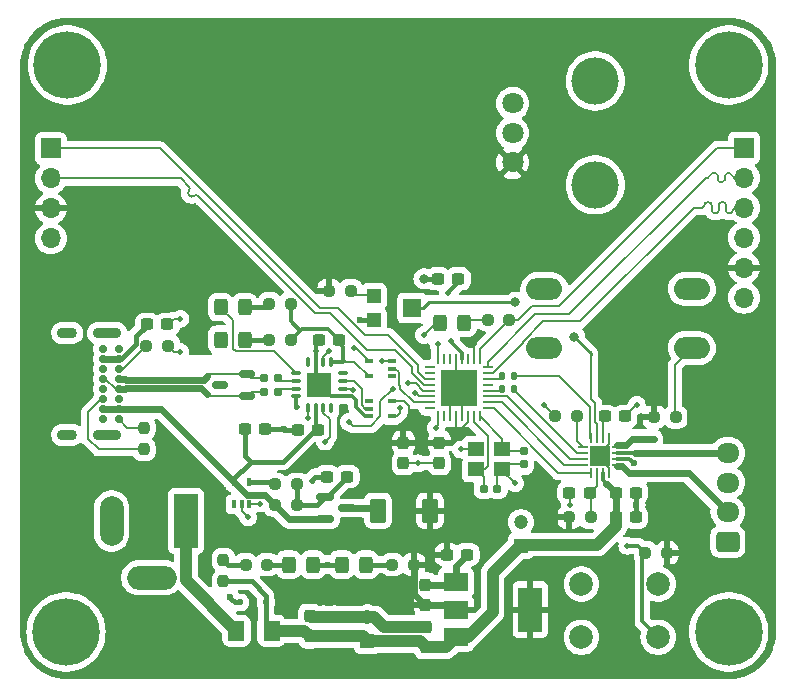
<source format=gtl>
G04 #@! TF.GenerationSoftware,KiCad,Pcbnew,7.0.8*
G04 #@! TF.CreationDate,2023-12-30T22:15:46-05:00*
G04 #@! TF.ProjectId,Pump_Control_Board,50756d70-5f43-46f6-9e74-726f6c5f426f,rev?*
G04 #@! TF.SameCoordinates,Original*
G04 #@! TF.FileFunction,Copper,L1,Top*
G04 #@! TF.FilePolarity,Positive*
%FSLAX46Y46*%
G04 Gerber Fmt 4.6, Leading zero omitted, Abs format (unit mm)*
G04 Created by KiCad (PCBNEW 7.0.8) date 2023-12-30 22:15:46*
%MOMM*%
%LPD*%
G01*
G04 APERTURE LIST*
G04 Aperture macros list*
%AMRoundRect*
0 Rectangle with rounded corners*
0 $1 Rounding radius*
0 $2 $3 $4 $5 $6 $7 $8 $9 X,Y pos of 4 corners*
0 Add a 4 corners polygon primitive as box body*
4,1,4,$2,$3,$4,$5,$6,$7,$8,$9,$2,$3,0*
0 Add four circle primitives for the rounded corners*
1,1,$1+$1,$2,$3*
1,1,$1+$1,$4,$5*
1,1,$1+$1,$6,$7*
1,1,$1+$1,$8,$9*
0 Add four rect primitives between the rounded corners*
20,1,$1+$1,$2,$3,$4,$5,0*
20,1,$1+$1,$4,$5,$6,$7,0*
20,1,$1+$1,$6,$7,$8,$9,0*
20,1,$1+$1,$8,$9,$2,$3,0*%
G04 Aperture macros list end*
G04 #@! TA.AperFunction,SMDPad,CuDef*
%ADD10RoundRect,0.135000X-0.135000X-0.185000X0.135000X-0.185000X0.135000X0.185000X-0.135000X0.185000X0*%
G04 #@! TD*
G04 #@! TA.AperFunction,SMDPad,CuDef*
%ADD11RoundRect,0.237500X-0.250000X-0.237500X0.250000X-0.237500X0.250000X0.237500X-0.250000X0.237500X0*%
G04 #@! TD*
G04 #@! TA.AperFunction,SMDPad,CuDef*
%ADD12RoundRect,0.237500X-0.300000X-0.237500X0.300000X-0.237500X0.300000X0.237500X-0.300000X0.237500X0*%
G04 #@! TD*
G04 #@! TA.AperFunction,ComponentPad*
%ADD13R,1.200000X1.200000*%
G04 #@! TD*
G04 #@! TA.AperFunction,ComponentPad*
%ADD14C,1.200000*%
G04 #@! TD*
G04 #@! TA.AperFunction,ComponentPad*
%ADD15C,2.000000*%
G04 #@! TD*
G04 #@! TA.AperFunction,SMDPad,CuDef*
%ADD16RoundRect,0.250000X0.450000X0.800000X-0.450000X0.800000X-0.450000X-0.800000X0.450000X-0.800000X0*%
G04 #@! TD*
G04 #@! TA.AperFunction,SMDPad,CuDef*
%ADD17RoundRect,0.237500X0.237500X-0.250000X0.237500X0.250000X-0.237500X0.250000X-0.237500X-0.250000X0*%
G04 #@! TD*
G04 #@! TA.AperFunction,SMDPad,CuDef*
%ADD18RoundRect,0.075000X-0.075000X0.350000X-0.075000X-0.350000X0.075000X-0.350000X0.075000X0.350000X0*%
G04 #@! TD*
G04 #@! TA.AperFunction,SMDPad,CuDef*
%ADD19RoundRect,0.075000X-0.350000X0.075000X-0.350000X-0.075000X0.350000X-0.075000X0.350000X0.075000X0*%
G04 #@! TD*
G04 #@! TA.AperFunction,SMDPad,CuDef*
%ADD20R,2.100000X2.100000*%
G04 #@! TD*
G04 #@! TA.AperFunction,SMDPad,CuDef*
%ADD21RoundRect,0.237500X-0.237500X0.300000X-0.237500X-0.300000X0.237500X-0.300000X0.237500X0.300000X0*%
G04 #@! TD*
G04 #@! TA.AperFunction,SMDPad,CuDef*
%ADD22RoundRect,0.237500X0.300000X0.237500X-0.300000X0.237500X-0.300000X-0.237500X0.300000X-0.237500X0*%
G04 #@! TD*
G04 #@! TA.AperFunction,SMDPad,CuDef*
%ADD23R,0.400000X0.650000*%
G04 #@! TD*
G04 #@! TA.AperFunction,SMDPad,CuDef*
%ADD24RoundRect,0.250000X-0.325000X-0.450000X0.325000X-0.450000X0.325000X0.450000X-0.325000X0.450000X0*%
G04 #@! TD*
G04 #@! TA.AperFunction,SMDPad,CuDef*
%ADD25RoundRect,0.237500X0.250000X0.237500X-0.250000X0.237500X-0.250000X-0.237500X0.250000X-0.237500X0*%
G04 #@! TD*
G04 #@! TA.AperFunction,SMDPad,CuDef*
%ADD26R,0.650000X0.400000*%
G04 #@! TD*
G04 #@! TA.AperFunction,SMDPad,CuDef*
%ADD27RoundRect,0.237500X0.237500X-0.300000X0.237500X0.300000X-0.237500X0.300000X-0.237500X-0.300000X0*%
G04 #@! TD*
G04 #@! TA.AperFunction,ComponentPad*
%ADD28O,3.048000X1.850000*%
G04 #@! TD*
G04 #@! TA.AperFunction,ComponentPad*
%ADD29R,2.000000X4.600000*%
G04 #@! TD*
G04 #@! TA.AperFunction,ComponentPad*
%ADD30O,2.000000X4.200000*%
G04 #@! TD*
G04 #@! TA.AperFunction,ComponentPad*
%ADD31O,4.200000X2.000000*%
G04 #@! TD*
G04 #@! TA.AperFunction,SMDPad,CuDef*
%ADD32R,1.400000X1.200000*%
G04 #@! TD*
G04 #@! TA.AperFunction,ComponentPad*
%ADD33RoundRect,0.250000X0.725000X-0.600000X0.725000X0.600000X-0.725000X0.600000X-0.725000X-0.600000X0*%
G04 #@! TD*
G04 #@! TA.AperFunction,ComponentPad*
%ADD34O,1.950000X1.700000*%
G04 #@! TD*
G04 #@! TA.AperFunction,ComponentPad*
%ADD35R,1.700000X1.700000*%
G04 #@! TD*
G04 #@! TA.AperFunction,ComponentPad*
%ADD36O,1.700000X1.700000*%
G04 #@! TD*
G04 #@! TA.AperFunction,SMDPad,CuDef*
%ADD37RoundRect,0.150000X-0.587500X-0.150000X0.587500X-0.150000X0.587500X0.150000X-0.587500X0.150000X0*%
G04 #@! TD*
G04 #@! TA.AperFunction,SMDPad,CuDef*
%ADD38RoundRect,0.155000X-0.212500X-0.155000X0.212500X-0.155000X0.212500X0.155000X-0.212500X0.155000X0*%
G04 #@! TD*
G04 #@! TA.AperFunction,SMDPad,CuDef*
%ADD39RoundRect,0.125000X0.125000X0.125000X-0.125000X0.125000X-0.125000X-0.125000X0.125000X-0.125000X0*%
G04 #@! TD*
G04 #@! TA.AperFunction,SMDPad,CuDef*
%ADD40RoundRect,0.155000X0.155000X-0.212500X0.155000X0.212500X-0.155000X0.212500X-0.155000X-0.212500X0*%
G04 #@! TD*
G04 #@! TA.AperFunction,SMDPad,CuDef*
%ADD41RoundRect,0.160000X-0.197500X-0.160000X0.197500X-0.160000X0.197500X0.160000X-0.197500X0.160000X0*%
G04 #@! TD*
G04 #@! TA.AperFunction,SMDPad,CuDef*
%ADD42RoundRect,0.250001X0.462499X0.624999X-0.462499X0.624999X-0.462499X-0.624999X0.462499X-0.624999X0*%
G04 #@! TD*
G04 #@! TA.AperFunction,SMDPad,CuDef*
%ADD43R,2.000000X1.500000*%
G04 #@! TD*
G04 #@! TA.AperFunction,SMDPad,CuDef*
%ADD44R,2.000000X3.800000*%
G04 #@! TD*
G04 #@! TA.AperFunction,SMDPad,CuDef*
%ADD45RoundRect,0.150000X0.512500X0.150000X-0.512500X0.150000X-0.512500X-0.150000X0.512500X-0.150000X0*%
G04 #@! TD*
G04 #@! TA.AperFunction,SMDPad,CuDef*
%ADD46R,1.200000X1.200000*%
G04 #@! TD*
G04 #@! TA.AperFunction,SMDPad,CuDef*
%ADD47R,1.500000X1.600000*%
G04 #@! TD*
G04 #@! TA.AperFunction,ComponentPad*
%ADD48C,3.600000*%
G04 #@! TD*
G04 #@! TA.AperFunction,ConnectorPad*
%ADD49C,5.700000*%
G04 #@! TD*
G04 #@! TA.AperFunction,SMDPad,CuDef*
%ADD50RoundRect,0.062500X0.355000X0.062500X-0.355000X0.062500X-0.355000X-0.062500X0.355000X-0.062500X0*%
G04 #@! TD*
G04 #@! TA.AperFunction,SMDPad,CuDef*
%ADD51RoundRect,0.062500X0.062500X0.355000X-0.062500X0.355000X-0.062500X-0.355000X0.062500X-0.355000X0*%
G04 #@! TD*
G04 #@! TA.AperFunction,SMDPad,CuDef*
%ADD52R,1.680000X1.680000*%
G04 #@! TD*
G04 #@! TA.AperFunction,ComponentPad*
%ADD53C,0.700000*%
G04 #@! TD*
G04 #@! TA.AperFunction,ComponentPad*
%ADD54O,2.400000X0.900000*%
G04 #@! TD*
G04 #@! TA.AperFunction,ComponentPad*
%ADD55O,1.700000X0.900000*%
G04 #@! TD*
G04 #@! TA.AperFunction,SMDPad,CuDef*
%ADD56RoundRect,0.062500X0.062500X-0.375000X0.062500X0.375000X-0.062500X0.375000X-0.062500X-0.375000X0*%
G04 #@! TD*
G04 #@! TA.AperFunction,SMDPad,CuDef*
%ADD57RoundRect,0.062500X0.375000X-0.062500X0.375000X0.062500X-0.375000X0.062500X-0.375000X-0.062500X0*%
G04 #@! TD*
G04 #@! TA.AperFunction,SMDPad,CuDef*
%ADD58R,3.100000X3.100000*%
G04 #@! TD*
G04 #@! TA.AperFunction,WasherPad*
%ADD59C,4.000000*%
G04 #@! TD*
G04 #@! TA.AperFunction,ComponentPad*
%ADD60C,1.800000*%
G04 #@! TD*
G04 #@! TA.AperFunction,SMDPad,CuDef*
%ADD61RoundRect,0.237500X-0.237500X0.250000X-0.237500X-0.250000X0.237500X-0.250000X0.237500X0.250000X0*%
G04 #@! TD*
G04 #@! TA.AperFunction,SMDPad,CuDef*
%ADD62RoundRect,0.250000X0.325000X0.450000X-0.325000X0.450000X-0.325000X-0.450000X0.325000X-0.450000X0*%
G04 #@! TD*
G04 #@! TA.AperFunction,ViaPad*
%ADD63C,0.500000*%
G04 #@! TD*
G04 #@! TA.AperFunction,ViaPad*
%ADD64C,0.800000*%
G04 #@! TD*
G04 #@! TA.AperFunction,ViaPad*
%ADD65C,0.600000*%
G04 #@! TD*
G04 #@! TA.AperFunction,Conductor*
%ADD66C,0.300000*%
G04 #@! TD*
G04 #@! TA.AperFunction,Conductor*
%ADD67C,0.400000*%
G04 #@! TD*
G04 #@! TA.AperFunction,Conductor*
%ADD68C,0.200000*%
G04 #@! TD*
G04 #@! TA.AperFunction,Conductor*
%ADD69C,1.000000*%
G04 #@! TD*
G04 #@! TA.AperFunction,Conductor*
%ADD70C,0.600000*%
G04 #@! TD*
G04 #@! TA.AperFunction,Conductor*
%ADD71C,0.250000*%
G04 #@! TD*
G04 APERTURE END LIST*
D10*
X108790000Y-67400000D03*
X109810000Y-67400000D03*
X108790000Y-66300000D03*
X109810000Y-66300000D03*
D11*
X121687500Y-69800000D03*
X123512500Y-69800000D03*
X99500000Y-82300000D03*
X101325000Y-82300000D03*
D12*
X78750000Y-61950000D03*
X80475000Y-61950000D03*
D13*
X110400000Y-80700000D03*
D14*
X110400000Y-78700000D03*
D15*
X115520000Y-83947000D03*
X122020000Y-83947000D03*
X115520000Y-88447000D03*
X122020000Y-88447000D03*
D16*
X102700000Y-77750000D03*
X98300000Y-77750000D03*
D17*
X78486000Y-72540500D03*
X78486000Y-70715500D03*
D18*
X94320000Y-65137200D03*
X93670000Y-65137200D03*
X93020000Y-65137200D03*
X92370000Y-65137200D03*
D19*
X91395000Y-66112200D03*
X91395000Y-66762200D03*
X91395000Y-67412200D03*
X91395000Y-68062200D03*
D18*
X92370000Y-69037200D03*
X93020000Y-69037200D03*
X93670000Y-69037200D03*
X94320000Y-69037200D03*
D19*
X95295000Y-68062200D03*
X95295000Y-67412200D03*
X95295000Y-66762200D03*
X95295000Y-66112200D03*
D20*
X93345000Y-67087200D03*
D11*
X78693000Y-63754000D03*
X80518000Y-63754000D03*
D21*
X103500000Y-71987500D03*
X103500000Y-73712500D03*
D22*
X93218000Y-70866000D03*
X91493000Y-70866000D03*
D23*
X86100000Y-77200000D03*
X86750000Y-77200000D03*
X87400000Y-77200000D03*
X87400000Y-75300000D03*
X86100000Y-75300000D03*
D24*
X84975000Y-60500000D03*
X87025000Y-60500000D03*
D12*
X87037500Y-70850000D03*
X88762500Y-70850000D03*
D11*
X89107000Y-63246000D03*
X90932000Y-63246000D03*
D22*
X94996000Y-63250000D03*
X93271000Y-63250000D03*
D25*
X91412500Y-77250000D03*
X89587500Y-77250000D03*
D22*
X116231500Y-76200000D03*
X114506500Y-76200000D03*
D11*
X94162500Y-59100000D03*
X95987500Y-59100000D03*
D26*
X99450000Y-66350000D03*
X99450000Y-65700000D03*
X99450000Y-65050000D03*
X97550000Y-65050000D03*
X97550000Y-66350000D03*
D27*
X102312000Y-85725000D03*
X102312000Y-84000000D03*
D24*
X95239500Y-82296000D03*
X97289500Y-82296000D03*
D28*
X112378000Y-58968000D03*
X124878000Y-58968000D03*
X112378000Y-63968000D03*
X124878000Y-63968000D03*
D12*
X104137500Y-81450000D03*
X105862500Y-81450000D03*
D29*
X82042000Y-78600000D03*
D30*
X75742000Y-78600000D03*
D31*
X79142000Y-83400000D03*
D25*
X122762500Y-81300000D03*
X120937500Y-81300000D03*
D32*
X108838000Y-72537600D03*
X106638000Y-72537600D03*
X106638000Y-74237600D03*
X108838000Y-74237600D03*
D27*
X102337000Y-89281000D03*
X102337000Y-87556000D03*
X92500000Y-88362500D03*
X92500000Y-86637500D03*
D33*
X127925000Y-80350000D03*
D34*
X127925000Y-77850000D03*
X127925000Y-75350000D03*
X127925000Y-72850000D03*
D35*
X70600000Y-47060000D03*
D36*
X70600000Y-49600000D03*
X70600000Y-52140000D03*
X70600000Y-54680000D03*
D37*
X93812500Y-76550000D03*
X93812500Y-78450000D03*
X95687500Y-77500000D03*
D38*
X107265000Y-75900000D03*
X108400000Y-75900000D03*
D35*
X129300000Y-47000000D03*
D36*
X129300000Y-49540000D03*
X129300000Y-52080000D03*
X129300000Y-54620000D03*
X129300000Y-57160000D03*
X129300000Y-59700000D03*
D39*
X88800000Y-85500000D03*
X86600000Y-85500000D03*
D25*
X91412500Y-75500000D03*
X89587500Y-75500000D03*
D40*
X110700000Y-73817500D03*
X110700000Y-72682500D03*
D41*
X88676000Y-67640200D03*
X89871000Y-67640200D03*
D21*
X100452000Y-71987500D03*
X100452000Y-73712500D03*
D22*
X95700000Y-74850000D03*
X93975000Y-74850000D03*
D42*
X89287500Y-87900000D03*
X86312500Y-87900000D03*
D11*
X89107000Y-60198000D03*
X90932000Y-60198000D03*
D43*
X104902000Y-83806000D03*
X104902000Y-86106000D03*
X104902000Y-88406000D03*
D44*
X111202000Y-86106000D03*
D13*
X97400000Y-88772600D03*
D14*
X97400000Y-86772600D03*
D11*
X114487500Y-78300000D03*
X116312500Y-78300000D03*
D45*
X87186000Y-68040200D03*
X87186000Y-66140200D03*
X84911000Y-67090200D03*
D46*
X97945500Y-59579000D03*
D47*
X101195500Y-60579000D03*
D46*
X97945500Y-61579000D03*
D22*
X105112500Y-58100000D03*
X103387500Y-58100000D03*
D26*
X97550000Y-68450000D03*
X97550000Y-69100000D03*
X97550000Y-69750000D03*
X99450000Y-69750000D03*
X99450000Y-68450000D03*
D25*
X88912500Y-82300000D03*
X87087500Y-82300000D03*
D48*
X128000000Y-40000000D03*
D49*
X128000000Y-40000000D03*
D25*
X109412500Y-61550000D03*
X107587500Y-61550000D03*
D22*
X119212500Y-69750000D03*
X117487500Y-69750000D03*
D48*
X72000000Y-40000000D03*
D49*
X72000000Y-40000000D03*
D48*
X71882000Y-88000000D03*
D49*
X71882000Y-88000000D03*
D50*
X118540200Y-73825300D03*
X118540200Y-73325300D03*
X118540200Y-72825300D03*
X118540200Y-72325300D03*
D51*
X117832700Y-71617800D03*
X117332700Y-71617800D03*
X116832700Y-71617800D03*
X116332700Y-71617800D03*
D50*
X115625200Y-72325300D03*
X115625200Y-72825300D03*
X115625200Y-73325300D03*
X115625200Y-73825300D03*
D51*
X116332700Y-74532800D03*
X116832700Y-74532800D03*
X117332700Y-74532800D03*
X117832700Y-74532800D03*
D52*
X117082700Y-73075300D03*
D53*
X76349000Y-64026200D03*
X76349000Y-64876200D03*
X76349000Y-65726200D03*
X76349000Y-66576200D03*
X76349000Y-67426200D03*
X76349000Y-68276200D03*
X76349000Y-69126200D03*
X76349000Y-69976200D03*
X74999000Y-69976200D03*
X74999000Y-69126200D03*
X74999000Y-68276200D03*
X74999000Y-67426200D03*
X74999000Y-66576200D03*
X74999000Y-65726200D03*
X74999000Y-64876200D03*
X74999000Y-64026200D03*
D54*
X75369000Y-62676200D03*
D55*
X71989000Y-62676200D03*
D54*
X75369000Y-71326200D03*
D55*
X71989000Y-71326200D03*
D24*
X103525000Y-61800000D03*
X105575000Y-61800000D03*
D11*
X113325000Y-69750000D03*
X115150000Y-69750000D03*
D12*
X118417000Y-78300000D03*
X120142000Y-78300000D03*
D56*
X103406000Y-69747500D03*
X103906000Y-69747500D03*
X104406000Y-69747500D03*
X104906000Y-69747500D03*
X105406000Y-69747500D03*
X105906000Y-69747500D03*
X106406000Y-69747500D03*
X106906000Y-69747500D03*
D57*
X107593500Y-69060000D03*
X107593500Y-68560000D03*
X107593500Y-68060000D03*
X107593500Y-67560000D03*
X107593500Y-67060000D03*
X107593500Y-66560000D03*
X107593500Y-66060000D03*
X107593500Y-65560000D03*
D56*
X106906000Y-64872500D03*
X106406000Y-64872500D03*
X105906000Y-64872500D03*
X105406000Y-64872500D03*
X104906000Y-64872500D03*
X104406000Y-64872500D03*
X103906000Y-64872500D03*
X103406000Y-64872500D03*
D57*
X102718500Y-65560000D03*
X102718500Y-66060000D03*
X102718500Y-66560000D03*
X102718500Y-67060000D03*
X102718500Y-67560000D03*
X102718500Y-68060000D03*
X102718500Y-68560000D03*
X102718500Y-69060000D03*
D58*
X105156000Y-67310000D03*
D48*
X128000000Y-88000000D03*
D49*
X128000000Y-88000000D03*
D59*
X116700000Y-41350000D03*
X116700000Y-50150000D03*
D60*
X109700000Y-48250000D03*
X109700000Y-45750000D03*
X109700000Y-43250000D03*
D24*
X84975000Y-63246000D03*
X87025000Y-63246000D03*
D61*
X85200000Y-81887500D03*
X85200000Y-83712500D03*
D62*
X92800000Y-82300000D03*
X90750000Y-82300000D03*
D41*
X88676000Y-66497200D03*
X89871000Y-66497200D03*
D12*
X118417000Y-76200000D03*
X120142000Y-76200000D03*
D63*
X104500000Y-63400000D03*
X104200000Y-59300000D03*
D64*
X102200000Y-58100000D03*
D65*
X120150000Y-77250000D03*
X94200000Y-86750000D03*
D63*
X109900000Y-75400000D03*
D65*
X100700000Y-87550000D03*
D63*
X101700000Y-73725000D03*
D64*
X117500000Y-72650000D03*
D65*
X85800000Y-85050000D03*
D64*
X117500000Y-73500000D03*
D63*
X93025000Y-64200000D03*
X102200000Y-62850000D03*
D65*
X85270000Y-67090000D03*
D63*
X98600000Y-65050000D03*
X88325000Y-77125000D03*
D65*
X94050000Y-82300000D03*
D63*
X106000000Y-68250000D03*
X120200000Y-68775000D03*
D65*
X90300000Y-70850000D03*
D63*
X105300000Y-72550000D03*
X104250000Y-66500000D03*
X81575000Y-61475000D03*
X92700000Y-75175000D03*
X81525000Y-64275000D03*
D65*
X96774000Y-61595000D03*
D64*
X116650000Y-73500000D03*
D63*
X114525000Y-77275000D03*
X112350000Y-68800000D03*
D65*
X103350000Y-84000000D03*
D64*
X116650000Y-72650000D03*
D63*
X106400000Y-63600000D03*
X106400000Y-59200000D03*
X95350000Y-65075000D03*
X91425000Y-68975000D03*
X93800000Y-71875000D03*
X84800000Y-63400000D03*
X103200000Y-70725000D03*
X95825000Y-70225000D03*
X100850000Y-66950000D03*
X119400000Y-80700000D03*
X99600000Y-67400000D03*
X92400000Y-69900000D03*
D64*
X114900000Y-63000000D03*
X109900000Y-60100000D03*
D63*
X103400000Y-63650000D03*
X96200000Y-67475000D03*
X87300000Y-78300000D03*
D65*
X119950000Y-73700000D03*
X121650000Y-71650000D03*
D63*
X100200000Y-69075000D03*
X101450000Y-67750000D03*
X96275000Y-63925000D03*
X94175000Y-64225000D03*
D66*
X105112500Y-58387500D02*
X104200000Y-59300000D01*
X105112500Y-58100000D02*
X105112500Y-58387500D01*
X104454364Y-63400000D02*
X104454364Y-63400000D01*
X104500000Y-63400000D02*
X104454364Y-63400000D01*
X104500000Y-63445636D02*
X104500000Y-63400000D01*
X105406000Y-64351636D02*
X104500000Y-63445636D01*
X105406000Y-64872500D02*
X105406000Y-64351636D01*
X104100000Y-59300000D02*
X104100000Y-59300000D01*
X104200000Y-59300000D02*
X104100000Y-59300000D01*
X104200000Y-59200000D02*
X104200000Y-59300000D01*
X105412500Y-58000000D02*
X105400000Y-58000000D01*
D67*
X103387500Y-58100000D02*
X102200000Y-58100000D01*
D68*
X113600000Y-66300000D02*
X114000000Y-66700000D01*
X109810000Y-66300000D02*
X113600000Y-66300000D01*
X114000000Y-66700000D02*
X116250000Y-68950000D01*
X108530000Y-66560000D02*
X108790000Y-66300000D01*
X107593500Y-66560000D02*
X108530000Y-66560000D01*
X107593500Y-67560000D02*
X108630000Y-67560000D01*
X108630000Y-67560000D02*
X108790000Y-67400000D01*
X116250000Y-71535100D02*
X116332700Y-71617800D01*
X116250000Y-68950000D02*
X116250000Y-71535100D01*
D67*
X87591500Y-83712500D02*
X88800000Y-84921000D01*
X85200000Y-83712500D02*
X87591500Y-83712500D01*
X85612500Y-82300000D02*
X85200000Y-81887500D01*
X87087500Y-82300000D02*
X85612500Y-82300000D01*
X90750000Y-82300000D02*
X88912500Y-82300000D01*
X97945500Y-61579000D02*
X96790000Y-61579000D01*
D69*
X93650000Y-86750000D02*
X93627400Y-86772600D01*
D68*
X120200000Y-68750000D02*
X120200000Y-68750000D01*
X80518000Y-61976000D02*
X81026000Y-61468000D01*
D66*
X93020000Y-64205000D02*
X93025000Y-64200000D01*
D68*
X113300000Y-69750000D02*
X112350000Y-68800000D01*
X104906000Y-64872500D02*
X104906000Y-67060000D01*
D66*
X95295000Y-68062200D02*
X96062200Y-68062200D01*
D68*
X117672700Y-72485300D02*
X117500000Y-72650000D01*
D67*
X92700000Y-75150000D02*
X92700000Y-75175000D01*
D68*
X120175000Y-68775000D02*
X120200000Y-68775000D01*
D66*
X93025000Y-64200000D02*
X93020000Y-64195000D01*
D69*
X100150000Y-87550000D02*
X100156000Y-87556000D01*
D70*
X102312000Y-84000000D02*
X103350000Y-84000000D01*
D68*
X106638000Y-72537600D02*
X105362400Y-72537600D01*
X117500000Y-72650000D02*
X117625000Y-72525000D01*
X117672700Y-73915300D02*
X117832700Y-74075300D01*
X117625000Y-73625000D02*
X117672700Y-73915300D01*
D67*
X92800000Y-82300000D02*
X94050000Y-82300000D01*
D68*
X87400000Y-77200000D02*
X88250000Y-77200000D01*
X117832700Y-72075300D02*
X117832700Y-71617800D01*
X108400000Y-75900000D02*
X108400000Y-74675600D01*
D69*
X92635100Y-86772600D02*
X92500000Y-86637500D01*
X94600000Y-86750000D02*
X94577400Y-86772600D01*
X101056000Y-87556000D02*
X102337000Y-87556000D01*
D67*
X120150000Y-77250000D02*
X120142000Y-77242000D01*
D66*
X96400000Y-68969976D02*
X97180024Y-69750000D01*
D68*
X113325000Y-69750000D02*
X113300000Y-69750000D01*
D67*
X85750000Y-85050000D02*
X85800000Y-85100000D01*
D68*
X104406000Y-68060000D02*
X105156000Y-67310000D01*
D67*
X96790000Y-61579000D02*
X96774000Y-61595000D01*
D68*
X114500000Y-77250000D02*
X114506500Y-77243500D01*
D66*
X96400000Y-68400000D02*
X96400000Y-68969976D01*
D68*
X81280000Y-64262000D02*
X81525000Y-64275000D01*
D69*
X94622600Y-86772600D02*
X94600000Y-86750000D01*
X93627400Y-86772600D02*
X92635100Y-86772600D01*
D68*
X117672700Y-72235300D02*
X117832700Y-72075300D01*
D67*
X120142000Y-77258000D02*
X120150000Y-77250000D01*
D66*
X97180024Y-69750000D02*
X97550000Y-69750000D01*
D68*
X117625000Y-72525000D02*
X117672700Y-72235300D01*
D66*
X93020000Y-65137200D02*
X93020000Y-66762200D01*
D67*
X90400000Y-70866000D02*
X90300000Y-70850000D01*
D68*
X105406000Y-67560000D02*
X105156000Y-67310000D01*
X101700000Y-73725000D02*
X101687500Y-73712500D01*
D67*
X85800000Y-85100000D02*
X85800000Y-85050000D01*
D68*
X81575000Y-61475000D02*
X81541000Y-61468000D01*
D67*
X94050000Y-82300000D02*
X95235500Y-82300000D01*
X92675000Y-75175000D02*
X92700000Y-75150000D01*
D68*
X120200000Y-68775000D02*
X120200000Y-68750000D01*
D67*
X120142000Y-77978000D02*
X120142000Y-77258000D01*
X93000000Y-74850000D02*
X92700000Y-75150000D01*
D68*
X108400000Y-74675600D02*
X108838000Y-74237600D01*
X117500000Y-73500000D02*
X117625000Y-73625000D01*
X119212500Y-69750000D02*
X119212500Y-69737500D01*
D67*
X90300000Y-70850000D02*
X90368000Y-70866000D01*
D68*
X81026000Y-64262000D02*
X81280000Y-64262000D01*
X88250000Y-77200000D02*
X88300000Y-77150000D01*
D69*
X101044000Y-87556000D02*
X101050000Y-87550000D01*
D68*
X103500000Y-73712500D02*
X101912500Y-73712500D01*
X114525000Y-77275000D02*
X114500000Y-77250000D01*
D67*
X93975000Y-74850000D02*
X93000000Y-74850000D01*
X120142000Y-77242000D02*
X120142000Y-76200000D01*
D68*
X119212500Y-69737500D02*
X120175000Y-68775000D01*
D66*
X93020000Y-64195000D02*
X93020000Y-63551000D01*
D68*
X81026000Y-61468000D02*
X81527000Y-61468000D01*
D69*
X97400000Y-86772600D02*
X94622600Y-86772600D01*
D68*
X108838000Y-74338000D02*
X109900000Y-75400000D01*
X109258100Y-73817500D02*
X108838000Y-74237600D01*
X81527000Y-61468000D02*
X81575000Y-61475000D01*
X117832700Y-74075300D02*
X117832700Y-74532800D01*
X110700000Y-73817500D02*
X109258100Y-73817500D01*
X105337600Y-72537600D02*
X105300000Y-72550000D01*
X114506500Y-76200000D02*
X114525000Y-77275000D01*
X105350000Y-72550000D02*
X105337600Y-72537600D01*
D70*
X104902000Y-82410500D02*
X105862500Y-81450000D01*
D66*
X93020000Y-65137200D02*
X93020000Y-64270000D01*
D69*
X97400000Y-86772600D02*
X98000000Y-86772600D01*
D68*
X81541000Y-61468000D02*
X81534000Y-61468000D01*
X104406000Y-69747500D02*
X104406000Y-68060000D01*
D67*
X95235500Y-82300000D02*
X95239500Y-82296000D01*
D70*
X104708000Y-84000000D02*
X104902000Y-83806000D01*
D67*
X86600000Y-85500000D02*
X86200000Y-85500000D01*
D68*
X117672700Y-73665300D02*
X117500000Y-73500000D01*
X98600000Y-65050000D02*
X98550000Y-65050000D01*
D69*
X98783400Y-87556000D02*
X100144000Y-87556000D01*
X93672600Y-86772600D02*
X93650000Y-86750000D01*
X101050000Y-87550000D02*
X101056000Y-87556000D01*
D68*
X104906000Y-67060000D02*
X105156000Y-67310000D01*
D67*
X86200000Y-85500000D02*
X85800000Y-85100000D01*
D69*
X94577400Y-86772600D02*
X93672600Y-86772600D01*
D66*
X93020000Y-66762200D02*
X93345000Y-67087200D01*
X93020000Y-64230000D02*
X93020000Y-64205000D01*
X93000000Y-64250000D02*
X93020000Y-64230000D01*
D68*
X101687500Y-73712500D02*
X100452000Y-73712500D01*
D67*
X91493000Y-70866000D02*
X90400000Y-70866000D01*
D68*
X88300000Y-77150000D02*
X88325000Y-77125000D01*
X77088300Y-70715500D02*
X76349000Y-69976200D01*
D67*
X92700000Y-75175000D02*
X92675000Y-75175000D01*
D70*
X103350000Y-84000000D02*
X104708000Y-84000000D01*
D68*
X105362400Y-72537600D02*
X105350000Y-72550000D01*
X103525000Y-61800000D02*
X103250000Y-61800000D01*
D66*
X94320000Y-68062200D02*
X95295000Y-68062200D01*
D67*
X85800000Y-85050000D02*
X85750000Y-85050000D01*
D68*
X101887500Y-73712500D02*
X101712500Y-73712500D01*
D66*
X93345000Y-67087200D02*
X94320000Y-68062200D01*
D68*
X78486000Y-70715500D02*
X77088300Y-70715500D01*
D67*
X90300000Y-70850000D02*
X88762500Y-70850000D01*
D68*
X105406000Y-69747500D02*
X105406000Y-67560000D01*
X103250000Y-61800000D02*
X102200000Y-62850000D01*
X108838000Y-74237600D02*
X108838000Y-74338000D01*
D66*
X93020000Y-63551000D02*
X93271000Y-63300000D01*
D68*
X81525000Y-64275000D02*
X81534000Y-64262000D01*
X105300000Y-72550000D02*
X105287600Y-72537600D01*
X88325000Y-77125000D02*
X88350000Y-77100000D01*
D66*
X93020000Y-64270000D02*
X93000000Y-64250000D01*
X96062200Y-68062200D02*
X96400000Y-68400000D01*
D69*
X98000000Y-86772600D02*
X98783400Y-87556000D01*
D68*
X99450000Y-65050000D02*
X98600000Y-65050000D01*
D70*
X104902000Y-83806000D02*
X104902000Y-82410500D01*
D68*
X80518000Y-63754000D02*
X81026000Y-64262000D01*
D69*
X100144000Y-87556000D02*
X100150000Y-87550000D01*
D67*
X90368000Y-70866000D02*
X90384000Y-70866000D01*
D68*
X101712500Y-73712500D02*
X101700000Y-73725000D01*
D69*
X100156000Y-87556000D02*
X101044000Y-87556000D01*
D68*
X107265000Y-75900000D02*
X107265000Y-74864600D01*
X106406000Y-70206000D02*
X106406000Y-69747500D01*
X107338000Y-74237600D02*
X107638000Y-73937600D01*
X107265000Y-74864600D02*
X106638000Y-74237600D01*
X107638000Y-73937600D02*
X107638000Y-71438000D01*
X107638000Y-71438000D02*
X106406000Y-70206000D01*
X106638000Y-74237600D02*
X107338000Y-74237600D01*
X108982900Y-72682500D02*
X108838000Y-72537600D01*
X108838000Y-72537600D02*
X108838000Y-71679500D01*
X108838000Y-71679500D02*
X106906000Y-69747500D01*
X110700000Y-72682500D02*
X108982900Y-72682500D01*
X99450000Y-68450000D02*
X100500000Y-68450000D01*
X100750000Y-68700000D02*
X100900000Y-68850000D01*
X104906000Y-71523500D02*
X104906000Y-69747500D01*
X104442000Y-71987500D02*
X104906000Y-71523500D01*
X100500000Y-68450000D02*
X100750000Y-68700000D01*
X106406000Y-63606000D02*
X106400000Y-63600000D01*
X104442000Y-71987500D02*
X103500000Y-71987500D01*
D70*
X102312000Y-85725000D02*
X104521000Y-85725000D01*
D68*
X103500000Y-71987500D02*
X100452000Y-71987500D01*
X105906000Y-69747500D02*
X105906000Y-70197654D01*
X105906000Y-70197654D02*
X104906000Y-71197654D01*
X104906000Y-71197654D02*
X104906000Y-71523500D01*
X100900000Y-68850000D02*
X100900000Y-69400000D01*
X106406000Y-64872500D02*
X106406000Y-63606000D01*
D70*
X101337000Y-84750000D02*
X101337000Y-82305000D01*
X101337000Y-82305000D02*
X101346000Y-82296000D01*
X102312000Y-85725000D02*
X101337000Y-84750000D01*
X104521000Y-85725000D02*
X104902000Y-86106000D01*
D66*
X95287800Y-65137200D02*
X95350000Y-65075000D01*
X90932000Y-60198000D02*
X90932000Y-61704000D01*
X95351600Y-63855600D02*
X94996000Y-63500000D01*
D68*
X97550000Y-66350000D02*
X96300000Y-65100000D01*
D66*
X90932000Y-61704000D02*
X91703000Y-62475000D01*
X94320000Y-65137200D02*
X95287800Y-65137200D01*
X94046000Y-62350000D02*
X91828000Y-62350000D01*
X95351600Y-65074800D02*
X95351600Y-63855600D01*
X91828000Y-62350000D02*
X91703000Y-62475000D01*
X94996000Y-63300000D02*
X94046000Y-62350000D01*
X91395000Y-68062200D02*
X91395000Y-68980600D01*
X91389200Y-68986400D02*
X91395000Y-68992200D01*
X91395000Y-68992200D02*
X91395000Y-69043000D01*
D68*
X95376800Y-65100000D02*
X95351600Y-65074800D01*
D66*
X91703000Y-62475000D02*
X90932000Y-63246000D01*
X91395000Y-68980600D02*
X91389200Y-68986400D01*
D68*
X96300000Y-65100000D02*
X95376800Y-65100000D01*
X105825000Y-61550000D02*
X105575000Y-61800000D01*
X107587500Y-61550000D02*
X105825000Y-61550000D01*
D70*
X90787500Y-78450000D02*
X93812500Y-78450000D01*
D67*
X90223529Y-73576471D02*
X87523529Y-73576471D01*
D70*
X76349000Y-69126200D02*
X79926200Y-69126200D01*
X79926200Y-69126200D02*
X85950000Y-75150000D01*
D67*
X87523529Y-73576471D02*
X87037500Y-73090442D01*
D66*
X93020000Y-69037200D02*
X93020000Y-70668000D01*
D70*
X87175000Y-76375000D02*
X88712500Y-76375000D01*
D67*
X77805500Y-63630900D02*
X77805500Y-62963500D01*
X87037500Y-73090442D02*
X87037500Y-70850000D01*
X92934000Y-70866000D02*
X90223529Y-73576471D01*
D70*
X74999000Y-64876200D02*
X76349000Y-64876200D01*
D67*
X87523529Y-73576471D02*
X85950000Y-75150000D01*
D70*
X74999000Y-69126200D02*
X76349000Y-69126200D01*
X89587500Y-77250000D02*
X90787500Y-78450000D01*
X86100000Y-75300000D02*
X87175000Y-76375000D01*
X85950000Y-75150000D02*
X86100000Y-75300000D01*
D67*
X76560200Y-64876200D02*
X77805500Y-63630900D01*
D70*
X88712500Y-76375000D02*
X89587500Y-77250000D01*
D67*
X77805500Y-62963500D02*
X78793000Y-61976000D01*
X76349000Y-64876200D02*
X76560200Y-64876200D01*
X93218000Y-70866000D02*
X92934000Y-70866000D01*
X90746000Y-82296000D02*
X90750000Y-82300000D01*
D68*
X93670000Y-69470000D02*
X94200000Y-70000000D01*
X93670000Y-69037200D02*
X93670000Y-69470000D01*
X94200000Y-70000000D02*
X94200000Y-71475000D01*
X94200000Y-71475000D02*
X93800000Y-71875000D01*
D67*
X86877000Y-63246000D02*
X89107000Y-63246000D01*
D68*
X101727000Y-65405000D02*
X99187000Y-62865000D01*
X97195471Y-62865000D02*
X94890471Y-60560000D01*
X102718500Y-66560000D02*
X102268346Y-66560000D01*
X93360000Y-60560000D02*
X79860000Y-47060000D01*
X99187000Y-62865000D02*
X97195471Y-62865000D01*
X101727000Y-66018654D02*
X101727000Y-65405000D01*
X102268346Y-66560000D02*
X101727000Y-66018654D01*
X79860000Y-47060000D02*
X70600000Y-47060000D01*
X94890471Y-60560000D02*
X93360000Y-60560000D01*
D70*
X118975300Y-73975300D02*
X118540200Y-73975300D01*
D66*
X118540200Y-73825300D02*
X118825300Y-73825300D01*
D70*
X119525000Y-74525000D02*
X118975300Y-73975300D01*
X124600000Y-74525000D02*
X119525000Y-74525000D01*
X127925000Y-77850000D02*
X124600000Y-74525000D01*
D68*
X115400000Y-61700000D02*
X125020000Y-52080000D01*
X127750000Y-52080000D02*
X127750000Y-52310646D01*
X127150000Y-52080000D02*
X127150000Y-51846709D01*
X127383291Y-51613418D02*
X127516709Y-51613418D01*
X126783300Y-52546601D02*
X126916700Y-52546601D01*
X127750000Y-51846709D02*
X127750000Y-52080000D01*
X127150000Y-52313301D02*
X127150000Y-52080000D01*
X126550000Y-51849336D02*
X126550000Y-52080000D01*
X110559067Y-63440933D02*
X112300000Y-61700000D01*
X112300000Y-61700000D02*
X115400000Y-61700000D01*
X128350000Y-52310646D02*
X128350000Y-52310645D01*
X128700000Y-52080000D02*
X129300000Y-52080000D01*
X110559067Y-63544587D02*
X110559067Y-63440933D01*
X126550000Y-52080000D02*
X126550000Y-52313301D01*
X125020000Y-52080000D02*
X125700000Y-52080000D01*
X108043654Y-66060000D02*
X110559067Y-63544587D01*
X107593500Y-66060000D02*
X108043654Y-66060000D01*
X127980645Y-52541291D02*
X128119355Y-52541291D01*
X128580645Y-52080000D02*
X128700000Y-52080000D01*
X126161328Y-51618672D02*
X126319336Y-51618672D01*
X125700000Y-52079964D02*
G75*
G03*
X125930664Y-51849336I0J230664D01*
G01*
X126549999Y-52313301D02*
G75*
G03*
X126783300Y-52546601I233301J1D01*
G01*
X126916700Y-52546600D02*
G75*
G03*
X127150000Y-52313301I0J233300D01*
G01*
X128119355Y-52541200D02*
G75*
G03*
X128350000Y-52310646I45J230600D01*
G01*
X126161328Y-51618664D02*
G75*
G03*
X125930664Y-51849336I-28J-230636D01*
G01*
X128580645Y-52080000D02*
G75*
G03*
X128350000Y-52310645I-45J-230600D01*
G01*
X127749909Y-52310646D02*
G75*
G03*
X127980645Y-52541291I230691J46D01*
G01*
X127383291Y-51613400D02*
G75*
G03*
X127150000Y-51846709I9J-233300D01*
G01*
X126549928Y-51849336D02*
G75*
G03*
X126319336Y-51618672I-230628J36D01*
G01*
X127749982Y-51846709D02*
G75*
G03*
X127516709Y-51613418I-233282J9D01*
G01*
X123462500Y-65383500D02*
X124878000Y-63968000D01*
X103406000Y-69747500D02*
X103406000Y-70494000D01*
X123462500Y-69800000D02*
X123462500Y-65383500D01*
X103406000Y-70494000D02*
X103200000Y-70700000D01*
X99600000Y-67400000D02*
X99700000Y-67400000D01*
X101526974Y-66950000D02*
X102136974Y-67560000D01*
X92370000Y-69037200D02*
X92400000Y-69900000D01*
X102136974Y-67560000D02*
X102718500Y-67560000D01*
X96150000Y-70550000D02*
X97699264Y-70550000D01*
D66*
X120670000Y-87097000D02*
X120670000Y-81567500D01*
X120200000Y-80700000D02*
X119400000Y-80700000D01*
D68*
X95825000Y-70225000D02*
X96150000Y-70550000D01*
D66*
X120337500Y-80700000D02*
X120200000Y-80700000D01*
D68*
X99700000Y-67400000D02*
X99650000Y-67400000D01*
X98500000Y-69749264D02*
X98500000Y-68450736D01*
D66*
X120670000Y-81567500D02*
X120937500Y-81300000D01*
D68*
X95800000Y-70200000D02*
X95825000Y-70225000D01*
D66*
X120937500Y-81300000D02*
X120337500Y-80700000D01*
D68*
X97699264Y-70550000D02*
X98500000Y-69749264D01*
X100850000Y-66950000D02*
X101526974Y-66950000D01*
X98500000Y-68450736D02*
X99550736Y-67400000D01*
D66*
X122020000Y-88447000D02*
X120670000Y-87097000D01*
D68*
X99550736Y-67400000D02*
X99600000Y-67400000D01*
X92400000Y-69900000D02*
X92370000Y-69920000D01*
X116832700Y-70392840D02*
X116832700Y-71617800D01*
X116650000Y-68600000D02*
X116650000Y-70210140D01*
D71*
X108900000Y-60100000D02*
X109900000Y-60100000D01*
D68*
X116300000Y-64550000D02*
X116300000Y-68250000D01*
X116650000Y-70210140D02*
X116832700Y-70392840D01*
D71*
X114900000Y-63000000D02*
X116300000Y-64400000D01*
X116300000Y-64400000D02*
X116300000Y-64550000D01*
D68*
X116300000Y-68250000D02*
X116650000Y-68600000D01*
D71*
X102121000Y-60579000D02*
X102600000Y-60100000D01*
X101195500Y-60579000D02*
X102121000Y-60579000D01*
X102600000Y-60100000D02*
X108900000Y-60100000D01*
D68*
X103406000Y-63656000D02*
X103400000Y-63650000D01*
X103406000Y-64872500D02*
X103406000Y-63656000D01*
D69*
X101828600Y-88772600D02*
X102337000Y-89281000D01*
D67*
X88800000Y-85500000D02*
X88800000Y-84921000D01*
D70*
X117667300Y-75450300D02*
X117600000Y-75450300D01*
D69*
X92037500Y-87900000D02*
X92500000Y-88362500D01*
X105902000Y-88406000D02*
X108000000Y-86308000D01*
D70*
X118417000Y-76200000D02*
X117667300Y-75450300D01*
D69*
X116850000Y-80600000D02*
X118417000Y-79033000D01*
D70*
X118417000Y-78300000D02*
X118417000Y-76200000D01*
D69*
X108000000Y-86308000D02*
X108000000Y-83000000D01*
D66*
X117332700Y-74532800D02*
X117332700Y-75115700D01*
D69*
X89287500Y-87900000D02*
X92037500Y-87900000D01*
X104902000Y-88406000D02*
X104027000Y-89281000D01*
X104027000Y-89281000D02*
X102337000Y-89281000D01*
D66*
X117332700Y-75115700D02*
X117600000Y-75383000D01*
D69*
X92500000Y-88362500D02*
X96989900Y-88362500D01*
X104902000Y-88406000D02*
X105902000Y-88406000D01*
X108000000Y-83000000D02*
X110400000Y-80600000D01*
X97400000Y-88772600D02*
X101828600Y-88772600D01*
X96989900Y-88362500D02*
X97400000Y-88772600D01*
X118417000Y-79033000D02*
X118417000Y-78300000D01*
D67*
X88800000Y-85500000D02*
X88800000Y-87412500D01*
D69*
X110400000Y-80600000D02*
X116850000Y-80600000D01*
D67*
X88800000Y-87412500D02*
X89287500Y-87900000D01*
D68*
X115152660Y-72825300D02*
X115625200Y-72825300D01*
X109887360Y-67560000D02*
X115152660Y-72825300D01*
X114525300Y-73325300D02*
X115625200Y-73325300D01*
X109260000Y-68060000D02*
X114525300Y-73325300D01*
X107593500Y-68060000D02*
X109260000Y-68060000D01*
X114025300Y-73825300D02*
X115625200Y-73825300D01*
X108760000Y-68560000D02*
X114025300Y-73825300D01*
X107593500Y-68560000D02*
X108760000Y-68560000D01*
X127841689Y-49156621D02*
X128058311Y-49156621D01*
X114500000Y-61100000D02*
X126060000Y-49540000D01*
X128250000Y-49348310D02*
X128250000Y-49348311D01*
X126060000Y-49540000D02*
X126200000Y-49540000D01*
X107593500Y-65106500D02*
X111600000Y-61100000D01*
X126583398Y-49156602D02*
X126858301Y-49156602D01*
X127050000Y-49540000D02*
X127050000Y-49739664D01*
X107593500Y-65560000D02*
X107593500Y-65106500D01*
X111600000Y-61100000D02*
X114500000Y-61100000D01*
X127650000Y-49739664D02*
X127650000Y-49540000D01*
X127249663Y-49939327D02*
X127450337Y-49939327D01*
X127050000Y-49348301D02*
X127050000Y-49540000D01*
X128600000Y-49540000D02*
X129300000Y-49540000D01*
X128441689Y-49540000D02*
X128600000Y-49540000D01*
X127650000Y-49540000D02*
X127650000Y-49348310D01*
X126583398Y-49156599D02*
G75*
G03*
X126391699Y-49348301I2J-191701D01*
G01*
X127050073Y-49739664D02*
G75*
G03*
X127249663Y-49939327I199627J-36D01*
G01*
X126200000Y-49539999D02*
G75*
G03*
X126391699Y-49348301I0J191699D01*
G01*
X128249979Y-49348310D02*
G75*
G03*
X128058311Y-49156621I-191679J10D01*
G01*
X127049998Y-49348301D02*
G75*
G03*
X126858301Y-49156602I-191698J1D01*
G01*
X127450337Y-49939400D02*
G75*
G03*
X127650000Y-49739664I-37J199700D01*
G01*
X128250000Y-49348311D02*
G75*
G03*
X128441689Y-49540000I191700J11D01*
G01*
X127841689Y-49156600D02*
G75*
G03*
X127650000Y-49348310I11J-191700D01*
G01*
X82289499Y-50651412D02*
X82289499Y-50651413D01*
X102202660Y-67060000D02*
X101200000Y-66057340D01*
X101200000Y-66057340D02*
X101200000Y-65600000D01*
X101200000Y-65600000D02*
X99735000Y-64135000D01*
X81604000Y-49600000D02*
X70600000Y-49600000D01*
X92964000Y-60960000D02*
X83079675Y-51075674D01*
X82347850Y-51075675D02*
X82289499Y-51017324D01*
X102718500Y-67060000D02*
X102202660Y-67060000D01*
X82289500Y-50285500D02*
X81604000Y-49600000D01*
X94234000Y-60960000D02*
X92964000Y-60960000D01*
X82713763Y-51075674D02*
X82713762Y-51075675D01*
X97409000Y-64135000D02*
X94234000Y-60960000D01*
X99735000Y-64135000D02*
X97409000Y-64135000D01*
X82289543Y-50651457D02*
G75*
G03*
X82289500Y-50285500I-183043J182957D01*
G01*
X82347851Y-51075674D02*
G75*
G03*
X82713761Y-51075674I182955J182955D01*
G01*
X82289531Y-50651444D02*
G75*
G03*
X82289499Y-51017324I182969J-182956D01*
G01*
X83079674Y-51075675D02*
G75*
G03*
X82713764Y-51075675I-182955J-182955D01*
G01*
X84024600Y-66140200D02*
X83804400Y-66360400D01*
D70*
X76874001Y-66576200D02*
X76935501Y-66637700D01*
D68*
X87186000Y-66140200D02*
X84024600Y-66140200D01*
X88676000Y-66497200D02*
X87543000Y-66497200D01*
D70*
X83527100Y-66637700D02*
X83804400Y-66360400D01*
X76349000Y-66576200D02*
X76874001Y-66576200D01*
D68*
X87543000Y-66497200D02*
X87186000Y-66140200D01*
D70*
X76935501Y-66637700D02*
X83527100Y-66637700D01*
D68*
X84011000Y-68040200D02*
X83804400Y-67833600D01*
X87586000Y-67640200D02*
X87186000Y-68040200D01*
D70*
X76935501Y-67364700D02*
X83335500Y-67364700D01*
D68*
X75226200Y-66576200D02*
X76076200Y-67426200D01*
X76076200Y-67426200D02*
X76349000Y-67426200D01*
X87186000Y-68040200D02*
X84011000Y-68040200D01*
D70*
X83335500Y-67364700D02*
X83804400Y-67833600D01*
X76349000Y-67426200D02*
X76874001Y-67426200D01*
D68*
X88676000Y-67640200D02*
X87586000Y-67640200D01*
D70*
X76874001Y-67426200D02*
X76935501Y-67364700D01*
D68*
X74999000Y-66576200D02*
X75226200Y-66576200D01*
D67*
X91412500Y-75500000D02*
X91412500Y-77250000D01*
X94000000Y-76550000D02*
X95700000Y-74850000D01*
X93112500Y-77250000D02*
X93812500Y-76550000D01*
X91412500Y-77250000D02*
X93112500Y-77250000D01*
X93812500Y-76550000D02*
X94000000Y-76550000D01*
X97289500Y-82296000D02*
X99521000Y-82296000D01*
D68*
X86002000Y-61627000D02*
X84827000Y-60452000D01*
X86238000Y-64246000D02*
X86002000Y-64010000D01*
X86002000Y-64010000D02*
X86002000Y-61627000D01*
X89528800Y-64246000D02*
X86238000Y-64246000D01*
X91395000Y-66112200D02*
X89528800Y-64246000D01*
D67*
X88853000Y-60452000D02*
X89107000Y-60198000D01*
X86877000Y-60452000D02*
X88853000Y-60452000D01*
X89387500Y-75300000D02*
X89587500Y-75500000D01*
X87400000Y-75300000D02*
X89387500Y-75300000D01*
D68*
X91436000Y-67412200D02*
X90099000Y-67412200D01*
X90099000Y-67412200D02*
X89871000Y-67640200D01*
X90136000Y-66762200D02*
X91436000Y-66762200D01*
X89871000Y-66497200D02*
X90136000Y-66762200D01*
X95295000Y-67412200D02*
X96137200Y-67412200D01*
X86750000Y-77750000D02*
X87300000Y-78300000D01*
X96137200Y-67412200D02*
X96200000Y-67475000D01*
X96187800Y-67412200D02*
X96200000Y-67400000D01*
X86750000Y-77200000D02*
X86750000Y-77750000D01*
D69*
X82042000Y-83629500D02*
X86312500Y-87900000D01*
X82042000Y-78852000D02*
X82042000Y-83629500D01*
D68*
X108088468Y-69060000D02*
X113561268Y-74532800D01*
X107593500Y-69060000D02*
X108088468Y-69060000D01*
X113561268Y-74532800D02*
X116332700Y-74532800D01*
X116312500Y-78300000D02*
X116312500Y-76281000D01*
X116231500Y-76200000D02*
X116832700Y-75598800D01*
X116312500Y-76281000D02*
X116231500Y-76200000D01*
X116832700Y-75598800D02*
X116832700Y-74532800D01*
X117332700Y-69904800D02*
X117332700Y-71617800D01*
X117487500Y-69750000D02*
X117332700Y-69904800D01*
D70*
X95687500Y-77500000D02*
X98050000Y-77500000D01*
X98050000Y-77500000D02*
X98300000Y-77750000D01*
D66*
X118540200Y-73325300D02*
X119575300Y-73325300D01*
X119575300Y-73325300D02*
X119950000Y-73700000D01*
D70*
X119800000Y-71650000D02*
X119274700Y-72175300D01*
X119274700Y-72175300D02*
X118540200Y-72175300D01*
X121650000Y-71650000D02*
X119800000Y-71650000D01*
D66*
X118540200Y-72825300D02*
X119874700Y-72825300D01*
D70*
X127925000Y-72850000D02*
X120019239Y-72850000D01*
D68*
X115150000Y-69750000D02*
X115150000Y-71850100D01*
X115150000Y-71850100D02*
X115625200Y-72325300D01*
X127000000Y-47000000D02*
X129300000Y-47000000D01*
X111300000Y-60400000D02*
X113600000Y-60400000D01*
X110150000Y-61550000D02*
X111300000Y-60400000D01*
X113600000Y-60400000D02*
X127000000Y-47000000D01*
X106906000Y-64056500D02*
X109412500Y-61550000D01*
X109412500Y-61550000D02*
X110150000Y-61550000D01*
X106906000Y-64872500D02*
X106906000Y-64056500D01*
X101335000Y-68560000D02*
X100200000Y-67425000D01*
X99775000Y-65700000D02*
X99450000Y-65700000D01*
X102718500Y-68560000D02*
X101335000Y-68560000D01*
X100075000Y-66000000D02*
X99775000Y-65700000D01*
X100075000Y-67067893D02*
X100075000Y-66000000D01*
X100200000Y-67192893D02*
X100075000Y-67067893D01*
X100200000Y-67425000D02*
X100200000Y-67192893D01*
X99900000Y-69750000D02*
X99450000Y-69750000D01*
X100200000Y-69100000D02*
X100200000Y-69450000D01*
X102718500Y-68060000D02*
X101760000Y-68060000D01*
X101760000Y-68060000D02*
X101450000Y-67750000D01*
X100200000Y-69450000D02*
X99900000Y-69750000D01*
X96925000Y-67417893D02*
X96925000Y-68800000D01*
X95295000Y-66762200D02*
X96269307Y-66762200D01*
X97225000Y-69100000D02*
X97550000Y-69100000D01*
X96269307Y-66762200D02*
X96925000Y-67417893D01*
X96925000Y-68800000D02*
X97225000Y-69100000D01*
X94175000Y-64207200D02*
X94175000Y-64207200D01*
X94157200Y-64225000D02*
X94175000Y-64225000D01*
X93670000Y-65137200D02*
X93670000Y-64712200D01*
X96425000Y-63925000D02*
X97550000Y-65050000D01*
X93670000Y-64712200D02*
X94157200Y-64225000D01*
X94175000Y-64225000D02*
X94175000Y-64207200D01*
X96275000Y-63925000D02*
X96425000Y-63925000D01*
X73750000Y-71650000D02*
X73750000Y-69400000D01*
X74873800Y-68276200D02*
X74999000Y-68276200D01*
X78486000Y-72540500D02*
X74640500Y-72540500D01*
X73750000Y-69400000D02*
X74873800Y-68276200D01*
X74640500Y-72540500D02*
X73750000Y-71650000D01*
X78693000Y-63754000D02*
X76720800Y-65726200D01*
X76720800Y-65726200D02*
X76349000Y-65726200D01*
X97802500Y-59436000D02*
X97945500Y-59579000D01*
X96012000Y-59436000D02*
X97802500Y-59436000D01*
G04 #@! TA.AperFunction,Conductor*
G36*
X106803922Y-62313704D02*
G01*
X106848659Y-62342349D01*
X106876650Y-62370340D01*
X107023484Y-62460908D01*
X107187247Y-62515174D01*
X107288323Y-62525500D01*
X107288367Y-62525499D01*
X107288375Y-62525502D01*
X107291471Y-62525660D01*
X107291462Y-62525820D01*
X107291464Y-62525821D01*
X107291461Y-62525844D01*
X107291433Y-62526399D01*
X107355409Y-62545163D01*
X107401180Y-62597953D01*
X107411145Y-62667108D01*
X107382140Y-62730673D01*
X107376083Y-62737180D01*
X106512096Y-63601168D01*
X106505994Y-63606519D01*
X106477716Y-63628218D01*
X106418008Y-63706034D01*
X106381462Y-63753661D01*
X106333730Y-63868897D01*
X106289889Y-63923300D01*
X106235356Y-63944383D01*
X106196654Y-63949478D01*
X106188804Y-63951582D01*
X106187915Y-63948264D01*
X106133804Y-63953709D01*
X106123444Y-63950630D01*
X106123320Y-63951094D01*
X106115472Y-63948991D01*
X106005410Y-63934501D01*
X106005407Y-63934500D01*
X106005401Y-63934500D01*
X106005394Y-63934500D01*
X105966926Y-63934500D01*
X105899887Y-63914815D01*
X105887885Y-63906043D01*
X105846528Y-63871829D01*
X105842206Y-63867896D01*
X105270464Y-63296154D01*
X105237252Y-63236057D01*
X105236313Y-63231945D01*
X105236313Y-63231941D01*
X105213048Y-63165453D01*
X105209487Y-63095675D01*
X105244216Y-63035047D01*
X105306209Y-63002820D01*
X105330081Y-63000499D01*
X105950008Y-63000499D01*
X105950016Y-63000498D01*
X105950019Y-63000498D01*
X106019102Y-62993441D01*
X106052797Y-62989999D01*
X106219334Y-62934814D01*
X106368656Y-62842712D01*
X106492712Y-62718656D01*
X106584814Y-62569334D01*
X106639999Y-62402797D01*
X106639999Y-62402795D01*
X106642128Y-62396371D01*
X106643629Y-62396868D01*
X106673004Y-62342643D01*
X106734214Y-62308953D01*
X106803922Y-62313704D01*
G37*
G04 #@! TD.AperFunction*
G04 #@! TA.AperFunction,Conductor*
G36*
X128001423Y-36000566D02*
G01*
X128040986Y-36002394D01*
X128172950Y-36008495D01*
X128372549Y-36018302D01*
X128378048Y-36018819D01*
X128563357Y-36044668D01*
X128749828Y-36072329D01*
X128754871Y-36073294D01*
X128939341Y-36116681D01*
X129120221Y-36161989D01*
X129124797Y-36163327D01*
X129305568Y-36223916D01*
X129480339Y-36286450D01*
X129484471Y-36288100D01*
X129542986Y-36313936D01*
X129659474Y-36365370D01*
X129826973Y-36444592D01*
X129830601Y-36446457D01*
X129998128Y-36539770D01*
X129998142Y-36539778D01*
X130156964Y-36634972D01*
X130160119Y-36636996D01*
X130318603Y-36745559D01*
X130467377Y-36855897D01*
X130470001Y-36857957D01*
X130618027Y-36980876D01*
X130755321Y-37105314D01*
X130757514Y-37107402D01*
X130892596Y-37242484D01*
X130894695Y-37244688D01*
X131019129Y-37381980D01*
X131142034Y-37529989D01*
X131144109Y-37532632D01*
X131254443Y-37681400D01*
X131363002Y-37839879D01*
X131365032Y-37843044D01*
X131460221Y-38001857D01*
X131553527Y-38169371D01*
X131555410Y-38173034D01*
X131634638Y-38340547D01*
X131711899Y-38515527D01*
X131713558Y-38519685D01*
X131776093Y-38694459D01*
X131836662Y-38875173D01*
X131838018Y-38879812D01*
X131883317Y-39060654D01*
X131926696Y-39245090D01*
X131927672Y-39250189D01*
X131955337Y-39436689D01*
X131981177Y-39621933D01*
X131981697Y-39627459D01*
X131991512Y-39827238D01*
X131999434Y-39998575D01*
X131999500Y-40001439D01*
X131999500Y-87998560D01*
X131999434Y-88001424D01*
X131991512Y-88172761D01*
X131981697Y-88372539D01*
X131981177Y-88378065D01*
X131955337Y-88563310D01*
X131927672Y-88749809D01*
X131926696Y-88754908D01*
X131883317Y-88939345D01*
X131838018Y-89120186D01*
X131836662Y-89124825D01*
X131776093Y-89305540D01*
X131713557Y-89480314D01*
X131711899Y-89484470D01*
X131634638Y-89659452D01*
X131555410Y-89826964D01*
X131553527Y-89830627D01*
X131460221Y-89998142D01*
X131365032Y-90156954D01*
X131363002Y-90160118D01*
X131254437Y-90318608D01*
X131144121Y-90467350D01*
X131142021Y-90470025D01*
X131019132Y-90618016D01*
X130894695Y-90755310D01*
X130892596Y-90757514D01*
X130757514Y-90892596D01*
X130755310Y-90894695D01*
X130618016Y-91019132D01*
X130470025Y-91142021D01*
X130467350Y-91144121D01*
X130318608Y-91254437D01*
X130160118Y-91363002D01*
X130156954Y-91365032D01*
X129998142Y-91460221D01*
X129830627Y-91553527D01*
X129826964Y-91555410D01*
X129659452Y-91634638D01*
X129484470Y-91711899D01*
X129480314Y-91713557D01*
X129305540Y-91776093D01*
X129124825Y-91836662D01*
X129120186Y-91838018D01*
X128939345Y-91883317D01*
X128754908Y-91926696D01*
X128749809Y-91927672D01*
X128563310Y-91955337D01*
X128378065Y-91981177D01*
X128372539Y-91981697D01*
X128172761Y-91991512D01*
X128001424Y-91999434D01*
X127998560Y-91999500D01*
X72001440Y-91999500D01*
X71998576Y-91999434D01*
X71827238Y-91991512D01*
X71627459Y-91981697D01*
X71621933Y-91981177D01*
X71436689Y-91955337D01*
X71250189Y-91927672D01*
X71245090Y-91926696D01*
X71060654Y-91883317D01*
X70879812Y-91838018D01*
X70875173Y-91836662D01*
X70694459Y-91776093D01*
X70519685Y-91713558D01*
X70515527Y-91711899D01*
X70340547Y-91634638D01*
X70173034Y-91555410D01*
X70169371Y-91553527D01*
X70001857Y-91460221D01*
X69843044Y-91365032D01*
X69839879Y-91363002D01*
X69730371Y-91287989D01*
X69681392Y-91254437D01*
X69532632Y-91144109D01*
X69529989Y-91142034D01*
X69381980Y-91019129D01*
X69244688Y-90894695D01*
X69242484Y-90892596D01*
X69107402Y-90757514D01*
X69105314Y-90755321D01*
X68980867Y-90618016D01*
X68857957Y-90470001D01*
X68855897Y-90467377D01*
X68745559Y-90318603D01*
X68654118Y-90185115D01*
X68636996Y-90160119D01*
X68634966Y-90156954D01*
X68539778Y-89998142D01*
X68507841Y-89940805D01*
X68446457Y-89830601D01*
X68444588Y-89826964D01*
X68444050Y-89825827D01*
X68365370Y-89659474D01*
X68300938Y-89513547D01*
X68288100Y-89484471D01*
X68286450Y-89480339D01*
X68223906Y-89305540D01*
X68163327Y-89124797D01*
X68161989Y-89120221D01*
X68116675Y-88939315D01*
X68073294Y-88754871D01*
X68072329Y-88749828D01*
X68044662Y-88563310D01*
X68018819Y-88378048D01*
X68018302Y-88372549D01*
X68008487Y-88172761D01*
X68000566Y-88001423D01*
X68000533Y-88000002D01*
X68526579Y-88000002D01*
X68546248Y-88362782D01*
X68546250Y-88362799D01*
X68605024Y-88721303D01*
X68605030Y-88721329D01*
X68702221Y-89071381D01*
X68702226Y-89071396D01*
X68836700Y-89408901D01*
X68836706Y-89408913D01*
X69006878Y-89729892D01*
X69006881Y-89729897D01*
X69006883Y-89729900D01*
X69072694Y-89826964D01*
X69210772Y-90030613D01*
X69423877Y-90281500D01*
X69445979Y-90307521D01*
X69709746Y-90557375D01*
X69998981Y-90777245D01*
X70310292Y-90964555D01*
X70310294Y-90964556D01*
X70310296Y-90964557D01*
X70310300Y-90964559D01*
X70562002Y-91081008D01*
X70640031Y-91117108D01*
X70984330Y-91233116D01*
X71339153Y-91311218D01*
X71700341Y-91350500D01*
X71700347Y-91350500D01*
X72063653Y-91350500D01*
X72063659Y-91350500D01*
X72424847Y-91311218D01*
X72779670Y-91233116D01*
X73123969Y-91117108D01*
X73453708Y-90964555D01*
X73765019Y-90777245D01*
X74054254Y-90557375D01*
X74318021Y-90307521D01*
X74553227Y-90030614D01*
X74757117Y-89729900D01*
X74927298Y-89408905D01*
X75061775Y-89071391D01*
X75062553Y-89068591D01*
X75149646Y-88754908D01*
X75158973Y-88721316D01*
X75203559Y-88449354D01*
X75217749Y-88362799D01*
X75217751Y-88362782D01*
X75223970Y-88248093D01*
X75237421Y-88000000D01*
X75217751Y-87637215D01*
X75212982Y-87608127D01*
X75158975Y-87278696D01*
X75158974Y-87278695D01*
X75158973Y-87278684D01*
X75119896Y-87137940D01*
X75061778Y-86928618D01*
X75061773Y-86928603D01*
X74963139Y-86681049D01*
X74927298Y-86591095D01*
X74825096Y-86398322D01*
X74757121Y-86270107D01*
X74757119Y-86270104D01*
X74757117Y-86270100D01*
X74553227Y-85969386D01*
X74318021Y-85692479D01*
X74054254Y-85442625D01*
X74054244Y-85442617D01*
X73937931Y-85354199D01*
X73765019Y-85222755D01*
X73453708Y-85035445D01*
X73453707Y-85035444D01*
X73453703Y-85035442D01*
X73453699Y-85035440D01*
X73123979Y-84882896D01*
X73123974Y-84882894D01*
X73123969Y-84882892D01*
X72949371Y-84824063D01*
X72779669Y-84766883D01*
X72424845Y-84688781D01*
X72063660Y-84649500D01*
X72063659Y-84649500D01*
X71700341Y-84649500D01*
X71700339Y-84649500D01*
X71339154Y-84688781D01*
X70984330Y-84766883D01*
X70777732Y-84836495D01*
X70640031Y-84882892D01*
X70640028Y-84882893D01*
X70640020Y-84882896D01*
X70310300Y-85035440D01*
X70310296Y-85035442D01*
X70162099Y-85124610D01*
X69998981Y-85222755D01*
X69928440Y-85276379D01*
X69709755Y-85442617D01*
X69709745Y-85442625D01*
X69445978Y-85692479D01*
X69210772Y-85969386D01*
X69006884Y-86270098D01*
X69006878Y-86270107D01*
X68836706Y-86591086D01*
X68836700Y-86591098D01*
X68702226Y-86928603D01*
X68702221Y-86928618D01*
X68605030Y-87278670D01*
X68605024Y-87278696D01*
X68546250Y-87637200D01*
X68546248Y-87637217D01*
X68526579Y-87999997D01*
X68526579Y-88000002D01*
X68000533Y-88000002D01*
X68000500Y-87998560D01*
X68000500Y-79762065D01*
X74241500Y-79762065D01*
X74256890Y-79947813D01*
X74256892Y-79947824D01*
X74317936Y-80188881D01*
X74417826Y-80416606D01*
X74553833Y-80624782D01*
X74558687Y-80630055D01*
X74722256Y-80807738D01*
X74918491Y-80960474D01*
X74991543Y-81000008D01*
X75083920Y-81050000D01*
X75137190Y-81078828D01*
X75372386Y-81159571D01*
X75617665Y-81200500D01*
X75866335Y-81200500D01*
X76111614Y-81159571D01*
X76346810Y-81078828D01*
X76565509Y-80960474D01*
X76761744Y-80807738D01*
X76930164Y-80624785D01*
X77066173Y-80416607D01*
X77166063Y-80188881D01*
X77227108Y-79947821D01*
X77227363Y-79944751D01*
X77237427Y-79823284D01*
X77242500Y-79762067D01*
X77242500Y-77437933D01*
X77234583Y-77342388D01*
X77227109Y-77252186D01*
X77227107Y-77252175D01*
X77166063Y-77011118D01*
X77066173Y-76783393D01*
X76930166Y-76575217D01*
X76888370Y-76529815D01*
X76761744Y-76392262D01*
X76565509Y-76239526D01*
X76565507Y-76239525D01*
X76565506Y-76239524D01*
X76346811Y-76121172D01*
X76346802Y-76121169D01*
X76111616Y-76040429D01*
X75866335Y-75999500D01*
X75617665Y-75999500D01*
X75372383Y-76040429D01*
X75137197Y-76121169D01*
X75137188Y-76121172D01*
X74918493Y-76239524D01*
X74722257Y-76392261D01*
X74553833Y-76575217D01*
X74417826Y-76783393D01*
X74317936Y-77011118D01*
X74256892Y-77252175D01*
X74256890Y-77252186D01*
X74245775Y-77386337D01*
X74241510Y-77437819D01*
X74241500Y-77437935D01*
X74241500Y-79762065D01*
X68000500Y-79762065D01*
X68000500Y-62724590D01*
X70634824Y-62724590D01*
X70664095Y-62915666D01*
X70664098Y-62915678D01*
X70731234Y-63096948D01*
X70731238Y-63096957D01*
X70833488Y-63261003D01*
X70833489Y-63261004D01*
X70833491Y-63261007D01*
X70966677Y-63401119D01*
X71125342Y-63511553D01*
X71302988Y-63587787D01*
X71492344Y-63626700D01*
X72437207Y-63626700D01*
X72581322Y-63612045D01*
X72765759Y-63554177D01*
X72765760Y-63554176D01*
X72765768Y-63554174D01*
X72934791Y-63460359D01*
X73081468Y-63334440D01*
X73199796Y-63181573D01*
X73284930Y-63008016D01*
X73333385Y-62820874D01*
X73343176Y-62627810D01*
X73313903Y-62436726D01*
X73246764Y-62255447D01*
X73246761Y-62255442D01*
X73144511Y-62091396D01*
X73144510Y-62091395D01*
X73144509Y-62091393D01*
X73011323Y-61951281D01*
X72968536Y-61921500D01*
X72852657Y-61840846D01*
X72675012Y-61764613D01*
X72485656Y-61725700D01*
X71540794Y-61725700D01*
X71540793Y-61725700D01*
X71396677Y-61740354D01*
X71212240Y-61798222D01*
X71212225Y-61798229D01*
X71043211Y-61892039D01*
X71043206Y-61892042D01*
X70896533Y-62017958D01*
X70896531Y-62017959D01*
X70778205Y-62170824D01*
X70778203Y-62170828D01*
X70693068Y-62344387D01*
X70644616Y-62531517D01*
X70644615Y-62531523D01*
X70634824Y-62724590D01*
X68000500Y-62724590D01*
X68000500Y-54680000D01*
X69244341Y-54680000D01*
X69264936Y-54915403D01*
X69264938Y-54915413D01*
X69326094Y-55143655D01*
X69326096Y-55143659D01*
X69326097Y-55143663D01*
X69397988Y-55297834D01*
X69425965Y-55357830D01*
X69425967Y-55357834D01*
X69519493Y-55491402D01*
X69561505Y-55551401D01*
X69728599Y-55718495D01*
X69825384Y-55786265D01*
X69922165Y-55854032D01*
X69922167Y-55854033D01*
X69922170Y-55854035D01*
X70136337Y-55953903D01*
X70364592Y-56015063D01*
X70552918Y-56031539D01*
X70599999Y-56035659D01*
X70600000Y-56035659D01*
X70600001Y-56035659D01*
X70639234Y-56032226D01*
X70835408Y-56015063D01*
X71063663Y-55953903D01*
X71277830Y-55854035D01*
X71471401Y-55718495D01*
X71638495Y-55551401D01*
X71774035Y-55357830D01*
X71873903Y-55143663D01*
X71935063Y-54915408D01*
X71955659Y-54680000D01*
X71935063Y-54444592D01*
X71873903Y-54216337D01*
X71774035Y-54002171D01*
X71732022Y-53942169D01*
X71638494Y-53808597D01*
X71471402Y-53641506D01*
X71471401Y-53641505D01*
X71285405Y-53511269D01*
X71241781Y-53456692D01*
X71234588Y-53387193D01*
X71266110Y-53324839D01*
X71285405Y-53308119D01*
X71471082Y-53178105D01*
X71638105Y-53011082D01*
X71773600Y-52817578D01*
X71873429Y-52603492D01*
X71873432Y-52603486D01*
X71930636Y-52390000D01*
X71033686Y-52390000D01*
X71059493Y-52349844D01*
X71100000Y-52211889D01*
X71100000Y-52068111D01*
X71059493Y-51930156D01*
X71033686Y-51890000D01*
X71930636Y-51890000D01*
X71930635Y-51889999D01*
X71873432Y-51676513D01*
X71873429Y-51676507D01*
X71773600Y-51462422D01*
X71773599Y-51462420D01*
X71638113Y-51268926D01*
X71638108Y-51268920D01*
X71471078Y-51101890D01*
X71285405Y-50971879D01*
X71241780Y-50917302D01*
X71234588Y-50847804D01*
X71266110Y-50785449D01*
X71285406Y-50768730D01*
X71471401Y-50638495D01*
X71638495Y-50471401D01*
X71774035Y-50277830D01*
X71776707Y-50272097D01*
X71822878Y-50219658D01*
X71889091Y-50200500D01*
X81303903Y-50200500D01*
X81370942Y-50220185D01*
X81391584Y-50236819D01*
X81615190Y-50460425D01*
X81648675Y-50521748D01*
X81646431Y-50577552D01*
X81647470Y-50577759D01*
X81613258Y-50749703D01*
X81613258Y-50749706D01*
X81613242Y-50918938D01*
X81613242Y-50918941D01*
X81646237Y-51084915D01*
X81646240Y-51084926D01*
X81710976Y-51241281D01*
X81729437Y-51268920D01*
X81775478Y-51337853D01*
X81804972Y-51382010D01*
X81804974Y-51382012D01*
X81835559Y-51412609D01*
X81835700Y-51412759D01*
X81837045Y-51414105D01*
X81837049Y-51414109D01*
X81847326Y-51424386D01*
X81864792Y-51441853D01*
X81918887Y-51495970D01*
X81919078Y-51496139D01*
X81981800Y-51558861D01*
X81981820Y-51558879D01*
X81983070Y-51560129D01*
X81983074Y-51560132D01*
X82123797Y-51654161D01*
X82123801Y-51654163D01*
X82123804Y-51654165D01*
X82280176Y-51718937D01*
X82436420Y-51750016D01*
X82446173Y-51751956D01*
X82446176Y-51751957D01*
X82446178Y-51751957D01*
X82615436Y-51751957D01*
X82615437Y-51751956D01*
X82664856Y-51742126D01*
X82787411Y-51717749D01*
X82787656Y-51718982D01*
X82850955Y-51718408D01*
X82904782Y-51750016D01*
X90302783Y-59148018D01*
X90336268Y-59209341D01*
X90331284Y-59279033D01*
X90289412Y-59334966D01*
X90280200Y-59341237D01*
X90221150Y-59377659D01*
X90221149Y-59377660D01*
X90107181Y-59491629D01*
X90045858Y-59525114D01*
X89976166Y-59520130D01*
X89931819Y-59491629D01*
X89817851Y-59377661D01*
X89817850Y-59377660D01*
X89717642Y-59315851D01*
X89671018Y-59287093D01*
X89671013Y-59287091D01*
X89650447Y-59280276D01*
X89507253Y-59232826D01*
X89507251Y-59232825D01*
X89406178Y-59222500D01*
X88807830Y-59222500D01*
X88807812Y-59222501D01*
X88706747Y-59232825D01*
X88542984Y-59287092D01*
X88542981Y-59287093D01*
X88396148Y-59377661D01*
X88274161Y-59499648D01*
X88188780Y-59638073D01*
X88136832Y-59684798D01*
X88067869Y-59696019D01*
X88003787Y-59668176D01*
X87977702Y-59638072D01*
X87963028Y-59614282D01*
X87942712Y-59581344D01*
X87818656Y-59457288D01*
X87691249Y-59378703D01*
X87669336Y-59365187D01*
X87669331Y-59365185D01*
X87624115Y-59350202D01*
X87502797Y-59310001D01*
X87502795Y-59310000D01*
X87400010Y-59299500D01*
X86649998Y-59299500D01*
X86649980Y-59299501D01*
X86547203Y-59310000D01*
X86547200Y-59310001D01*
X86380668Y-59365185D01*
X86380663Y-59365187D01*
X86231342Y-59457289D01*
X86107285Y-59581346D01*
X86105537Y-59584182D01*
X86103829Y-59585717D01*
X86102807Y-59587011D01*
X86102585Y-59586836D01*
X86053589Y-59630905D01*
X85984626Y-59642126D01*
X85920544Y-59614282D01*
X85894463Y-59584182D01*
X85892714Y-59581346D01*
X85768657Y-59457289D01*
X85768656Y-59457288D01*
X85641249Y-59378703D01*
X85619336Y-59365187D01*
X85619331Y-59365185D01*
X85574115Y-59350202D01*
X85452797Y-59310001D01*
X85452795Y-59310000D01*
X85350010Y-59299500D01*
X84599998Y-59299500D01*
X84599980Y-59299501D01*
X84497203Y-59310000D01*
X84497200Y-59310001D01*
X84330668Y-59365185D01*
X84330663Y-59365187D01*
X84181342Y-59457289D01*
X84057289Y-59581342D01*
X83965187Y-59730663D01*
X83965185Y-59730668D01*
X83958282Y-59751500D01*
X83910001Y-59897203D01*
X83910001Y-59897204D01*
X83910000Y-59897204D01*
X83899500Y-59999983D01*
X83899500Y-61000001D01*
X83899501Y-61000019D01*
X83910000Y-61102796D01*
X83910001Y-61102799D01*
X83959325Y-61251648D01*
X83965186Y-61269334D01*
X84057288Y-61418656D01*
X84181344Y-61542712D01*
X84330666Y-61634814D01*
X84497203Y-61689999D01*
X84599991Y-61700500D01*
X85174902Y-61700499D01*
X85241941Y-61720183D01*
X85262583Y-61736818D01*
X85359584Y-61833819D01*
X85393069Y-61895142D01*
X85388085Y-61964834D01*
X85346213Y-62020767D01*
X85280749Y-62045184D01*
X85271903Y-62045500D01*
X84599998Y-62045500D01*
X84599980Y-62045501D01*
X84497203Y-62056000D01*
X84497200Y-62056001D01*
X84330668Y-62111185D01*
X84330663Y-62111187D01*
X84181342Y-62203289D01*
X84057289Y-62327342D01*
X83965187Y-62476663D01*
X83965185Y-62476668D01*
X83941321Y-62548686D01*
X83910001Y-62643203D01*
X83910001Y-62643204D01*
X83910000Y-62643204D01*
X83899500Y-62745983D01*
X83899500Y-63746001D01*
X83899501Y-63746019D01*
X83910000Y-63848796D01*
X83910001Y-63848799D01*
X83965185Y-64015331D01*
X83965187Y-64015336D01*
X83990394Y-64056203D01*
X84052508Y-64156907D01*
X84057289Y-64164657D01*
X84181343Y-64288711D01*
X84187011Y-64293193D01*
X84185486Y-64295121D01*
X84224423Y-64338416D01*
X84235641Y-64407380D01*
X84207793Y-64471460D01*
X84149722Y-64510312D01*
X84112598Y-64516000D01*
X82391851Y-64516000D01*
X82324812Y-64496315D01*
X82279057Y-64443511D01*
X82268631Y-64378116D01*
X82280249Y-64275002D01*
X82280249Y-64274997D01*
X82261314Y-64106943D01*
X82212840Y-63968413D01*
X82205456Y-63947310D01*
X82205455Y-63947309D01*
X82205454Y-63947305D01*
X82205452Y-63947302D01*
X82115481Y-63804115D01*
X82115476Y-63804109D01*
X81995890Y-63684523D01*
X81995884Y-63684518D01*
X81852697Y-63594547D01*
X81852694Y-63594545D01*
X81693055Y-63538685D01*
X81610512Y-63529385D01*
X81546098Y-63502318D01*
X81506543Y-63444723D01*
X81501039Y-63418769D01*
X81495674Y-63366247D01*
X81441408Y-63202484D01*
X81350840Y-63055650D01*
X81238371Y-62943181D01*
X81204886Y-62881858D01*
X81209870Y-62812166D01*
X81238371Y-62767819D01*
X81287534Y-62718656D01*
X81357840Y-62648350D01*
X81448408Y-62501516D01*
X81502674Y-62337753D01*
X81502783Y-62336679D01*
X81503036Y-62336060D01*
X81504092Y-62331129D01*
X81504970Y-62331317D01*
X81529172Y-62271987D01*
X81586349Y-62231829D01*
X81612259Y-62226051D01*
X81743055Y-62211314D01*
X81743057Y-62211313D01*
X81743059Y-62211313D01*
X81902690Y-62155456D01*
X81902692Y-62155454D01*
X81902694Y-62155454D01*
X81902697Y-62155452D01*
X82045884Y-62065481D01*
X82045885Y-62065480D01*
X82045890Y-62065477D01*
X82165477Y-61945890D01*
X82165481Y-61945884D01*
X82255452Y-61802697D01*
X82255454Y-61802694D01*
X82255454Y-61802692D01*
X82255456Y-61802690D01*
X82311313Y-61643059D01*
X82311313Y-61643058D01*
X82311314Y-61643056D01*
X82330249Y-61475001D01*
X82330249Y-61474997D01*
X82311314Y-61306943D01*
X82264620Y-61173499D01*
X82255456Y-61147310D01*
X82255455Y-61147309D01*
X82255454Y-61147305D01*
X82255452Y-61147302D01*
X82165481Y-61004115D01*
X82165476Y-61004109D01*
X82045890Y-60884523D01*
X82045884Y-60884518D01*
X81902697Y-60794547D01*
X81902694Y-60794545D01*
X81743056Y-60738685D01*
X81575003Y-60719751D01*
X81574997Y-60719751D01*
X81406943Y-60738685D01*
X81247306Y-60794545D01*
X81161451Y-60848493D01*
X81095478Y-60867500D01*
X81069428Y-60867500D01*
X81061329Y-60866969D01*
X81026000Y-60862318D01*
X81025999Y-60862318D01*
X80869239Y-60882955D01*
X80869237Y-60882956D01*
X80723156Y-60943465D01*
X80723155Y-60943465D01*
X80716103Y-60948877D01*
X80650934Y-60974070D01*
X80640619Y-60974500D01*
X80125830Y-60974500D01*
X80125812Y-60974501D01*
X80024747Y-60984825D01*
X79860984Y-61039092D01*
X79860981Y-61039093D01*
X79714148Y-61129661D01*
X79700181Y-61143629D01*
X79638858Y-61177114D01*
X79569166Y-61172130D01*
X79524819Y-61143629D01*
X79510851Y-61129661D01*
X79510850Y-61129660D01*
X79394236Y-61057732D01*
X79364018Y-61039093D01*
X79364013Y-61039091D01*
X79338588Y-61030666D01*
X79200253Y-60984826D01*
X79200251Y-60984825D01*
X79099178Y-60974500D01*
X78400830Y-60974500D01*
X78400812Y-60974501D01*
X78299747Y-60984825D01*
X78135984Y-61039092D01*
X78135981Y-61039093D01*
X77989148Y-61129661D01*
X77867161Y-61251648D01*
X77776593Y-61398481D01*
X77776591Y-61398486D01*
X77751238Y-61474997D01*
X77722326Y-61562247D01*
X77722326Y-61562248D01*
X77722325Y-61562248D01*
X77712000Y-61663315D01*
X77712000Y-62014980D01*
X77692315Y-62082019D01*
X77675681Y-62102661D01*
X77326466Y-62451875D01*
X77323740Y-62454442D01*
X77277318Y-62495568D01*
X77277316Y-62495571D01*
X77271015Y-62504699D01*
X77216729Y-62548686D01*
X77147280Y-62556340D01*
X77084717Y-62525233D01*
X77048904Y-62465239D01*
X77046402Y-62453042D01*
X77043903Y-62436726D01*
X76976764Y-62255447D01*
X76976761Y-62255442D01*
X76874511Y-62091396D01*
X76874510Y-62091395D01*
X76874509Y-62091393D01*
X76741323Y-61951281D01*
X76698536Y-61921500D01*
X76582657Y-61840846D01*
X76405012Y-61764613D01*
X76215656Y-61725700D01*
X74570794Y-61725700D01*
X74570793Y-61725700D01*
X74426677Y-61740354D01*
X74242240Y-61798222D01*
X74242225Y-61798229D01*
X74073211Y-61892039D01*
X74073206Y-61892042D01*
X73926533Y-62017958D01*
X73926531Y-62017959D01*
X73808205Y-62170824D01*
X73808203Y-62170828D01*
X73723068Y-62344387D01*
X73674616Y-62531517D01*
X73674615Y-62531523D01*
X73664824Y-62724590D01*
X73694095Y-62915666D01*
X73694098Y-62915678D01*
X73761234Y-63096948D01*
X73761238Y-63096957D01*
X73863488Y-63261003D01*
X73863489Y-63261004D01*
X73863491Y-63261007D01*
X73996677Y-63401119D01*
X74155342Y-63511553D01*
X74155343Y-63511553D01*
X74155344Y-63511554D01*
X74160842Y-63514606D01*
X74160159Y-63515835D01*
X74208435Y-63555756D01*
X74229659Y-63622324D01*
X74219669Y-63672155D01*
X74219758Y-63672184D01*
X74219510Y-63672945D01*
X74218978Y-63675602D01*
X74217753Y-63678353D01*
X74162504Y-63848392D01*
X74162503Y-63848394D01*
X74143815Y-64026200D01*
X74162503Y-64204005D01*
X74162504Y-64204007D01*
X74217750Y-64374036D01*
X74226506Y-64389203D01*
X74242976Y-64457104D01*
X74226506Y-64513197D01*
X74217750Y-64528363D01*
X74162504Y-64698392D01*
X74162503Y-64698394D01*
X74161156Y-64711212D01*
X74143815Y-64876200D01*
X74162503Y-65054003D01*
X74162504Y-65054006D01*
X74217750Y-65224036D01*
X74226506Y-65239203D01*
X74242976Y-65307104D01*
X74226506Y-65363197D01*
X74217750Y-65378363D01*
X74162504Y-65548392D01*
X74162503Y-65548394D01*
X74143815Y-65726200D01*
X74162503Y-65904005D01*
X74162504Y-65904007D01*
X74217750Y-66074036D01*
X74226506Y-66089203D01*
X74242976Y-66157104D01*
X74226506Y-66213197D01*
X74217750Y-66228363D01*
X74162504Y-66398392D01*
X74162503Y-66398394D01*
X74143815Y-66576200D01*
X74162503Y-66754005D01*
X74162504Y-66754007D01*
X74217750Y-66924036D01*
X74226506Y-66939203D01*
X74242976Y-67007104D01*
X74226506Y-67063197D01*
X74217750Y-67078363D01*
X74162504Y-67248392D01*
X74162503Y-67248394D01*
X74143815Y-67426200D01*
X74162503Y-67604005D01*
X74162504Y-67604007D01*
X74217750Y-67774036D01*
X74226506Y-67789203D01*
X74242976Y-67857104D01*
X74226506Y-67913197D01*
X74217750Y-67928363D01*
X74162502Y-68098397D01*
X74162410Y-68099281D01*
X74162213Y-68099759D01*
X74161152Y-68104752D01*
X74160238Y-68104557D01*
X74135821Y-68163894D01*
X74126771Y-68173992D01*
X73356096Y-68944668D01*
X73349994Y-68950019D01*
X73321720Y-68971715D01*
X73303597Y-68995333D01*
X73257548Y-69055346D01*
X73244351Y-69072545D01*
X73225464Y-69097158D01*
X73164956Y-69243237D01*
X73164955Y-69243239D01*
X73148863Y-69365477D01*
X73144318Y-69400000D01*
X73145930Y-69412247D01*
X73148969Y-69435326D01*
X73149500Y-69443428D01*
X73149500Y-70460069D01*
X73129815Y-70527108D01*
X73077011Y-70572863D01*
X73007853Y-70582807D01*
X72954663Y-70561844D01*
X72852657Y-70490846D01*
X72675012Y-70414613D01*
X72485656Y-70375700D01*
X71540794Y-70375700D01*
X71540793Y-70375700D01*
X71396677Y-70390354D01*
X71212240Y-70448222D01*
X71212225Y-70448229D01*
X71043211Y-70542039D01*
X71043206Y-70542042D01*
X70896533Y-70667958D01*
X70896531Y-70667959D01*
X70778205Y-70820824D01*
X70778203Y-70820828D01*
X70693068Y-70994387D01*
X70644616Y-71181517D01*
X70644615Y-71181523D01*
X70634824Y-71374590D01*
X70664095Y-71565666D01*
X70664098Y-71565678D01*
X70731234Y-71746948D01*
X70731238Y-71746957D01*
X70833488Y-71911003D01*
X70833489Y-71911004D01*
X70833491Y-71911007D01*
X70966677Y-72051119D01*
X71125342Y-72161553D01*
X71302988Y-72237787D01*
X71492344Y-72276700D01*
X72437207Y-72276700D01*
X72581322Y-72262045D01*
X72765759Y-72204177D01*
X72765760Y-72204176D01*
X72765768Y-72204174D01*
X72934791Y-72110359D01*
X73081468Y-71984440D01*
X73081470Y-71984436D01*
X73083498Y-71982696D01*
X73147187Y-71953964D01*
X73216299Y-71964226D01*
X73262644Y-72001295D01*
X73321718Y-72078282D01*
X73349995Y-72099980D01*
X73356085Y-72105320D01*
X73800765Y-72550000D01*
X74185169Y-72934404D01*
X74190520Y-72940505D01*
X74212218Y-72968782D01*
X74291028Y-73029255D01*
X74337659Y-73065036D01*
X74483738Y-73125544D01*
X74540737Y-73133048D01*
X74640499Y-73146182D01*
X74640500Y-73146182D01*
X74675829Y-73141530D01*
X74683928Y-73141000D01*
X77528389Y-73141000D01*
X77595428Y-73160685D01*
X77633928Y-73199904D01*
X77652772Y-73230456D01*
X77665660Y-73251350D01*
X77787650Y-73373340D01*
X77934484Y-73463908D01*
X78098247Y-73518174D01*
X78199323Y-73528500D01*
X78772676Y-73528499D01*
X78772684Y-73528498D01*
X78772687Y-73528498D01*
X78828030Y-73522844D01*
X78873753Y-73518174D01*
X79037516Y-73463908D01*
X79184350Y-73373340D01*
X79306340Y-73251350D01*
X79396908Y-73104516D01*
X79451174Y-72940753D01*
X79461500Y-72839677D01*
X79461499Y-72241324D01*
X79461108Y-72237500D01*
X79451174Y-72140247D01*
X79439603Y-72105328D01*
X79396908Y-71976484D01*
X79306340Y-71829650D01*
X79192371Y-71715681D01*
X79158886Y-71654358D01*
X79163870Y-71584666D01*
X79192371Y-71540319D01*
X79238888Y-71493802D01*
X79306340Y-71426350D01*
X79396908Y-71279516D01*
X79451174Y-71115753D01*
X79461500Y-71014677D01*
X79461499Y-70416324D01*
X79459122Y-70393059D01*
X79451174Y-70315247D01*
X79443758Y-70292868D01*
X79396908Y-70151484D01*
X79396000Y-70150012D01*
X79374896Y-70115796D01*
X79356456Y-70048403D01*
X79377379Y-69981740D01*
X79431021Y-69936971D01*
X79480435Y-69926700D01*
X79543260Y-69926700D01*
X79610299Y-69946385D01*
X79630941Y-69963019D01*
X85350900Y-75682977D01*
X85350936Y-75683015D01*
X85390106Y-75722184D01*
X85418607Y-75766532D01*
X85456203Y-75867331D01*
X85456205Y-75867334D01*
X85542452Y-75982544D01*
X85542455Y-75982547D01*
X85657664Y-76068793D01*
X85657673Y-76068798D01*
X85758464Y-76106390D01*
X85802813Y-76134891D01*
X85842766Y-76174844D01*
X85876251Y-76236167D01*
X85871267Y-76305859D01*
X85829395Y-76361792D01*
X85798418Y-76378707D01*
X85657671Y-76431202D01*
X85657664Y-76431206D01*
X85542455Y-76517452D01*
X85542452Y-76517455D01*
X85456206Y-76632664D01*
X85456202Y-76632671D01*
X85411876Y-76751518D01*
X85405909Y-76767517D01*
X85399500Y-76827127D01*
X85399500Y-76827134D01*
X85399500Y-76827135D01*
X85399500Y-77572870D01*
X85399501Y-77572876D01*
X85405908Y-77632483D01*
X85456202Y-77767328D01*
X85456206Y-77767335D01*
X85542452Y-77882544D01*
X85542455Y-77882547D01*
X85657664Y-77968793D01*
X85657671Y-77968797D01*
X85702618Y-77985561D01*
X85792517Y-78019091D01*
X85852127Y-78025500D01*
X86143333Y-78025499D01*
X86210372Y-78045183D01*
X86241708Y-78074012D01*
X86286159Y-78131941D01*
X86321718Y-78178282D01*
X86349995Y-78199980D01*
X86356093Y-78205328D01*
X86526006Y-78375241D01*
X86559489Y-78436563D01*
X86561543Y-78449033D01*
X86563687Y-78468057D01*
X86563687Y-78468059D01*
X86619544Y-78627692D01*
X86619547Y-78627697D01*
X86709518Y-78770884D01*
X86709523Y-78770890D01*
X86829109Y-78890476D01*
X86829115Y-78890481D01*
X86972302Y-78980452D01*
X86972305Y-78980454D01*
X86972309Y-78980455D01*
X86972310Y-78980456D01*
X87033485Y-79001862D01*
X87131943Y-79036314D01*
X87299997Y-79055249D01*
X87300000Y-79055249D01*
X87300003Y-79055249D01*
X87468056Y-79036314D01*
X87518517Y-79018657D01*
X87627690Y-78980456D01*
X87627692Y-78980454D01*
X87627694Y-78980454D01*
X87627697Y-78980452D01*
X87770884Y-78890481D01*
X87770885Y-78890480D01*
X87770890Y-78890477D01*
X87890477Y-78770890D01*
X87933406Y-78702569D01*
X87980452Y-78627697D01*
X87980454Y-78627694D01*
X87980454Y-78627692D01*
X87980456Y-78627690D01*
X88036313Y-78468059D01*
X88036313Y-78468058D01*
X88036314Y-78468056D01*
X88055249Y-78300002D01*
X88055249Y-78299997D01*
X88036313Y-78131940D01*
X88036313Y-78131938D01*
X87996617Y-78018494D01*
X87993055Y-77948715D01*
X88027783Y-77888088D01*
X88089777Y-77855860D01*
X88150065Y-77860173D01*
X88150159Y-77859765D01*
X88152806Y-77860369D01*
X88154614Y-77860498D01*
X88156941Y-77861313D01*
X88156944Y-77861313D01*
X88156946Y-77861314D01*
X88324997Y-77880249D01*
X88325000Y-77880249D01*
X88325003Y-77880249D01*
X88493059Y-77861313D01*
X88493060Y-77861313D01*
X88569930Y-77834415D01*
X88639708Y-77830852D01*
X88700336Y-77865581D01*
X88716422Y-77886356D01*
X88754660Y-77948350D01*
X88876650Y-78070340D01*
X89023484Y-78160908D01*
X89187247Y-78215174D01*
X89288323Y-78225500D01*
X89379559Y-78225499D01*
X89446597Y-78245183D01*
X89467240Y-78261818D01*
X90157684Y-78952262D01*
X90285238Y-79079816D01*
X90320589Y-79102028D01*
X90326265Y-79106055D01*
X90358911Y-79132090D01*
X90358912Y-79132091D01*
X90379194Y-79141858D01*
X90396535Y-79150208D01*
X90402612Y-79153567D01*
X90408536Y-79157289D01*
X90437977Y-79175789D01*
X90477391Y-79189581D01*
X90483820Y-79192244D01*
X90521441Y-79210361D01*
X90562141Y-79219650D01*
X90568828Y-79221576D01*
X90606656Y-79234812D01*
X90608245Y-79235368D01*
X90649741Y-79240043D01*
X90656593Y-79241207D01*
X90697306Y-79250500D01*
X90697308Y-79250500D01*
X94465696Y-79250500D01*
X94484131Y-79249049D01*
X94502569Y-79247598D01*
X94502571Y-79247597D01*
X94502573Y-79247597D01*
X94596091Y-79220427D01*
X94660398Y-79201744D01*
X94801865Y-79118081D01*
X94918081Y-79001865D01*
X95001744Y-78860398D01*
X95035505Y-78744191D01*
X95047597Y-78702573D01*
X95047598Y-78702567D01*
X95050500Y-78665696D01*
X95050500Y-78424500D01*
X95070185Y-78357461D01*
X95122989Y-78311706D01*
X95174500Y-78300500D01*
X95642546Y-78300500D01*
X96975501Y-78300500D01*
X97042540Y-78320185D01*
X97088295Y-78372989D01*
X97099501Y-78424500D01*
X97099501Y-78600018D01*
X97110000Y-78702796D01*
X97110001Y-78702799D01*
X97165185Y-78869331D01*
X97165187Y-78869336D01*
X97178226Y-78890476D01*
X97257288Y-79018656D01*
X97381344Y-79142712D01*
X97530666Y-79234814D01*
X97697203Y-79289999D01*
X97799991Y-79300500D01*
X98800008Y-79300499D01*
X98800016Y-79300498D01*
X98800019Y-79300498D01*
X98856302Y-79294748D01*
X98902797Y-79289999D01*
X99069334Y-79234814D01*
X99218656Y-79142712D01*
X99342712Y-79018656D01*
X99434814Y-78869334D01*
X99489999Y-78702797D01*
X99500500Y-78600009D01*
X99500499Y-78000000D01*
X101500001Y-78000000D01*
X101500001Y-78599986D01*
X101510494Y-78702697D01*
X101565641Y-78869119D01*
X101565643Y-78869124D01*
X101657684Y-79018345D01*
X101781654Y-79142315D01*
X101930875Y-79234356D01*
X101930880Y-79234358D01*
X102097302Y-79289505D01*
X102097309Y-79289506D01*
X102200019Y-79299999D01*
X102449999Y-79299999D01*
X102450000Y-79299998D01*
X102450000Y-78000000D01*
X102950000Y-78000000D01*
X102950000Y-79299999D01*
X103199972Y-79299999D01*
X103199986Y-79299998D01*
X103302697Y-79289505D01*
X103469119Y-79234358D01*
X103469124Y-79234356D01*
X103618345Y-79142315D01*
X103742315Y-79018345D01*
X103834356Y-78869124D01*
X103834358Y-78869119D01*
X103889505Y-78702697D01*
X103889506Y-78702690D01*
X103899999Y-78599986D01*
X103900000Y-78599973D01*
X103900000Y-78000000D01*
X102950000Y-78000000D01*
X102450000Y-78000000D01*
X101500001Y-78000000D01*
X99500499Y-78000000D01*
X99500499Y-77500000D01*
X101500000Y-77500000D01*
X102450000Y-77500000D01*
X102450000Y-76200000D01*
X102950000Y-76200000D01*
X102950000Y-77500000D01*
X103899999Y-77500000D01*
X103899999Y-76900028D01*
X103899998Y-76900013D01*
X103889505Y-76797302D01*
X103834358Y-76630880D01*
X103834356Y-76630875D01*
X103742315Y-76481654D01*
X103618345Y-76357684D01*
X103469124Y-76265643D01*
X103469119Y-76265641D01*
X103302697Y-76210494D01*
X103302690Y-76210493D01*
X103199986Y-76200000D01*
X102950000Y-76200000D01*
X102450000Y-76200000D01*
X102200029Y-76200000D01*
X102200012Y-76200001D01*
X102097302Y-76210494D01*
X101930880Y-76265641D01*
X101930875Y-76265643D01*
X101781654Y-76357684D01*
X101657684Y-76481654D01*
X101565643Y-76630875D01*
X101565641Y-76630880D01*
X101510494Y-76797302D01*
X101510493Y-76797309D01*
X101500000Y-76900013D01*
X101500000Y-77500000D01*
X99500499Y-77500000D01*
X99500499Y-76899992D01*
X99489999Y-76797203D01*
X99434814Y-76630666D01*
X99342712Y-76481344D01*
X99218656Y-76357288D01*
X99069334Y-76265186D01*
X98902797Y-76210001D01*
X98902795Y-76210000D01*
X98800010Y-76199500D01*
X97799998Y-76199500D01*
X97799980Y-76199501D01*
X97697203Y-76210000D01*
X97697200Y-76210001D01*
X97530668Y-76265185D01*
X97530663Y-76265187D01*
X97381342Y-76357289D01*
X97257289Y-76481342D01*
X97235015Y-76517454D01*
X97167441Y-76627011D01*
X97161395Y-76636813D01*
X97159600Y-76635706D01*
X97120313Y-76680337D01*
X97054092Y-76699500D01*
X95174500Y-76699500D01*
X95107461Y-76679815D01*
X95061706Y-76627011D01*
X95050500Y-76575500D01*
X95050500Y-76541518D01*
X95070185Y-76474479D01*
X95086815Y-76453841D01*
X95678838Y-75861817D01*
X95740161Y-75828333D01*
X95766519Y-75825499D01*
X96049170Y-75825499D01*
X96049176Y-75825499D01*
X96150253Y-75815174D01*
X96314016Y-75760908D01*
X96460850Y-75670340D01*
X96582840Y-75548350D01*
X96673408Y-75401516D01*
X96727674Y-75237753D01*
X96738000Y-75136677D01*
X96737999Y-74563324D01*
X96733029Y-74514674D01*
X96727674Y-74462247D01*
X96727365Y-74461314D01*
X96673408Y-74298484D01*
X96582840Y-74151650D01*
X96460850Y-74029660D01*
X96314016Y-73939092D01*
X96150253Y-73884826D01*
X96150251Y-73884825D01*
X96049178Y-73874500D01*
X95350830Y-73874500D01*
X95350812Y-73874501D01*
X95249747Y-73884825D01*
X95085984Y-73939092D01*
X95085981Y-73939093D01*
X94939148Y-74029661D01*
X94925181Y-74043629D01*
X94863858Y-74077114D01*
X94794166Y-74072130D01*
X94749819Y-74043629D01*
X94735851Y-74029661D01*
X94735850Y-74029660D01*
X94589016Y-73939092D01*
X94425253Y-73884826D01*
X94425251Y-73884825D01*
X94324178Y-73874500D01*
X93625830Y-73874500D01*
X93625812Y-73874501D01*
X93524747Y-73884825D01*
X93360984Y-73939092D01*
X93360981Y-73939093D01*
X93214148Y-74029661D01*
X93130629Y-74113181D01*
X93069306Y-74146666D01*
X93042948Y-74149500D01*
X93023048Y-74149500D01*
X93019303Y-74149387D01*
X92957396Y-74145642D01*
X92957390Y-74145642D01*
X92896386Y-74156821D01*
X92892685Y-74157384D01*
X92831128Y-74164859D01*
X92831127Y-74164860D01*
X92821653Y-74168453D01*
X92800042Y-74174477D01*
X92790068Y-74176305D01*
X92733513Y-74201757D01*
X92730055Y-74203189D01*
X92672077Y-74225179D01*
X92672074Y-74225180D01*
X92672070Y-74225182D01*
X92672067Y-74225183D01*
X92672061Y-74225187D01*
X92663723Y-74230942D01*
X92644188Y-74241960D01*
X92634948Y-74246119D01*
X92634939Y-74246124D01*
X92586124Y-74284368D01*
X92583109Y-74286586D01*
X92532068Y-74321818D01*
X92490942Y-74368240D01*
X92488375Y-74370966D01*
X92361979Y-74497362D01*
X92340271Y-74514674D01*
X92229114Y-74584519D01*
X92199248Y-74614385D01*
X92137924Y-74647869D01*
X92068233Y-74642883D01*
X92046473Y-74632242D01*
X91986646Y-74595340D01*
X91976518Y-74589093D01*
X91976513Y-74589091D01*
X91933286Y-74574767D01*
X91812753Y-74534826D01*
X91812751Y-74534825D01*
X91711678Y-74524500D01*
X91113330Y-74524500D01*
X91113312Y-74524501D01*
X91012247Y-74534825D01*
X90848484Y-74589092D01*
X90848481Y-74589093D01*
X90701648Y-74679661D01*
X90587681Y-74793629D01*
X90526358Y-74827114D01*
X90456666Y-74822130D01*
X90412319Y-74793629D01*
X90298351Y-74679661D01*
X90298350Y-74679660D01*
X90207129Y-74623395D01*
X90151518Y-74589093D01*
X90151513Y-74589091D01*
X90108286Y-74574767D01*
X89987753Y-74534826D01*
X89987750Y-74534825D01*
X89885005Y-74524329D01*
X89820313Y-74497933D01*
X89780161Y-74440752D01*
X89777298Y-74370941D01*
X89812632Y-74310664D01*
X89874945Y-74279059D01*
X89897607Y-74276971D01*
X90200481Y-74276971D01*
X90204226Y-74277084D01*
X90211571Y-74277528D01*
X90266135Y-74280829D01*
X90303843Y-74273918D01*
X90327150Y-74269648D01*
X90330854Y-74269084D01*
X90348699Y-74266917D01*
X90392401Y-74261611D01*
X90401864Y-74258021D01*
X90423490Y-74251993D01*
X90424422Y-74251822D01*
X90433461Y-74250166D01*
X90490041Y-74224700D01*
X90493471Y-74223280D01*
X90551459Y-74201289D01*
X90559795Y-74195533D01*
X90579350Y-74184505D01*
X90588586Y-74180349D01*
X90637425Y-74142084D01*
X90640405Y-74139892D01*
X90691458Y-74104654D01*
X90732594Y-74058219D01*
X90735128Y-74055527D01*
X92849608Y-71941047D01*
X92910929Y-71907564D01*
X92980621Y-71912548D01*
X93036554Y-71954420D01*
X93060507Y-72014845D01*
X93063686Y-72043056D01*
X93119545Y-72202694D01*
X93119547Y-72202697D01*
X93209518Y-72345884D01*
X93209523Y-72345890D01*
X93329109Y-72465476D01*
X93329115Y-72465481D01*
X93472302Y-72555452D01*
X93472305Y-72555454D01*
X93472309Y-72555455D01*
X93472310Y-72555456D01*
X93544913Y-72580860D01*
X93631943Y-72611314D01*
X93799997Y-72630249D01*
X93800000Y-72630249D01*
X93800003Y-72630249D01*
X93968056Y-72611314D01*
X93996643Y-72601311D01*
X94127690Y-72555456D01*
X94127692Y-72555454D01*
X94127694Y-72555454D01*
X94127697Y-72555452D01*
X94270884Y-72465481D01*
X94270885Y-72465480D01*
X94270890Y-72465477D01*
X94390477Y-72345890D01*
X94390481Y-72345884D01*
X94480452Y-72202697D01*
X94480455Y-72202691D01*
X94480456Y-72202690D01*
X94536313Y-72043059D01*
X94538456Y-72024037D01*
X94565519Y-71959625D01*
X94573985Y-71950248D01*
X94593922Y-71930311D01*
X94599999Y-71924983D01*
X94628282Y-71903282D01*
X94724536Y-71777841D01*
X94741246Y-71737500D01*
X99477000Y-71737500D01*
X100202000Y-71737500D01*
X100202000Y-70950000D01*
X100702000Y-70950000D01*
X100702000Y-71737500D01*
X101426999Y-71737500D01*
X101426999Y-71638360D01*
X101426998Y-71638345D01*
X101416680Y-71537347D01*
X101362453Y-71373699D01*
X101362448Y-71373688D01*
X101271947Y-71226965D01*
X101271944Y-71226961D01*
X101150038Y-71105055D01*
X101150034Y-71105052D01*
X101003311Y-71014551D01*
X101003300Y-71014546D01*
X100839652Y-70960319D01*
X100738654Y-70950000D01*
X100702000Y-70950000D01*
X100202000Y-70950000D01*
X100165361Y-70950000D01*
X100165343Y-70950001D01*
X100064347Y-70960319D01*
X99900699Y-71014546D01*
X99900688Y-71014551D01*
X99753965Y-71105052D01*
X99753961Y-71105055D01*
X99632055Y-71226961D01*
X99632052Y-71226965D01*
X99541551Y-71373688D01*
X99541546Y-71373699D01*
X99487319Y-71537347D01*
X99477000Y-71638345D01*
X99477000Y-71737500D01*
X94741246Y-71737500D01*
X94785044Y-71631762D01*
X94795658Y-71551140D01*
X94803206Y-71493806D01*
X94805682Y-71475001D01*
X94805682Y-71474999D01*
X94801031Y-71439673D01*
X94800500Y-71431571D01*
X94800500Y-70043428D01*
X94801031Y-70035326D01*
X94801777Y-70029660D01*
X94805682Y-70000000D01*
X94789613Y-69877947D01*
X94800378Y-69808916D01*
X94814173Y-69786283D01*
X94897698Y-69677433D01*
X94955687Y-69537436D01*
X94970500Y-69424920D01*
X94970500Y-68836700D01*
X94990185Y-68769661D01*
X95042989Y-68723906D01*
X95094500Y-68712700D01*
X95212823Y-68712700D01*
X95625500Y-68712700D01*
X95692539Y-68732385D01*
X95738294Y-68785189D01*
X95749500Y-68836700D01*
X95749500Y-68884470D01*
X95747732Y-68900481D01*
X95747974Y-68900504D01*
X95747240Y-68908270D01*
X95749500Y-68980179D01*
X95749500Y-69010896D01*
X95749501Y-69010916D01*
X95750418Y-69018182D01*
X95750876Y-69024000D01*
X95752402Y-69072543D01*
X95752403Y-69072546D01*
X95758323Y-69092924D01*
X95762268Y-69111972D01*
X95764928Y-69133030D01*
X95764931Y-69133040D01*
X95782813Y-69178206D01*
X95784705Y-69183734D01*
X95798254Y-69230371D01*
X95798255Y-69230373D01*
X95805374Y-69242410D01*
X95808966Y-69248484D01*
X95809060Y-69248642D01*
X95817617Y-69266110D01*
X95824204Y-69282746D01*
X95825433Y-69285850D01*
X95829189Y-69292681D01*
X95827368Y-69293681D01*
X95847225Y-69349329D01*
X95831400Y-69417383D01*
X95781295Y-69466079D01*
X95737312Y-69479630D01*
X95656943Y-69488686D01*
X95497305Y-69544545D01*
X95497302Y-69544547D01*
X95354115Y-69634518D01*
X95354109Y-69634523D01*
X95234523Y-69754109D01*
X95234518Y-69754115D01*
X95144547Y-69897302D01*
X95144545Y-69897305D01*
X95088685Y-70056943D01*
X95069751Y-70224997D01*
X95069751Y-70225002D01*
X95088685Y-70393056D01*
X95144545Y-70552694D01*
X95144547Y-70552697D01*
X95234518Y-70695884D01*
X95234523Y-70695890D01*
X95354109Y-70815476D01*
X95354115Y-70815481D01*
X95497302Y-70905452D01*
X95497308Y-70905455D01*
X95497310Y-70905456D01*
X95656941Y-70961313D01*
X95672687Y-70963087D01*
X95734293Y-70987931D01*
X95808234Y-71044668D01*
X95834675Y-71064957D01*
X95847157Y-71074535D01*
X95847158Y-71074535D01*
X95847159Y-71074536D01*
X95993238Y-71135044D01*
X96035304Y-71140582D01*
X96149999Y-71155682D01*
X96150000Y-71155682D01*
X96185329Y-71151030D01*
X96193428Y-71150500D01*
X97655836Y-71150500D01*
X97663934Y-71151030D01*
X97699264Y-71155682D01*
X97699265Y-71155682D01*
X97759605Y-71147738D01*
X97856026Y-71135044D01*
X98002105Y-71074536D01*
X98014590Y-71064956D01*
X98127546Y-70978282D01*
X98149247Y-70949999D01*
X98154575Y-70943922D01*
X98704917Y-70393580D01*
X98766238Y-70360097D01*
X98835930Y-70365081D01*
X98866906Y-70381996D01*
X98882383Y-70393582D01*
X98882668Y-70393795D01*
X98882671Y-70393797D01*
X98927618Y-70410561D01*
X99017517Y-70444091D01*
X99077127Y-70450500D01*
X99822872Y-70450499D01*
X99882483Y-70444091D01*
X100017331Y-70393796D01*
X100131728Y-70308158D01*
X100158574Y-70292871D01*
X100202841Y-70274536D01*
X100238519Y-70247159D01*
X100328282Y-70178282D01*
X100349983Y-70149999D01*
X100355311Y-70143922D01*
X100593922Y-69905311D01*
X100599999Y-69899983D01*
X100628282Y-69878282D01*
X100724536Y-69752841D01*
X100785044Y-69606762D01*
X100790206Y-69567547D01*
X100808152Y-69517758D01*
X100880456Y-69402690D01*
X100936313Y-69243059D01*
X100936313Y-69243058D01*
X100936314Y-69243056D01*
X100939204Y-69217406D01*
X100966270Y-69152991D01*
X101023864Y-69113436D01*
X101093701Y-69111297D01*
X101109861Y-69116721D01*
X101178238Y-69145044D01*
X101238602Y-69152991D01*
X101334999Y-69165682D01*
X101335000Y-69165682D01*
X101370329Y-69161030D01*
X101378428Y-69160500D01*
X101671899Y-69160500D01*
X101738938Y-69180185D01*
X101784693Y-69232989D01*
X101794838Y-69268315D01*
X101794989Y-69269464D01*
X101794991Y-69269472D01*
X101849057Y-69399999D01*
X101851721Y-69406429D01*
X101941964Y-69524036D01*
X102059571Y-69614279D01*
X102196528Y-69671009D01*
X102306599Y-69685500D01*
X102656500Y-69685499D01*
X102723539Y-69705183D01*
X102769294Y-69757987D01*
X102780500Y-69809499D01*
X102780500Y-70033825D01*
X102760815Y-70100864D01*
X102733814Y-70130771D01*
X102729113Y-70134520D01*
X102609518Y-70254115D01*
X102519547Y-70397302D01*
X102519545Y-70397305D01*
X102463685Y-70556943D01*
X102444751Y-70724997D01*
X102444751Y-70725002D01*
X102463685Y-70893056D01*
X102519545Y-71052694D01*
X102519547Y-71052697D01*
X102613227Y-71201786D01*
X102610715Y-71203364D01*
X102632131Y-71255779D01*
X102619395Y-71324478D01*
X102614317Y-71333538D01*
X102589551Y-71373688D01*
X102589546Y-71373699D01*
X102535319Y-71537347D01*
X102525000Y-71638345D01*
X102525000Y-71737500D01*
X104474999Y-71737500D01*
X104474999Y-71638360D01*
X104474998Y-71638345D01*
X104464680Y-71537347D01*
X104410453Y-71373699D01*
X104410448Y-71373688D01*
X104319947Y-71226965D01*
X104319944Y-71226961D01*
X104198038Y-71105055D01*
X104198034Y-71105052D01*
X104051306Y-71014548D01*
X104022733Y-71005080D01*
X103965289Y-70965307D01*
X103938466Y-70900791D01*
X103938518Y-70873491D01*
X103943439Y-70829815D01*
X103948150Y-70787999D01*
X103975216Y-70723587D01*
X104032811Y-70684032D01*
X104055184Y-70678945D01*
X104115472Y-70671009D01*
X104115474Y-70671008D01*
X104115475Y-70671008D01*
X104123326Y-70668905D01*
X104124210Y-70672207D01*
X104177925Y-70666392D01*
X104188514Y-70669501D01*
X104188674Y-70668905D01*
X104196524Y-70671008D01*
X104196526Y-70671008D01*
X104196528Y-70671009D01*
X104306599Y-70685500D01*
X104505400Y-70685499D01*
X104505401Y-70685499D01*
X104534828Y-70681625D01*
X104615472Y-70671009D01*
X104615475Y-70671007D01*
X104623326Y-70668905D01*
X104624158Y-70672012D01*
X104678583Y-70666122D01*
X104688623Y-70669122D01*
X104688812Y-70668419D01*
X104696665Y-70670523D01*
X104780998Y-70681625D01*
X104781000Y-70681624D01*
X104781000Y-70653505D01*
X104800685Y-70586466D01*
X104829469Y-70555163D01*
X104830475Y-70554391D01*
X104895630Y-70529171D01*
X104964081Y-70543181D01*
X104981515Y-70554385D01*
X104982529Y-70555162D01*
X105023707Y-70611606D01*
X105031000Y-70653505D01*
X105031000Y-70681624D01*
X105115343Y-70670521D01*
X105123195Y-70668418D01*
X105124165Y-70672041D01*
X105176116Y-70665919D01*
X105188518Y-70669494D01*
X105188677Y-70668905D01*
X105196526Y-70671008D01*
X105196528Y-70671009D01*
X105306599Y-70685500D01*
X105505400Y-70685499D01*
X105505401Y-70685499D01*
X105534828Y-70681625D01*
X105615472Y-70671009D01*
X105615475Y-70671007D01*
X105623326Y-70668905D01*
X105624158Y-70672012D01*
X105678583Y-70666122D01*
X105688623Y-70669122D01*
X105688812Y-70668419D01*
X105696665Y-70670523D01*
X105780998Y-70681625D01*
X105823240Y-70644580D01*
X105825042Y-70646635D01*
X105853489Y-70621987D01*
X105922647Y-70612043D01*
X105980493Y-70636411D01*
X105982498Y-70637950D01*
X105987977Y-70645456D01*
X105988746Y-70644580D01*
X106040750Y-70690173D01*
X106043718Y-70692953D01*
X106576184Y-71225419D01*
X106609669Y-71286742D01*
X106604685Y-71356434D01*
X106562813Y-71412367D01*
X106497349Y-71436784D01*
X106488503Y-71437100D01*
X105890129Y-71437100D01*
X105890123Y-71437101D01*
X105830516Y-71443508D01*
X105695671Y-71493802D01*
X105695664Y-71493806D01*
X105580455Y-71580052D01*
X105580452Y-71580055D01*
X105494205Y-71695265D01*
X105494204Y-71695267D01*
X105484601Y-71721013D01*
X105442728Y-71776945D01*
X105377263Y-71801359D01*
X105354538Y-71800895D01*
X105300004Y-71794751D01*
X105299997Y-71794751D01*
X105131943Y-71813685D01*
X104972305Y-71869545D01*
X104972302Y-71869547D01*
X104829115Y-71959518D01*
X104829109Y-71959523D01*
X104709521Y-72079111D01*
X104640631Y-72188749D01*
X104588296Y-72235039D01*
X104519243Y-72245687D01*
X104500821Y-72237500D01*
X102525001Y-72237500D01*
X102525001Y-72336654D01*
X102535319Y-72437652D01*
X102589546Y-72601300D01*
X102589551Y-72601311D01*
X102680052Y-72748034D01*
X102680055Y-72748038D01*
X102693982Y-72761965D01*
X102727467Y-72823288D01*
X102722483Y-72892980D01*
X102693984Y-72937325D01*
X102679661Y-72951648D01*
X102679657Y-72951653D01*
X102617086Y-73053097D01*
X102565138Y-73099822D01*
X102511548Y-73112000D01*
X102170769Y-73112000D01*
X102104796Y-73092993D01*
X102027692Y-73044545D01*
X102027694Y-73044545D01*
X101868056Y-72988685D01*
X101700003Y-72969751D01*
X101699997Y-72969751D01*
X101531942Y-72988686D01*
X101431348Y-73023885D01*
X101361569Y-73027446D01*
X101300942Y-72992717D01*
X101284856Y-72971941D01*
X101272340Y-72951650D01*
X101258017Y-72937327D01*
X101224532Y-72876004D01*
X101229516Y-72806312D01*
X101258021Y-72761960D01*
X101271947Y-72748035D01*
X101362448Y-72601311D01*
X101362453Y-72601300D01*
X101416680Y-72437652D01*
X101426999Y-72336654D01*
X101427000Y-72336641D01*
X101427000Y-72237500D01*
X99477001Y-72237500D01*
X99477001Y-72336654D01*
X99487319Y-72437652D01*
X99541546Y-72601300D01*
X99541551Y-72601311D01*
X99632052Y-72748034D01*
X99632055Y-72748038D01*
X99645982Y-72761965D01*
X99679467Y-72823288D01*
X99674483Y-72892980D01*
X99645984Y-72937325D01*
X99631661Y-72951648D01*
X99541093Y-73098481D01*
X99541091Y-73098486D01*
X99513719Y-73181088D01*
X99486826Y-73262247D01*
X99486826Y-73262248D01*
X99486825Y-73262248D01*
X99476500Y-73363315D01*
X99476500Y-74061669D01*
X99476501Y-74061687D01*
X99486825Y-74162752D01*
X99519584Y-74261611D01*
X99539535Y-74321818D01*
X99541092Y-74326515D01*
X99541093Y-74326518D01*
X99555244Y-74349460D01*
X99631660Y-74473350D01*
X99753650Y-74595340D01*
X99900484Y-74685908D01*
X100064247Y-74740174D01*
X100165323Y-74750500D01*
X100738676Y-74750499D01*
X100738684Y-74750498D01*
X100738687Y-74750498D01*
X100794030Y-74744844D01*
X100839753Y-74740174D01*
X101003516Y-74685908D01*
X101150350Y-74595340D01*
X101272340Y-74473350D01*
X101272344Y-74473343D01*
X101276818Y-74467686D01*
X101277858Y-74468508D01*
X101324109Y-74426901D01*
X101393071Y-74415673D01*
X101418663Y-74421675D01*
X101456611Y-74434954D01*
X101531943Y-74461314D01*
X101699997Y-74480249D01*
X101700000Y-74480249D01*
X101700003Y-74480249D01*
X101868056Y-74461314D01*
X101898915Y-74450516D01*
X102027690Y-74405456D01*
X102144583Y-74332007D01*
X102210556Y-74313000D01*
X102511548Y-74313000D01*
X102578587Y-74332685D01*
X102617086Y-74371903D01*
X102679657Y-74473346D01*
X102679660Y-74473350D01*
X102801650Y-74595340D01*
X102948484Y-74685908D01*
X103112247Y-74740174D01*
X103213323Y-74750500D01*
X103786676Y-74750499D01*
X103786684Y-74750498D01*
X103786687Y-74750498D01*
X103842030Y-74744844D01*
X103887753Y-74740174D01*
X104051516Y-74685908D01*
X104198350Y-74595340D01*
X104320340Y-74473350D01*
X104410908Y-74326516D01*
X104465174Y-74162753D01*
X104475500Y-74061677D01*
X104475499Y-73363324D01*
X104475199Y-73360392D01*
X104465174Y-73262247D01*
X104431519Y-73160685D01*
X104410908Y-73098484D01*
X104320340Y-72951650D01*
X104306017Y-72937327D01*
X104272532Y-72876004D01*
X104277516Y-72806312D01*
X104306021Y-72761960D01*
X104319945Y-72748036D01*
X104345529Y-72706559D01*
X104397476Y-72659834D01*
X104466439Y-72648611D01*
X104530521Y-72676454D01*
X104568109Y-72730700D01*
X104619542Y-72877686D01*
X104619547Y-72877697D01*
X104709518Y-73020884D01*
X104709523Y-73020890D01*
X104829109Y-73140476D01*
X104829115Y-73140481D01*
X104972302Y-73230452D01*
X104972305Y-73230454D01*
X104972309Y-73230455D01*
X104972310Y-73230456D01*
X105028164Y-73250000D01*
X105131943Y-73286314D01*
X105299997Y-73305249D01*
X105299998Y-73305249D01*
X105299998Y-73305248D01*
X105300000Y-73305249D01*
X105337154Y-73301062D01*
X105405974Y-73313115D01*
X105457354Y-73360463D01*
X105474980Y-73428073D01*
X105467220Y-73467614D01*
X105443909Y-73530114D01*
X105443908Y-73530116D01*
X105437501Y-73589716D01*
X105437500Y-73589735D01*
X105437500Y-74885470D01*
X105437501Y-74885476D01*
X105443908Y-74945083D01*
X105494202Y-75079928D01*
X105494206Y-75079935D01*
X105580452Y-75195144D01*
X105580455Y-75195147D01*
X105695664Y-75281393D01*
X105695671Y-75281397D01*
X105706297Y-75285360D01*
X105830517Y-75331691D01*
X105890127Y-75338100D01*
X106322959Y-75338099D01*
X106389997Y-75357783D01*
X106435752Y-75410587D01*
X106445696Y-75479746D01*
X106442035Y-75496693D01*
X106399923Y-75641643D01*
X106397000Y-75678795D01*
X106397001Y-76121202D01*
X106399923Y-76158354D01*
X106399924Y-76158356D01*
X106399924Y-76158358D01*
X106427163Y-76252116D01*
X106446130Y-76317400D01*
X106530434Y-76459950D01*
X106530441Y-76459959D01*
X106647540Y-76577058D01*
X106647549Y-76577065D01*
X106686330Y-76600000D01*
X106790100Y-76661370D01*
X106832041Y-76673555D01*
X106949137Y-76707575D01*
X106949140Y-76707575D01*
X106949142Y-76707576D01*
X106961527Y-76708550D01*
X106986295Y-76710500D01*
X106986296Y-76710499D01*
X106986297Y-76710500D01*
X107543702Y-76710499D01*
X107580858Y-76707576D01*
X107739900Y-76661370D01*
X107769377Y-76643936D01*
X107837099Y-76626752D01*
X107895622Y-76643936D01*
X107900801Y-76646999D01*
X107925096Y-76661368D01*
X107925100Y-76661370D01*
X107925101Y-76661370D01*
X107925103Y-76661371D01*
X108084137Y-76707575D01*
X108084140Y-76707575D01*
X108084142Y-76707576D01*
X108096527Y-76708550D01*
X108121295Y-76710500D01*
X108121296Y-76710499D01*
X108121297Y-76710500D01*
X108678702Y-76710499D01*
X108715858Y-76707576D01*
X108874900Y-76661370D01*
X109017454Y-76577063D01*
X109134563Y-76459954D01*
X109218870Y-76317400D01*
X109265076Y-76158358D01*
X109266923Y-76134891D01*
X109268000Y-76121211D01*
X109268000Y-76121169D01*
X109267999Y-76113614D01*
X109287677Y-76046577D01*
X109340476Y-76000817D01*
X109409634Y-75990866D01*
X109457971Y-76008612D01*
X109526252Y-76051516D01*
X109572310Y-76080456D01*
X109688662Y-76121169D01*
X109731943Y-76136314D01*
X109899997Y-76155249D01*
X109900000Y-76155249D01*
X109900003Y-76155249D01*
X110068056Y-76136314D01*
X110111241Y-76121203D01*
X110227690Y-76080456D01*
X110227692Y-76080454D01*
X110227694Y-76080454D01*
X110227697Y-76080452D01*
X110370884Y-75990481D01*
X110370885Y-75990480D01*
X110370890Y-75990477D01*
X110490477Y-75870890D01*
X110490481Y-75870884D01*
X110580452Y-75727697D01*
X110580454Y-75727694D01*
X110580454Y-75727692D01*
X110580456Y-75727690D01*
X110636313Y-75568059D01*
X110636313Y-75568058D01*
X110636314Y-75568056D01*
X110655249Y-75400002D01*
X110655249Y-75399997D01*
X110636314Y-75231943D01*
X110601797Y-75133300D01*
X110580456Y-75072310D01*
X110580455Y-75072309D01*
X110580454Y-75072305D01*
X110580452Y-75072302D01*
X110490481Y-74929115D01*
X110490476Y-74929109D01*
X110458547Y-74897180D01*
X110425062Y-74835857D01*
X110430046Y-74766165D01*
X110471918Y-74710232D01*
X110537382Y-74685815D01*
X110546204Y-74685499D01*
X110921202Y-74685499D01*
X110958358Y-74682576D01*
X111117400Y-74636370D01*
X111259954Y-74552063D01*
X111377063Y-74434954D01*
X111461370Y-74292400D01*
X111507576Y-74133358D01*
X111510500Y-74096203D01*
X111510499Y-73630627D01*
X111530183Y-73563589D01*
X111582987Y-73517834D01*
X111652146Y-73507890D01*
X111715702Y-73536915D01*
X111722180Y-73542947D01*
X113105937Y-74926704D01*
X113111288Y-74932805D01*
X113132986Y-74961082D01*
X113228840Y-75034633D01*
X113258427Y-75057336D01*
X113258430Y-75057337D01*
X113258431Y-75057338D01*
X113312628Y-75079787D01*
X113404506Y-75117844D01*
X113482887Y-75128163D01*
X113561267Y-75138482D01*
X113561268Y-75138482D01*
X113596597Y-75133830D01*
X113604696Y-75133300D01*
X113707825Y-75133300D01*
X113774864Y-75152985D01*
X113820619Y-75205789D01*
X113830563Y-75274947D01*
X113801538Y-75338503D01*
X113772924Y-75362837D01*
X113754146Y-75374419D01*
X113745648Y-75379661D01*
X113623661Y-75501648D01*
X113533093Y-75648481D01*
X113533091Y-75648486D01*
X113519292Y-75690130D01*
X113478826Y-75812247D01*
X113478826Y-75812248D01*
X113478825Y-75812248D01*
X113468500Y-75913315D01*
X113468500Y-76486669D01*
X113468501Y-76486687D01*
X113478825Y-76587752D01*
X113533092Y-76751515D01*
X113533093Y-76751518D01*
X113623661Y-76898351D01*
X113750757Y-77025447D01*
X113748432Y-77027771D01*
X113780417Y-77072790D01*
X113786414Y-77127104D01*
X113769751Y-77274996D01*
X113769751Y-77275003D01*
X113784559Y-77406432D01*
X113772504Y-77475254D01*
X113749021Y-77507996D01*
X113655052Y-77601965D01*
X113564551Y-77748688D01*
X113564546Y-77748699D01*
X113510319Y-77912347D01*
X113500000Y-78013345D01*
X113500000Y-78050000D01*
X114613500Y-78050000D01*
X114680539Y-78069685D01*
X114726294Y-78122489D01*
X114737500Y-78174000D01*
X114737500Y-79274999D01*
X114786640Y-79274999D01*
X114786654Y-79274998D01*
X114887652Y-79264680D01*
X115051300Y-79210453D01*
X115051311Y-79210448D01*
X115198033Y-79119948D01*
X115311964Y-79006017D01*
X115373287Y-78972532D01*
X115442979Y-78977516D01*
X115487327Y-79006017D01*
X115601650Y-79120340D01*
X115748484Y-79210908D01*
X115912247Y-79265174D01*
X116013323Y-79275500D01*
X116460218Y-79275499D01*
X116527257Y-79295183D01*
X116573012Y-79347987D01*
X116582956Y-79417146D01*
X116553931Y-79480702D01*
X116547904Y-79487175D01*
X116471897Y-79563182D01*
X116410577Y-79596666D01*
X116384218Y-79599500D01*
X111348799Y-79599500D01*
X111281760Y-79579815D01*
X111236005Y-79527011D01*
X111226061Y-79457853D01*
X111249845Y-79400773D01*
X111300227Y-79334056D01*
X111339673Y-79281821D01*
X111430582Y-79099250D01*
X111486397Y-78903083D01*
X111505215Y-78700000D01*
X111491316Y-78550000D01*
X113500001Y-78550000D01*
X113500001Y-78586654D01*
X113510319Y-78687652D01*
X113564546Y-78851300D01*
X113564551Y-78851311D01*
X113655052Y-78998034D01*
X113655055Y-78998038D01*
X113776961Y-79119944D01*
X113776965Y-79119947D01*
X113923688Y-79210448D01*
X113923699Y-79210453D01*
X114087347Y-79264680D01*
X114188351Y-79274999D01*
X114237499Y-79274998D01*
X114237500Y-79274998D01*
X114237500Y-78550000D01*
X113500001Y-78550000D01*
X111491316Y-78550000D01*
X111486397Y-78496917D01*
X111430582Y-78300750D01*
X111430207Y-78299997D01*
X111380402Y-78199975D01*
X111339673Y-78118179D01*
X111264844Y-78019089D01*
X111216762Y-77955418D01*
X111066041Y-77818019D01*
X111066039Y-77818017D01*
X110892642Y-77710655D01*
X110892635Y-77710651D01*
X110705858Y-77638294D01*
X110702456Y-77636976D01*
X110501976Y-77599500D01*
X110298024Y-77599500D01*
X110097544Y-77636976D01*
X110097541Y-77636976D01*
X110097541Y-77636977D01*
X109907364Y-77710651D01*
X109907357Y-77710655D01*
X109733960Y-77818017D01*
X109733958Y-77818019D01*
X109583237Y-77955418D01*
X109460327Y-78118178D01*
X109369422Y-78300739D01*
X109369417Y-78300752D01*
X109313602Y-78496917D01*
X109294785Y-78699999D01*
X109294785Y-78700000D01*
X109313602Y-78903082D01*
X109369417Y-79099247D01*
X109369422Y-79099260D01*
X109444731Y-79250500D01*
X109460327Y-79281821D01*
X109583236Y-79444579D01*
X109590448Y-79451154D01*
X109626729Y-79510864D01*
X109624969Y-79580712D01*
X109585726Y-79638520D01*
X109564729Y-79650626D01*
X109565454Y-79651953D01*
X109557664Y-79656206D01*
X109442455Y-79742452D01*
X109442452Y-79742455D01*
X109356206Y-79857664D01*
X109356202Y-79857671D01*
X109305908Y-79992517D01*
X109299501Y-80052116D01*
X109299500Y-80052135D01*
X109299500Y-80234216D01*
X109279815Y-80301255D01*
X109263181Y-80321897D01*
X107301532Y-82283546D01*
X107236946Y-82344942D01*
X107201899Y-82395294D01*
X107199062Y-82399056D01*
X107160302Y-82446592D01*
X107160299Y-82446597D01*
X107144392Y-82477047D01*
X107140324Y-82483761D01*
X107120702Y-82511954D01*
X107096509Y-82568330D01*
X107094488Y-82572584D01*
X107066091Y-82626951D01*
X107066090Y-82626952D01*
X107056640Y-82659975D01*
X107054007Y-82667371D01*
X107040459Y-82698943D01*
X107028113Y-82759019D01*
X107026990Y-82763595D01*
X107010113Y-82822577D01*
X107010113Y-82822579D01*
X107007503Y-82856841D01*
X107006414Y-82864608D01*
X107003322Y-82879660D01*
X106999500Y-82898258D01*
X106999500Y-82959597D01*
X106999321Y-82964306D01*
X106994662Y-83025474D01*
X106995288Y-83030386D01*
X106999003Y-83059560D01*
X106999500Y-83067388D01*
X106999500Y-85842217D01*
X106979815Y-85909256D01*
X106963181Y-85929898D01*
X106557220Y-86335858D01*
X106495897Y-86369343D01*
X106426205Y-86364359D01*
X106413199Y-86356000D01*
X104776000Y-86356000D01*
X104708961Y-86336315D01*
X104663206Y-86283511D01*
X104652000Y-86232000D01*
X104652000Y-85980000D01*
X104671685Y-85912961D01*
X104724489Y-85867206D01*
X104776000Y-85856000D01*
X106402000Y-85856000D01*
X106402000Y-85308172D01*
X106401999Y-85308155D01*
X106395598Y-85248627D01*
X106395596Y-85248620D01*
X106345354Y-85113913D01*
X106345352Y-85113910D01*
X106283082Y-85030727D01*
X106258665Y-84965262D01*
X106273517Y-84896989D01*
X106283083Y-84882104D01*
X106345796Y-84798331D01*
X106396091Y-84663483D01*
X106402500Y-84603873D01*
X106402499Y-83008128D01*
X106396091Y-82948517D01*
X106374083Y-82889511D01*
X106345797Y-82813671D01*
X106345793Y-82813664D01*
X106259547Y-82698455D01*
X106259544Y-82698452D01*
X106187228Y-82644316D01*
X106145357Y-82588382D01*
X106140373Y-82518691D01*
X106173859Y-82457368D01*
X106235182Y-82423884D01*
X106248928Y-82421693D01*
X106312753Y-82415174D01*
X106476516Y-82360908D01*
X106623350Y-82270340D01*
X106745340Y-82148350D01*
X106835908Y-82001516D01*
X106890174Y-81837753D01*
X106900500Y-81736677D01*
X106900499Y-81163324D01*
X106894643Y-81106001D01*
X106890174Y-81062247D01*
X106872027Y-81007483D01*
X106835908Y-80898484D01*
X106745340Y-80751650D01*
X106623350Y-80629660D01*
X106532129Y-80573395D01*
X106476518Y-80539093D01*
X106476513Y-80539091D01*
X106433425Y-80524813D01*
X106312753Y-80484826D01*
X106312751Y-80484825D01*
X106211678Y-80474500D01*
X105513330Y-80474500D01*
X105513312Y-80474501D01*
X105412247Y-80484825D01*
X105248484Y-80539092D01*
X105248481Y-80539093D01*
X105101648Y-80629661D01*
X105087325Y-80643984D01*
X105026001Y-80677468D01*
X104956309Y-80672482D01*
X104911965Y-80643982D01*
X104898038Y-80630055D01*
X104898034Y-80630052D01*
X104751311Y-80539551D01*
X104751300Y-80539546D01*
X104587652Y-80485319D01*
X104486654Y-80475000D01*
X104387500Y-80475000D01*
X104387500Y-81576000D01*
X104367815Y-81643039D01*
X104315011Y-81688794D01*
X104263500Y-81700000D01*
X103100001Y-81700000D01*
X103100001Y-81736654D01*
X103110319Y-81837652D01*
X103164546Y-82001300D01*
X103164551Y-82001311D01*
X103255052Y-82148034D01*
X103255055Y-82148038D01*
X103376961Y-82269944D01*
X103376965Y-82269947D01*
X103523688Y-82360448D01*
X103523701Y-82360454D01*
X103625677Y-82394245D01*
X103683122Y-82434017D01*
X103709946Y-82498533D01*
X103697631Y-82567309D01*
X103660986Y-82611217D01*
X103544452Y-82698455D01*
X103458206Y-82813664D01*
X103458202Y-82813671D01*
X103407908Y-82948517D01*
X103402196Y-83001650D01*
X103401501Y-83008123D01*
X103401500Y-83008135D01*
X103401500Y-83075500D01*
X103381815Y-83142539D01*
X103329011Y-83188294D01*
X103277500Y-83199500D01*
X103144052Y-83199500D01*
X103077013Y-83179815D01*
X103056371Y-83163181D01*
X103010351Y-83117161D01*
X103010350Y-83117160D01*
X102869667Y-83030386D01*
X102863518Y-83026593D01*
X102863513Y-83026591D01*
X102832110Y-83016185D01*
X102699753Y-82972326D01*
X102699751Y-82972325D01*
X102598684Y-82962000D01*
X102382991Y-82962000D01*
X102315952Y-82942315D01*
X102270197Y-82889511D01*
X102260253Y-82820353D01*
X102265285Y-82798996D01*
X102302180Y-82687651D01*
X102312499Y-82586654D01*
X102312500Y-82586641D01*
X102312500Y-82550000D01*
X101575000Y-82550000D01*
X101575000Y-83104448D01*
X101555315Y-83171487D01*
X101538681Y-83192129D01*
X101491661Y-83239148D01*
X101401093Y-83385981D01*
X101401091Y-83385986D01*
X101391669Y-83414421D01*
X101346826Y-83549747D01*
X101346826Y-83549748D01*
X101346825Y-83549748D01*
X101336500Y-83650815D01*
X101336500Y-84349169D01*
X101336501Y-84349187D01*
X101346825Y-84450252D01*
X101381847Y-84555940D01*
X101397734Y-84603883D01*
X101401092Y-84614015D01*
X101401093Y-84614018D01*
X101431679Y-84663606D01*
X101486381Y-84752292D01*
X101491661Y-84760851D01*
X101505982Y-84775172D01*
X101539467Y-84836495D01*
X101534483Y-84906187D01*
X101505985Y-84950532D01*
X101492052Y-84964465D01*
X101401551Y-85111188D01*
X101401546Y-85111199D01*
X101347319Y-85274847D01*
X101337000Y-85375845D01*
X101337000Y-85475000D01*
X102438000Y-85475000D01*
X102505039Y-85494685D01*
X102550794Y-85547489D01*
X102562000Y-85599000D01*
X102562000Y-85851000D01*
X102542315Y-85918039D01*
X102489511Y-85963794D01*
X102438000Y-85975000D01*
X101337001Y-85975000D01*
X101337001Y-86074154D01*
X101347319Y-86175152D01*
X101401546Y-86338800D01*
X101401549Y-86338806D01*
X101418571Y-86366402D01*
X101437012Y-86433794D01*
X101416090Y-86500458D01*
X101362449Y-86545228D01*
X101313033Y-86555500D01*
X101204620Y-86555500D01*
X101183309Y-86553059D01*
X101183293Y-86553192D01*
X101177056Y-86552397D01*
X101102268Y-86550502D01*
X101099131Y-86550343D01*
X101024520Y-86544662D01*
X101024517Y-86544663D01*
X101008531Y-86546698D01*
X100989738Y-86547651D01*
X100973643Y-86547244D01*
X100973634Y-86547244D01*
X100938425Y-86553555D01*
X100916550Y-86555500D01*
X100304620Y-86555500D01*
X100283309Y-86553059D01*
X100283293Y-86553192D01*
X100277056Y-86552397D01*
X100202268Y-86550502D01*
X100199131Y-86550343D01*
X100124520Y-86544662D01*
X100124517Y-86544663D01*
X100108531Y-86546698D01*
X100089738Y-86547651D01*
X100073643Y-86547244D01*
X100073634Y-86547244D01*
X100038425Y-86553555D01*
X100016550Y-86555500D01*
X99249183Y-86555500D01*
X99182144Y-86535815D01*
X99161502Y-86519181D01*
X98716451Y-86074131D01*
X98655061Y-86009549D01*
X98655060Y-86009548D01*
X98655059Y-86009547D01*
X98605424Y-85975000D01*
X98604709Y-85974502D01*
X98600946Y-85971664D01*
X98553413Y-85932905D01*
X98553406Y-85932900D01*
X98522959Y-85916997D01*
X98516251Y-85912934D01*
X98488049Y-85893305D01*
X98488046Y-85893303D01*
X98488045Y-85893303D01*
X98488041Y-85893301D01*
X98431680Y-85869114D01*
X98427424Y-85867093D01*
X98373057Y-85838694D01*
X98373050Y-85838691D01*
X98373049Y-85838691D01*
X98367008Y-85836962D01*
X98340030Y-85829242D01*
X98332630Y-85826608D01*
X98301057Y-85813059D01*
X98301058Y-85813059D01*
X98240966Y-85800709D01*
X98236391Y-85799586D01*
X98177420Y-85782713D01*
X98177425Y-85782713D01*
X98143158Y-85780103D01*
X98135380Y-85779012D01*
X98101742Y-85772100D01*
X98101741Y-85772100D01*
X98040402Y-85772100D01*
X98035695Y-85771921D01*
X98030121Y-85771496D01*
X97974524Y-85767262D01*
X97954589Y-85769801D01*
X97940440Y-85771603D01*
X97932611Y-85772100D01*
X97887031Y-85772100D01*
X97842237Y-85763727D01*
X97791438Y-85744047D01*
X97702456Y-85709576D01*
X97501976Y-85672100D01*
X97298024Y-85672100D01*
X97097544Y-85709576D01*
X97097541Y-85709576D01*
X97097541Y-85709577D01*
X96957763Y-85763727D01*
X96912969Y-85772100D01*
X94836702Y-85772100D01*
X94802591Y-85767316D01*
X94790048Y-85763727D01*
X94777418Y-85760113D01*
X94761343Y-85758888D01*
X94742742Y-85756038D01*
X94732402Y-85753639D01*
X94727050Y-85752397D01*
X94652268Y-85750502D01*
X94649131Y-85750343D01*
X94574520Y-85744662D01*
X94574517Y-85744663D01*
X94558531Y-85746698D01*
X94539738Y-85747651D01*
X94523642Y-85747243D01*
X94523627Y-85747245D01*
X94450008Y-85760439D01*
X94446904Y-85760915D01*
X94362991Y-85771603D01*
X94355150Y-85772100D01*
X93886702Y-85772100D01*
X93852591Y-85767316D01*
X93840048Y-85763727D01*
X93827418Y-85760113D01*
X93811343Y-85758888D01*
X93792742Y-85756038D01*
X93782402Y-85753639D01*
X93777050Y-85752397D01*
X93702268Y-85750502D01*
X93699131Y-85750343D01*
X93624520Y-85744662D01*
X93624517Y-85744663D01*
X93608531Y-85746698D01*
X93589738Y-85747651D01*
X93573642Y-85747243D01*
X93573627Y-85747245D01*
X93500008Y-85760439D01*
X93496904Y-85760915D01*
X93412991Y-85771603D01*
X93405150Y-85772100D01*
X93261791Y-85772100D01*
X93196695Y-85753639D01*
X93051516Y-85664092D01*
X92887753Y-85609826D01*
X92887751Y-85609825D01*
X92786678Y-85599500D01*
X92213330Y-85599500D01*
X92213312Y-85599501D01*
X92112247Y-85609825D01*
X91948484Y-85664092D01*
X91948481Y-85664093D01*
X91801648Y-85754661D01*
X91679661Y-85876648D01*
X91589093Y-86023481D01*
X91589091Y-86023486D01*
X91561719Y-86106088D01*
X91534826Y-86187247D01*
X91534826Y-86187248D01*
X91534825Y-86187248D01*
X91524500Y-86288315D01*
X91524500Y-86401000D01*
X91521290Y-86429031D01*
X91502396Y-86510445D01*
X91498274Y-86673160D01*
X91497243Y-86713863D01*
X91504369Y-86753626D01*
X91496821Y-86823084D01*
X91452918Y-86877437D01*
X91386599Y-86899426D01*
X91382315Y-86899500D01*
X90469376Y-86899500D01*
X90402337Y-86879815D01*
X90363837Y-86840596D01*
X90350927Y-86819666D01*
X90342711Y-86806345D01*
X90218655Y-86682289D01*
X90218651Y-86682286D01*
X90069337Y-86590187D01*
X90069335Y-86590186D01*
X89958789Y-86553555D01*
X89902797Y-86535001D01*
X89902795Y-86535000D01*
X89800015Y-86524500D01*
X89800008Y-86524500D01*
X89624500Y-86524500D01*
X89557461Y-86504815D01*
X89511706Y-86452011D01*
X89500500Y-86400500D01*
X89500500Y-85903770D01*
X89505422Y-85869179D01*
X89547709Y-85723627D01*
X89550500Y-85688163D01*
X89550499Y-85311838D01*
X89547709Y-85276373D01*
X89507334Y-85137402D01*
X89505424Y-85130826D01*
X89500500Y-85096231D01*
X89500500Y-84944035D01*
X89500613Y-84940290D01*
X89504357Y-84878394D01*
X89499267Y-84850619D01*
X89493173Y-84817366D01*
X89492614Y-84813686D01*
X89485140Y-84752127D01*
X89481548Y-84742656D01*
X89475522Y-84721042D01*
X89473695Y-84711068D01*
X89448234Y-84654496D01*
X89446806Y-84651049D01*
X89432762Y-84614018D01*
X89424818Y-84593070D01*
X89419063Y-84584733D01*
X89408036Y-84565182D01*
X89403879Y-84555946D01*
X89403878Y-84555943D01*
X89386287Y-84533490D01*
X89365630Y-84507122D01*
X89363410Y-84504106D01*
X89339109Y-84468900D01*
X89328183Y-84453071D01*
X89281750Y-84411935D01*
X89279056Y-84409399D01*
X88317745Y-83448088D01*
X88284260Y-83386765D01*
X88289244Y-83317073D01*
X88331116Y-83261140D01*
X88396580Y-83236723D01*
X88444427Y-83242700D01*
X88512247Y-83265174D01*
X88613323Y-83275500D01*
X89211676Y-83275499D01*
X89211684Y-83275498D01*
X89211687Y-83275498D01*
X89267030Y-83269844D01*
X89312753Y-83265174D01*
X89476516Y-83210908D01*
X89623350Y-83120340D01*
X89623350Y-83120339D01*
X89625237Y-83119176D01*
X89692629Y-83100735D01*
X89759293Y-83121657D01*
X89795872Y-83159616D01*
X89832288Y-83218656D01*
X89956344Y-83342712D01*
X90105666Y-83434814D01*
X90272203Y-83489999D01*
X90374991Y-83500500D01*
X91125008Y-83500499D01*
X91125016Y-83500498D01*
X91125019Y-83500498D01*
X91181302Y-83494748D01*
X91227797Y-83489999D01*
X91394334Y-83434814D01*
X91543656Y-83342712D01*
X91667712Y-83218656D01*
X91669461Y-83215819D01*
X91671169Y-83214283D01*
X91672193Y-83212989D01*
X91672414Y-83213163D01*
X91721406Y-83169096D01*
X91790368Y-83157872D01*
X91854451Y-83185713D01*
X91880537Y-83215817D01*
X91882288Y-83218656D01*
X92006344Y-83342712D01*
X92155666Y-83434814D01*
X92322203Y-83489999D01*
X92424991Y-83500500D01*
X93175008Y-83500499D01*
X93175016Y-83500498D01*
X93175019Y-83500498D01*
X93231302Y-83494748D01*
X93277797Y-83489999D01*
X93444334Y-83434814D01*
X93593656Y-83342712D01*
X93717712Y-83218656D01*
X93763245Y-83144833D01*
X93815191Y-83098110D01*
X93882666Y-83086711D01*
X93957625Y-83095156D01*
X94049997Y-83105565D01*
X94050000Y-83105565D01*
X94050002Y-83105565D01*
X94100820Y-83099839D01*
X94163070Y-83092825D01*
X94231891Y-83104879D01*
X94282491Y-83150947D01*
X94320867Y-83213163D01*
X94321788Y-83214656D01*
X94445844Y-83338712D01*
X94595166Y-83430814D01*
X94761703Y-83485999D01*
X94864491Y-83496500D01*
X95614508Y-83496499D01*
X95614516Y-83496498D01*
X95614519Y-83496498D01*
X95678149Y-83489998D01*
X95717297Y-83485999D01*
X95883834Y-83430814D01*
X96033156Y-83338712D01*
X96157212Y-83214656D01*
X96158961Y-83211819D01*
X96160669Y-83210283D01*
X96161693Y-83208989D01*
X96161914Y-83209163D01*
X96210906Y-83165096D01*
X96279868Y-83153872D01*
X96343951Y-83181713D01*
X96370037Y-83211817D01*
X96371788Y-83214656D01*
X96495844Y-83338712D01*
X96645166Y-83430814D01*
X96811703Y-83485999D01*
X96914491Y-83496500D01*
X97664508Y-83496499D01*
X97664516Y-83496498D01*
X97664519Y-83496498D01*
X97728149Y-83489998D01*
X97767297Y-83485999D01*
X97933834Y-83430814D01*
X98083156Y-83338712D01*
X98207212Y-83214656D01*
X98299314Y-83065334D01*
X98299314Y-83065332D01*
X98303105Y-83059187D01*
X98304899Y-83060293D01*
X98344187Y-83015663D01*
X98410408Y-82996500D01*
X98613947Y-82996500D01*
X98680986Y-83016185D01*
X98701628Y-83032818D01*
X98789150Y-83120340D01*
X98935984Y-83210908D01*
X99099747Y-83265174D01*
X99200823Y-83275500D01*
X99799176Y-83275499D01*
X99799184Y-83275498D01*
X99799187Y-83275498D01*
X99854530Y-83269844D01*
X99900253Y-83265174D01*
X100064016Y-83210908D01*
X100210850Y-83120340D01*
X100325175Y-83006014D01*
X100386494Y-82972532D01*
X100456186Y-82977516D01*
X100500534Y-83006017D01*
X100614461Y-83119944D01*
X100614465Y-83119947D01*
X100761188Y-83210448D01*
X100761199Y-83210453D01*
X100924847Y-83264680D01*
X101025851Y-83274999D01*
X101074999Y-83274998D01*
X101075000Y-83274998D01*
X101075000Y-81325000D01*
X101575000Y-81325000D01*
X101575000Y-82050000D01*
X102312499Y-82050000D01*
X102312499Y-82013360D01*
X102312498Y-82013345D01*
X102302180Y-81912347D01*
X102247953Y-81748699D01*
X102247948Y-81748688D01*
X102157447Y-81601965D01*
X102157444Y-81601961D01*
X102035538Y-81480055D01*
X102035534Y-81480052D01*
X101888811Y-81389551D01*
X101888800Y-81389546D01*
X101725152Y-81335319D01*
X101624154Y-81325000D01*
X101575000Y-81325000D01*
X101075000Y-81325000D01*
X101074999Y-81324999D01*
X101025861Y-81325000D01*
X101025843Y-81325001D01*
X100924847Y-81335319D01*
X100761199Y-81389546D01*
X100761188Y-81389551D01*
X100614465Y-81480052D01*
X100500534Y-81593983D01*
X100439211Y-81627467D01*
X100369519Y-81622483D01*
X100325172Y-81593982D01*
X100210851Y-81479661D01*
X100210850Y-81479660D01*
X100114787Y-81420408D01*
X100064018Y-81389093D01*
X100064013Y-81389091D01*
X100037942Y-81380452D01*
X99900253Y-81334826D01*
X99900251Y-81334825D01*
X99799178Y-81324500D01*
X99200830Y-81324500D01*
X99200812Y-81324501D01*
X99099747Y-81334825D01*
X98935984Y-81389092D01*
X98935981Y-81389093D01*
X98789148Y-81479661D01*
X98709629Y-81559181D01*
X98648306Y-81592666D01*
X98621948Y-81595500D01*
X98410408Y-81595500D01*
X98343369Y-81575815D01*
X98304863Y-81531728D01*
X98303105Y-81532813D01*
X98299314Y-81526666D01*
X98207212Y-81377344D01*
X98083156Y-81253288D01*
X97996762Y-81200000D01*
X103100000Y-81200000D01*
X103887500Y-81200000D01*
X103887500Y-80474999D01*
X103788360Y-80475000D01*
X103788344Y-80475001D01*
X103687347Y-80485319D01*
X103523699Y-80539546D01*
X103523688Y-80539551D01*
X103376965Y-80630052D01*
X103376961Y-80630055D01*
X103255055Y-80751961D01*
X103255052Y-80751965D01*
X103164551Y-80898688D01*
X103164546Y-80898699D01*
X103110319Y-81062347D01*
X103100000Y-81163345D01*
X103100000Y-81200000D01*
X97996762Y-81200000D01*
X97940319Y-81165186D01*
X97933836Y-81161187D01*
X97933831Y-81161185D01*
X97928957Y-81159570D01*
X97767297Y-81106001D01*
X97767295Y-81106000D01*
X97664510Y-81095500D01*
X96914498Y-81095500D01*
X96914480Y-81095501D01*
X96811703Y-81106000D01*
X96811700Y-81106001D01*
X96645168Y-81161185D01*
X96645163Y-81161187D01*
X96495842Y-81253289D01*
X96371785Y-81377346D01*
X96370037Y-81380182D01*
X96368329Y-81381717D01*
X96367307Y-81383011D01*
X96367085Y-81382836D01*
X96318089Y-81426905D01*
X96249126Y-81438126D01*
X96185044Y-81410282D01*
X96158963Y-81380182D01*
X96157214Y-81377346D01*
X96033157Y-81253289D01*
X96033156Y-81253288D01*
X95890319Y-81165186D01*
X95883836Y-81161187D01*
X95883831Y-81161185D01*
X95878957Y-81159570D01*
X95717297Y-81106001D01*
X95717295Y-81106000D01*
X95614510Y-81095500D01*
X94864498Y-81095500D01*
X94864480Y-81095501D01*
X94761703Y-81106000D01*
X94761700Y-81106001D01*
X94595168Y-81161185D01*
X94595163Y-81161187D01*
X94445842Y-81253289D01*
X94321787Y-81377344D01*
X94277878Y-81448532D01*
X94225930Y-81495256D01*
X94158457Y-81506654D01*
X94050004Y-81494435D01*
X94049996Y-81494435D01*
X93882666Y-81513288D01*
X93813844Y-81501233D01*
X93763244Y-81455164D01*
X93759787Y-81449560D01*
X93717712Y-81381344D01*
X93593656Y-81257288D01*
X93444334Y-81165186D01*
X93277797Y-81110001D01*
X93277795Y-81110000D01*
X93175010Y-81099500D01*
X92424998Y-81099500D01*
X92424980Y-81099501D01*
X92322203Y-81110000D01*
X92322200Y-81110001D01*
X92155668Y-81165185D01*
X92155663Y-81165187D01*
X92006342Y-81257289D01*
X91882285Y-81381346D01*
X91880537Y-81384182D01*
X91878829Y-81385717D01*
X91877807Y-81387011D01*
X91877585Y-81386836D01*
X91828589Y-81430905D01*
X91759626Y-81442126D01*
X91695544Y-81414282D01*
X91669463Y-81384182D01*
X91667714Y-81381346D01*
X91543657Y-81257289D01*
X91543656Y-81257288D01*
X91394334Y-81165186D01*
X91227797Y-81110001D01*
X91227795Y-81110000D01*
X91125010Y-81099500D01*
X90374998Y-81099500D01*
X90374980Y-81099501D01*
X90272203Y-81110000D01*
X90272200Y-81110001D01*
X90105668Y-81165185D01*
X90105663Y-81165187D01*
X89956342Y-81257289D01*
X89832288Y-81381343D01*
X89832285Y-81381347D01*
X89795872Y-81440382D01*
X89743924Y-81487107D01*
X89674961Y-81498328D01*
X89625237Y-81480824D01*
X89476518Y-81389093D01*
X89476513Y-81389091D01*
X89450442Y-81380452D01*
X89312753Y-81334826D01*
X89312751Y-81334825D01*
X89211678Y-81324500D01*
X88613330Y-81324500D01*
X88613312Y-81324501D01*
X88512247Y-81334825D01*
X88348484Y-81389092D01*
X88348481Y-81389093D01*
X88201648Y-81479661D01*
X88087681Y-81593629D01*
X88026358Y-81627114D01*
X87956666Y-81622130D01*
X87912319Y-81593629D01*
X87798351Y-81479661D01*
X87798350Y-81479660D01*
X87702287Y-81420408D01*
X87651518Y-81389093D01*
X87651513Y-81389091D01*
X87625442Y-81380452D01*
X87487753Y-81334826D01*
X87487751Y-81334825D01*
X87386678Y-81324500D01*
X86788330Y-81324500D01*
X86788312Y-81324501D01*
X86687247Y-81334825D01*
X86523484Y-81389092D01*
X86523481Y-81389093D01*
X86376648Y-81479661D01*
X86358070Y-81498239D01*
X86296747Y-81531723D01*
X86227055Y-81526737D01*
X86171122Y-81484864D01*
X86152686Y-81449563D01*
X86110908Y-81323484D01*
X86020340Y-81176650D01*
X85898350Y-81054660D01*
X85751516Y-80964092D01*
X85587753Y-80909826D01*
X85587751Y-80909825D01*
X85486678Y-80899500D01*
X84913330Y-80899500D01*
X84913312Y-80899501D01*
X84812247Y-80909825D01*
X84648484Y-80964092D01*
X84648481Y-80964093D01*
X84501648Y-81054661D01*
X84379661Y-81176648D01*
X84289093Y-81323481D01*
X84289091Y-81323486D01*
X84264819Y-81396736D01*
X84234826Y-81487247D01*
X84234826Y-81487248D01*
X84234825Y-81487248D01*
X84224500Y-81588315D01*
X84224500Y-82186669D01*
X84224501Y-82186687D01*
X84234825Y-82287752D01*
X84259067Y-82360907D01*
X84288645Y-82450168D01*
X84289092Y-82451515D01*
X84289093Y-82451518D01*
X84304128Y-82475893D01*
X84366178Y-82576493D01*
X84379661Y-82598351D01*
X84493629Y-82712319D01*
X84527114Y-82773642D01*
X84522130Y-82843334D01*
X84493629Y-82887681D01*
X84379661Y-83001648D01*
X84289093Y-83148481D01*
X84289091Y-83148486D01*
X84261950Y-83230393D01*
X84234826Y-83312247D01*
X84234826Y-83312248D01*
X84234825Y-83312248D01*
X84224500Y-83413315D01*
X84224500Y-84011669D01*
X84224501Y-84011687D01*
X84232929Y-84094187D01*
X84220159Y-84162880D01*
X84172278Y-84213764D01*
X84104488Y-84230684D01*
X84038312Y-84208268D01*
X84021890Y-84194469D01*
X83078819Y-83251398D01*
X83045334Y-83190075D01*
X83042500Y-83163717D01*
X83042500Y-81516976D01*
X83062185Y-81449937D01*
X83114989Y-81404182D01*
X83142135Y-81396736D01*
X83141932Y-81395876D01*
X83149479Y-81394092D01*
X83149481Y-81394091D01*
X83149483Y-81394091D01*
X83284331Y-81343796D01*
X83399546Y-81257546D01*
X83485796Y-81142331D01*
X83536091Y-81007483D01*
X83542500Y-80947873D01*
X83542499Y-76252128D01*
X83536091Y-76192517D01*
X83529499Y-76174844D01*
X83485797Y-76057671D01*
X83485793Y-76057664D01*
X83399547Y-75942455D01*
X83399544Y-75942452D01*
X83284335Y-75856206D01*
X83284328Y-75856202D01*
X83149482Y-75805908D01*
X83149483Y-75805908D01*
X83089883Y-75799501D01*
X83089881Y-75799500D01*
X83089873Y-75799500D01*
X83089864Y-75799500D01*
X80994129Y-75799500D01*
X80994123Y-75799501D01*
X80934516Y-75805908D01*
X80799671Y-75856202D01*
X80799664Y-75856206D01*
X80684455Y-75942452D01*
X80684452Y-75942455D01*
X80598206Y-76057664D01*
X80598202Y-76057671D01*
X80547908Y-76192517D01*
X80541501Y-76252116D01*
X80541501Y-76252123D01*
X80541500Y-76252135D01*
X80541500Y-80947870D01*
X80541501Y-80947876D01*
X80547908Y-81007483D01*
X80598202Y-81142328D01*
X80598206Y-81142335D01*
X80684452Y-81257544D01*
X80684455Y-81257547D01*
X80799664Y-81343793D01*
X80799671Y-81343797D01*
X80934517Y-81394091D01*
X80942062Y-81395874D01*
X80941523Y-81398151D01*
X80995287Y-81420408D01*
X81035147Y-81477793D01*
X81041500Y-81516975D01*
X81041500Y-81922390D01*
X81021815Y-81989429D01*
X80969011Y-82035184D01*
X80899853Y-82045128D01*
X80867690Y-82035946D01*
X80730881Y-81975937D01*
X80489824Y-81914892D01*
X80489813Y-81914890D01*
X80324548Y-81901197D01*
X80304067Y-81899500D01*
X77979933Y-81899500D01*
X77960521Y-81901108D01*
X77794186Y-81914890D01*
X77794175Y-81914892D01*
X77553118Y-81975936D01*
X77325393Y-82075826D01*
X77117217Y-82211833D01*
X76934261Y-82380257D01*
X76781524Y-82576493D01*
X76663172Y-82795188D01*
X76663169Y-82795197D01*
X76582429Y-83030383D01*
X76549054Y-83230393D01*
X76541500Y-83275665D01*
X76541500Y-83524335D01*
X76545741Y-83549748D01*
X76582429Y-83769616D01*
X76663169Y-84004802D01*
X76663172Y-84004811D01*
X76766002Y-84194824D01*
X76781526Y-84223509D01*
X76934262Y-84419744D01*
X77025904Y-84504106D01*
X77117217Y-84588166D01*
X77325393Y-84724173D01*
X77553118Y-84824063D01*
X77785223Y-84882840D01*
X77794179Y-84885108D01*
X77794181Y-84885108D01*
X77794186Y-84885109D01*
X77927376Y-84896145D01*
X77979933Y-84900500D01*
X77979935Y-84900500D01*
X80304065Y-84900500D01*
X80304067Y-84900500D01*
X80365284Y-84895427D01*
X80489813Y-84885109D01*
X80489816Y-84885108D01*
X80489821Y-84885108D01*
X80730881Y-84824063D01*
X80958607Y-84724173D01*
X81166785Y-84588164D01*
X81297394Y-84467929D01*
X81360049Y-84437008D01*
X81429475Y-84444868D01*
X81469058Y-84471479D01*
X85063181Y-88065601D01*
X85096666Y-88126924D01*
X85099500Y-88153282D01*
X85099500Y-88575015D01*
X85110000Y-88677795D01*
X85110001Y-88677797D01*
X85133870Y-88749828D01*
X85165186Y-88844335D01*
X85165187Y-88844337D01*
X85257286Y-88993651D01*
X85257289Y-88993655D01*
X85381344Y-89117710D01*
X85381348Y-89117713D01*
X85530662Y-89209812D01*
X85530664Y-89209813D01*
X85530666Y-89209814D01*
X85697203Y-89264999D01*
X85799992Y-89275500D01*
X85799997Y-89275500D01*
X86825003Y-89275500D01*
X86825008Y-89275500D01*
X86927797Y-89264999D01*
X87094334Y-89209814D01*
X87243655Y-89117711D01*
X87367711Y-88993655D01*
X87459814Y-88844334D01*
X87514999Y-88677797D01*
X87525500Y-88575008D01*
X87525500Y-87224992D01*
X87514999Y-87122203D01*
X87459814Y-86955666D01*
X87454160Y-86946500D01*
X87367713Y-86806348D01*
X87367710Y-86806344D01*
X87243655Y-86682289D01*
X87243651Y-86682286D01*
X87094337Y-86590187D01*
X87094335Y-86590186D01*
X86983789Y-86553555D01*
X86927797Y-86535001D01*
X86927795Y-86535000D01*
X86825015Y-86524500D01*
X86825008Y-86524500D01*
X86403283Y-86524500D01*
X86336244Y-86504815D01*
X86315602Y-86488181D01*
X86287066Y-86459645D01*
X86253581Y-86398322D01*
X86258565Y-86328630D01*
X86300437Y-86272697D01*
X86365901Y-86248280D01*
X86384466Y-86248345D01*
X86411837Y-86250500D01*
X86788162Y-86250499D01*
X86823627Y-86247709D01*
X86975390Y-86203618D01*
X87111420Y-86123170D01*
X87223170Y-86011420D01*
X87303618Y-85875390D01*
X87347709Y-85723627D01*
X87350500Y-85688163D01*
X87350499Y-85311838D01*
X87347709Y-85276373D01*
X87303618Y-85124610D01*
X87229803Y-84999796D01*
X87223172Y-84988583D01*
X87223165Y-84988574D01*
X87111425Y-84876834D01*
X87111416Y-84876827D01*
X86975390Y-84796382D01*
X86975385Y-84796380D01*
X86823633Y-84752292D01*
X86823620Y-84752290D01*
X86788165Y-84749500D01*
X86788163Y-84749500D01*
X86625124Y-84749500D01*
X86558085Y-84729815D01*
X86520130Y-84691472D01*
X86519314Y-84690174D01*
X86464522Y-84602972D01*
X86445522Y-84535735D01*
X86465890Y-84468900D01*
X86519158Y-84423686D01*
X86569516Y-84413000D01*
X87249981Y-84413000D01*
X87317020Y-84432685D01*
X87337662Y-84449319D01*
X88025745Y-85137402D01*
X88059230Y-85198725D01*
X88057142Y-85259672D01*
X88052292Y-85276366D01*
X88052290Y-85276379D01*
X88049500Y-85311835D01*
X88049501Y-85688162D01*
X88052290Y-85723623D01*
X88052290Y-85723626D01*
X88052291Y-85723627D01*
X88094577Y-85869179D01*
X88099500Y-85903770D01*
X88099500Y-87058437D01*
X88093206Y-87097441D01*
X88085001Y-87122201D01*
X88074500Y-87224984D01*
X88074500Y-88575015D01*
X88085000Y-88677795D01*
X88085001Y-88677797D01*
X88108870Y-88749828D01*
X88140186Y-88844335D01*
X88140187Y-88844337D01*
X88232286Y-88993651D01*
X88232289Y-88993655D01*
X88356344Y-89117710D01*
X88356348Y-89117713D01*
X88505662Y-89209812D01*
X88505664Y-89209813D01*
X88505666Y-89209814D01*
X88672203Y-89264999D01*
X88774992Y-89275500D01*
X88774997Y-89275500D01*
X89800003Y-89275500D01*
X89800008Y-89275500D01*
X89902797Y-89264999D01*
X90069334Y-89209814D01*
X90218655Y-89117711D01*
X90342711Y-88993655D01*
X90363837Y-88959403D01*
X90415785Y-88912679D01*
X90469376Y-88900500D01*
X91474649Y-88900500D01*
X91541688Y-88920185D01*
X91587033Y-88972100D01*
X91589090Y-88976512D01*
X91589091Y-88976514D01*
X91589092Y-88976516D01*
X91679660Y-89123350D01*
X91801650Y-89245340D01*
X91948484Y-89335908D01*
X92112247Y-89390174D01*
X92213323Y-89400500D01*
X92786676Y-89400499D01*
X92786684Y-89400498D01*
X92786687Y-89400498D01*
X92842030Y-89394844D01*
X92887753Y-89390174D01*
X92950765Y-89369293D01*
X92989768Y-89363000D01*
X96181938Y-89363000D01*
X96248977Y-89382685D01*
X96294732Y-89435489D01*
X96305228Y-89473749D01*
X96305908Y-89480083D01*
X96356202Y-89614928D01*
X96356206Y-89614935D01*
X96442452Y-89730144D01*
X96442455Y-89730147D01*
X96557664Y-89816393D01*
X96557671Y-89816397D01*
X96692517Y-89866691D01*
X96692516Y-89866691D01*
X96699444Y-89867435D01*
X96752127Y-89873100D01*
X98047872Y-89873099D01*
X98107483Y-89866691D01*
X98242331Y-89816396D01*
X98267128Y-89797833D01*
X98332592Y-89773416D01*
X98341439Y-89773100D01*
X101296152Y-89773100D01*
X101363191Y-89792785D01*
X101408946Y-89845589D01*
X101413855Y-89858088D01*
X101418830Y-89873100D01*
X101426092Y-89895015D01*
X101426093Y-89895018D01*
X101433219Y-89906571D01*
X101516660Y-90041850D01*
X101638650Y-90163840D01*
X101785484Y-90254408D01*
X101949247Y-90308674D01*
X102050323Y-90319000D01*
X102623676Y-90318999D01*
X102623684Y-90318998D01*
X102623687Y-90318998D01*
X102679030Y-90313344D01*
X102724753Y-90308674D01*
X102787765Y-90287793D01*
X102826768Y-90281500D01*
X104014284Y-90281500D01*
X104103358Y-90283757D01*
X104103358Y-90283756D01*
X104103363Y-90283757D01*
X104163753Y-90272932D01*
X104168412Y-90272280D01*
X104210607Y-90267988D01*
X104229438Y-90266074D01*
X104262227Y-90255786D01*
X104269840Y-90253918D01*
X104303653Y-90247858D01*
X104360621Y-90225101D01*
X104365053Y-90223524D01*
X104423588Y-90205159D01*
X104453627Y-90188484D01*
X104460708Y-90185122D01*
X104492617Y-90172377D01*
X104543854Y-90138608D01*
X104547851Y-90136187D01*
X104601502Y-90106409D01*
X104627568Y-90084030D01*
X104633843Y-90079300D01*
X104662519Y-90060402D01*
X104705923Y-90016995D01*
X104709327Y-90013841D01*
X104755895Y-89973866D01*
X104776921Y-89946701D01*
X104782098Y-89940821D01*
X105030102Y-89692818D01*
X105091425Y-89659333D01*
X105117783Y-89656499D01*
X105949871Y-89656499D01*
X105949872Y-89656499D01*
X106009483Y-89650091D01*
X106144331Y-89599796D01*
X106259546Y-89513546D01*
X106337883Y-89408901D01*
X106345794Y-89398334D01*
X106345794Y-89398333D01*
X106345796Y-89398331D01*
X106374192Y-89322194D01*
X106416061Y-89266263D01*
X106430186Y-89257115D01*
X106476502Y-89231409D01*
X106502568Y-89209030D01*
X106508843Y-89204300D01*
X106537519Y-89185402D01*
X106580892Y-89142027D01*
X106584350Y-89138823D01*
X106587613Y-89136020D01*
X106630895Y-89098866D01*
X106651928Y-89071691D01*
X106657098Y-89065821D01*
X108698468Y-87024451D01*
X108763053Y-86963059D01*
X108798099Y-86912706D01*
X108800938Y-86908941D01*
X108808636Y-86899500D01*
X108839698Y-86861407D01*
X108855601Y-86830960D01*
X108859674Y-86824239D01*
X108872126Y-86806348D01*
X108879295Y-86796049D01*
X108903492Y-86739660D01*
X108905498Y-86735435D01*
X108933909Y-86681049D01*
X108943360Y-86648015D01*
X108945991Y-86640628D01*
X108959540Y-86609058D01*
X108971893Y-86548940D01*
X108973006Y-86544412D01*
X108989887Y-86485418D01*
X108992495Y-86451155D01*
X108993587Y-86443376D01*
X108995557Y-86433794D01*
X109000500Y-86409741D01*
X109000500Y-86356000D01*
X109702000Y-86356000D01*
X109702000Y-88053844D01*
X109708401Y-88113372D01*
X109708403Y-88113379D01*
X109758645Y-88248086D01*
X109758649Y-88248093D01*
X109844809Y-88363187D01*
X109844812Y-88363190D01*
X109959906Y-88449350D01*
X109959913Y-88449354D01*
X110094620Y-88499596D01*
X110094627Y-88499598D01*
X110154155Y-88505999D01*
X110154172Y-88506000D01*
X110952000Y-88506000D01*
X110952000Y-86356000D01*
X111452000Y-86356000D01*
X111452000Y-88506000D01*
X112249828Y-88506000D01*
X112249844Y-88505999D01*
X112309372Y-88499598D01*
X112309379Y-88499596D01*
X112444086Y-88449354D01*
X112444093Y-88449350D01*
X112447225Y-88447005D01*
X114014357Y-88447005D01*
X114034890Y-88694812D01*
X114034892Y-88694824D01*
X114095936Y-88935881D01*
X114195826Y-89163606D01*
X114331833Y-89371782D01*
X114331836Y-89371785D01*
X114500256Y-89554738D01*
X114696491Y-89707474D01*
X114915190Y-89825828D01*
X115150386Y-89906571D01*
X115395665Y-89947500D01*
X115644335Y-89947500D01*
X115889614Y-89906571D01*
X116124810Y-89825828D01*
X116343509Y-89707474D01*
X116539744Y-89554738D01*
X116708164Y-89371785D01*
X116844173Y-89163607D01*
X116944063Y-88935881D01*
X117005108Y-88694821D01*
X117006519Y-88677795D01*
X117025643Y-88447005D01*
X117025643Y-88446994D01*
X117005109Y-88199187D01*
X117005107Y-88199175D01*
X116944063Y-87958118D01*
X116844173Y-87730393D01*
X116708166Y-87522217D01*
X116608240Y-87413669D01*
X116539744Y-87339262D01*
X116343509Y-87186526D01*
X116343507Y-87186525D01*
X116343506Y-87186524D01*
X116124811Y-87068172D01*
X116124802Y-87068169D01*
X115889616Y-86987429D01*
X115644335Y-86946500D01*
X115395665Y-86946500D01*
X115150383Y-86987429D01*
X114915197Y-87068169D01*
X114915188Y-87068172D01*
X114696493Y-87186524D01*
X114500257Y-87339261D01*
X114331833Y-87522217D01*
X114195826Y-87730393D01*
X114095936Y-87958118D01*
X114034892Y-88199175D01*
X114034890Y-88199187D01*
X114014357Y-88446994D01*
X114014357Y-88447005D01*
X112447225Y-88447005D01*
X112559187Y-88363190D01*
X112559190Y-88363187D01*
X112645350Y-88248093D01*
X112645354Y-88248086D01*
X112695596Y-88113379D01*
X112695598Y-88113372D01*
X112701999Y-88053844D01*
X112702000Y-88053827D01*
X112702000Y-86356000D01*
X111452000Y-86356000D01*
X110952000Y-86356000D01*
X109702000Y-86356000D01*
X109000500Y-86356000D01*
X109000500Y-86348401D01*
X109000679Y-86343692D01*
X109005337Y-86282526D01*
X109004085Y-86272697D01*
X109000997Y-86248442D01*
X109000500Y-86240603D01*
X109000500Y-85856000D01*
X109702000Y-85856000D01*
X110952000Y-85856000D01*
X110952000Y-83706000D01*
X111452000Y-83706000D01*
X111452000Y-85856000D01*
X112702000Y-85856000D01*
X112702000Y-84158172D01*
X112701999Y-84158155D01*
X112695598Y-84098627D01*
X112695596Y-84098620D01*
X112645354Y-83963913D01*
X112645350Y-83963906D01*
X112632698Y-83947005D01*
X114014357Y-83947005D01*
X114034890Y-84194812D01*
X114034892Y-84194824D01*
X114095936Y-84435881D01*
X114195826Y-84663606D01*
X114331833Y-84871782D01*
X114355038Y-84896989D01*
X114500256Y-85054738D01*
X114696491Y-85207474D01*
X114696493Y-85207475D01*
X114882564Y-85308172D01*
X114915190Y-85325828D01*
X115150386Y-85406571D01*
X115395665Y-85447500D01*
X115644335Y-85447500D01*
X115889614Y-85406571D01*
X116124810Y-85325828D01*
X116343509Y-85207474D01*
X116539744Y-85054738D01*
X116708164Y-84871785D01*
X116708844Y-84870745D01*
X116746122Y-84813686D01*
X116844173Y-84663607D01*
X116944063Y-84435881D01*
X117005108Y-84194821D01*
X117008145Y-84158172D01*
X117025643Y-83947005D01*
X117025643Y-83946994D01*
X117005109Y-83699187D01*
X117005107Y-83699175D01*
X116944063Y-83458118D01*
X116844173Y-83230393D01*
X116708166Y-83022217D01*
X116667016Y-82977516D01*
X116539744Y-82839262D01*
X116343509Y-82686526D01*
X116343507Y-82686525D01*
X116343506Y-82686524D01*
X116124811Y-82568172D01*
X116124802Y-82568169D01*
X115889616Y-82487429D01*
X115644335Y-82446500D01*
X115395665Y-82446500D01*
X115150383Y-82487429D01*
X114915197Y-82568169D01*
X114915188Y-82568172D01*
X114696493Y-82686524D01*
X114533144Y-82813664D01*
X114500256Y-82839262D01*
X114489452Y-82850997D01*
X114331833Y-83022217D01*
X114195826Y-83230393D01*
X114095936Y-83458118D01*
X114034892Y-83699175D01*
X114034890Y-83699187D01*
X114014357Y-83946994D01*
X114014357Y-83947005D01*
X112632698Y-83947005D01*
X112559190Y-83848812D01*
X112559187Y-83848809D01*
X112444093Y-83762649D01*
X112444086Y-83762645D01*
X112309379Y-83712403D01*
X112309372Y-83712401D01*
X112249844Y-83706000D01*
X111452000Y-83706000D01*
X110952000Y-83706000D01*
X110154155Y-83706000D01*
X110094627Y-83712401D01*
X110094620Y-83712403D01*
X109959913Y-83762645D01*
X109959906Y-83762649D01*
X109844812Y-83848809D01*
X109844809Y-83848812D01*
X109758649Y-83963906D01*
X109758645Y-83963913D01*
X109708403Y-84098620D01*
X109708401Y-84098627D01*
X109702000Y-84158155D01*
X109702000Y-85856000D01*
X109000500Y-85856000D01*
X109000500Y-83465782D01*
X109020185Y-83398743D01*
X109036814Y-83378106D01*
X110578102Y-81836817D01*
X110639425Y-81803333D01*
X110665783Y-81800499D01*
X111047871Y-81800499D01*
X111047872Y-81800499D01*
X111107483Y-81794091D01*
X111242331Y-81743796D01*
X111357546Y-81657546D01*
X111363052Y-81650191D01*
X111418985Y-81608319D01*
X111462320Y-81600500D01*
X116837284Y-81600500D01*
X116926358Y-81602757D01*
X116926358Y-81602756D01*
X116926363Y-81602757D01*
X116986753Y-81591932D01*
X116991412Y-81591280D01*
X117036674Y-81586677D01*
X117052438Y-81585074D01*
X117085227Y-81574786D01*
X117092840Y-81572918D01*
X117126653Y-81566858D01*
X117183621Y-81544101D01*
X117188053Y-81542524D01*
X117246588Y-81524159D01*
X117276627Y-81507484D01*
X117283708Y-81504122D01*
X117315617Y-81491377D01*
X117366854Y-81457608D01*
X117370851Y-81455187D01*
X117424502Y-81425409D01*
X117450568Y-81403030D01*
X117456843Y-81398300D01*
X117463228Y-81394092D01*
X117485519Y-81379402D01*
X117528917Y-81336002D01*
X117532336Y-81332834D01*
X117578895Y-81292866D01*
X117599931Y-81265688D01*
X117605101Y-81259818D01*
X118457539Y-80407380D01*
X118518860Y-80373897D01*
X118588552Y-80378881D01*
X118644485Y-80420753D01*
X118668902Y-80486217D01*
X118663756Y-80524813D01*
X118665236Y-80525151D01*
X118663686Y-80531940D01*
X118644751Y-80699997D01*
X118644751Y-80700002D01*
X118663685Y-80868056D01*
X118719545Y-81027694D01*
X118719547Y-81027697D01*
X118809518Y-81170884D01*
X118809523Y-81170890D01*
X118929109Y-81290476D01*
X118929115Y-81290481D01*
X119072302Y-81380452D01*
X119072305Y-81380454D01*
X119072309Y-81380455D01*
X119072310Y-81380456D01*
X119129504Y-81400469D01*
X119231943Y-81436314D01*
X119399997Y-81455249D01*
X119400000Y-81455249D01*
X119400003Y-81455249D01*
X119516468Y-81442126D01*
X119568059Y-81436313D01*
X119727690Y-81380456D01*
X119745117Y-81369506D01*
X119811088Y-81350500D01*
X119825501Y-81350500D01*
X119892540Y-81370185D01*
X119938295Y-81422989D01*
X119949501Y-81474500D01*
X119949501Y-81586686D01*
X119959825Y-81687752D01*
X119959826Y-81687755D01*
X120013206Y-81848842D01*
X120019500Y-81887846D01*
X120019500Y-87011494D01*
X120017732Y-87027505D01*
X120017974Y-87027528D01*
X120017240Y-87035294D01*
X120019500Y-87107203D01*
X120019500Y-87137920D01*
X120019501Y-87137940D01*
X120020418Y-87145206D01*
X120020876Y-87151024D01*
X120022402Y-87199567D01*
X120022403Y-87199570D01*
X120028323Y-87219948D01*
X120032268Y-87238996D01*
X120034928Y-87260054D01*
X120034931Y-87260064D01*
X120052813Y-87305230D01*
X120054705Y-87310758D01*
X120068254Y-87357395D01*
X120068255Y-87357397D01*
X120079060Y-87375666D01*
X120087617Y-87393134D01*
X120093226Y-87407300D01*
X120095432Y-87412872D01*
X120123983Y-87452170D01*
X120127188Y-87457049D01*
X120151919Y-87498865D01*
X120151923Y-87498869D01*
X120166925Y-87513871D01*
X120179563Y-87528669D01*
X120192033Y-87545833D01*
X120192036Y-87545836D01*
X120192037Y-87545837D01*
X120229476Y-87576809D01*
X120233776Y-87580722D01*
X120433034Y-87779980D01*
X120549194Y-87896140D01*
X120582679Y-87957463D01*
X120581719Y-88014261D01*
X120534892Y-88199174D01*
X120534890Y-88199187D01*
X120514357Y-88446994D01*
X120514357Y-88447005D01*
X120534890Y-88694812D01*
X120534892Y-88694824D01*
X120595936Y-88935881D01*
X120695826Y-89163606D01*
X120831833Y-89371782D01*
X120831836Y-89371785D01*
X121000256Y-89554738D01*
X121196491Y-89707474D01*
X121415190Y-89825828D01*
X121650386Y-89906571D01*
X121895665Y-89947500D01*
X122144335Y-89947500D01*
X122389614Y-89906571D01*
X122624810Y-89825828D01*
X122843509Y-89707474D01*
X123039744Y-89554738D01*
X123208164Y-89371785D01*
X123344173Y-89163607D01*
X123444063Y-88935881D01*
X123505108Y-88694821D01*
X123506519Y-88677795D01*
X123525643Y-88447005D01*
X123525643Y-88446994D01*
X123505109Y-88199187D01*
X123505107Y-88199175D01*
X123454669Y-88000002D01*
X124644579Y-88000002D01*
X124664248Y-88362782D01*
X124664250Y-88362799D01*
X124723024Y-88721303D01*
X124723030Y-88721329D01*
X124820221Y-89071381D01*
X124820226Y-89071396D01*
X124954700Y-89408901D01*
X124954706Y-89408913D01*
X125124878Y-89729892D01*
X125124881Y-89729897D01*
X125124883Y-89729900D01*
X125190694Y-89826964D01*
X125328772Y-90030613D01*
X125541877Y-90281500D01*
X125563979Y-90307521D01*
X125827746Y-90557375D01*
X126116981Y-90777245D01*
X126428292Y-90964555D01*
X126428294Y-90964556D01*
X126428296Y-90964557D01*
X126428300Y-90964559D01*
X126680002Y-91081008D01*
X126758031Y-91117108D01*
X127102330Y-91233116D01*
X127457153Y-91311218D01*
X127818341Y-91350500D01*
X127818347Y-91350500D01*
X128181653Y-91350500D01*
X128181659Y-91350500D01*
X128542847Y-91311218D01*
X128897670Y-91233116D01*
X129241969Y-91117108D01*
X129571708Y-90964555D01*
X129883019Y-90777245D01*
X130172254Y-90557375D01*
X130436021Y-90307521D01*
X130671227Y-90030614D01*
X130875117Y-89729900D01*
X131045298Y-89408905D01*
X131179775Y-89071391D01*
X131180553Y-89068591D01*
X131267646Y-88754908D01*
X131276973Y-88721316D01*
X131321559Y-88449354D01*
X131335749Y-88362799D01*
X131335751Y-88362782D01*
X131341970Y-88248093D01*
X131355421Y-88000000D01*
X131335751Y-87637215D01*
X131330982Y-87608127D01*
X131276975Y-87278696D01*
X131276974Y-87278695D01*
X131276973Y-87278684D01*
X131237896Y-87137940D01*
X131179778Y-86928618D01*
X131179773Y-86928603D01*
X131081139Y-86681049D01*
X131045298Y-86591095D01*
X130943096Y-86398322D01*
X130875121Y-86270107D01*
X130875119Y-86270104D01*
X130875117Y-86270100D01*
X130671227Y-85969386D01*
X130436021Y-85692479D01*
X130172254Y-85442625D01*
X130172244Y-85442617D01*
X130055931Y-85354199D01*
X129883019Y-85222755D01*
X129571708Y-85035445D01*
X129571707Y-85035444D01*
X129571703Y-85035442D01*
X129571699Y-85035440D01*
X129241979Y-84882896D01*
X129241974Y-84882894D01*
X129241969Y-84882892D01*
X129067371Y-84824063D01*
X128897669Y-84766883D01*
X128542845Y-84688781D01*
X128181660Y-84649500D01*
X128181659Y-84649500D01*
X127818341Y-84649500D01*
X127818339Y-84649500D01*
X127457154Y-84688781D01*
X127102330Y-84766883D01*
X126895732Y-84836495D01*
X126758031Y-84882892D01*
X126758028Y-84882893D01*
X126758020Y-84882896D01*
X126428300Y-85035440D01*
X126428296Y-85035442D01*
X126280099Y-85124610D01*
X126116981Y-85222755D01*
X126046440Y-85276379D01*
X125827755Y-85442617D01*
X125827745Y-85442625D01*
X125563978Y-85692479D01*
X125328772Y-85969386D01*
X125124884Y-86270098D01*
X125124878Y-86270107D01*
X124954706Y-86591086D01*
X124954700Y-86591098D01*
X124820226Y-86928603D01*
X124820221Y-86928618D01*
X124723030Y-87278670D01*
X124723024Y-87278696D01*
X124664250Y-87637200D01*
X124664248Y-87637217D01*
X124644579Y-87999997D01*
X124644579Y-88000002D01*
X123454669Y-88000002D01*
X123444063Y-87958118D01*
X123344173Y-87730393D01*
X123208166Y-87522217D01*
X123108240Y-87413669D01*
X123039744Y-87339262D01*
X122843509Y-87186526D01*
X122843507Y-87186525D01*
X122843506Y-87186524D01*
X122624811Y-87068172D01*
X122624802Y-87068169D01*
X122389616Y-86987429D01*
X122144335Y-86946500D01*
X121895665Y-86946500D01*
X121650382Y-86987429D01*
X121597029Y-87005744D01*
X121527231Y-87008892D01*
X121469089Y-86976143D01*
X121356819Y-86863873D01*
X121323334Y-86802550D01*
X121320500Y-86776192D01*
X121320500Y-85466993D01*
X121340185Y-85399954D01*
X121392989Y-85354199D01*
X121462147Y-85344255D01*
X121484758Y-85349710D01*
X121650386Y-85406571D01*
X121895665Y-85447500D01*
X122144335Y-85447500D01*
X122389614Y-85406571D01*
X122624810Y-85325828D01*
X122843509Y-85207474D01*
X123039744Y-85054738D01*
X123208164Y-84871785D01*
X123208844Y-84870745D01*
X123246122Y-84813686D01*
X123344173Y-84663607D01*
X123444063Y-84435881D01*
X123505108Y-84194821D01*
X123508145Y-84158172D01*
X123525643Y-83947005D01*
X123525643Y-83946994D01*
X123505109Y-83699187D01*
X123505107Y-83699175D01*
X123444063Y-83458118D01*
X123344173Y-83230393D01*
X123208166Y-83022217D01*
X123167016Y-82977516D01*
X123039744Y-82839262D01*
X122843509Y-82686526D01*
X122843507Y-82686525D01*
X122843506Y-82686524D01*
X122624811Y-82568172D01*
X122624802Y-82568169D01*
X122473655Y-82516279D01*
X122416639Y-82475893D01*
X122390509Y-82411093D01*
X122403561Y-82342454D01*
X122451650Y-82291766D01*
X122511978Y-82275520D01*
X122512500Y-82274998D01*
X122512500Y-81550000D01*
X123012500Y-81550000D01*
X123012500Y-82274999D01*
X123061640Y-82274999D01*
X123061654Y-82274998D01*
X123162652Y-82264680D01*
X123326300Y-82210453D01*
X123326311Y-82210448D01*
X123473034Y-82119947D01*
X123473038Y-82119944D01*
X123594944Y-81998038D01*
X123594947Y-81998034D01*
X123685448Y-81851311D01*
X123685453Y-81851300D01*
X123739680Y-81687652D01*
X123749999Y-81586654D01*
X123750000Y-81586641D01*
X123750000Y-81550000D01*
X123012500Y-81550000D01*
X122512500Y-81550000D01*
X122512500Y-80325000D01*
X123012500Y-80325000D01*
X123012500Y-81050000D01*
X123749999Y-81050000D01*
X123749999Y-81013360D01*
X123749998Y-81013345D01*
X123739680Y-80912347D01*
X123685453Y-80748699D01*
X123685448Y-80748688D01*
X123594947Y-80601965D01*
X123594944Y-80601961D01*
X123473038Y-80480055D01*
X123473034Y-80480052D01*
X123326311Y-80389551D01*
X123326300Y-80389546D01*
X123162652Y-80335319D01*
X123061654Y-80325000D01*
X123012500Y-80325000D01*
X122512500Y-80325000D01*
X122512499Y-80324999D01*
X122463361Y-80325000D01*
X122463343Y-80325001D01*
X122362347Y-80335319D01*
X122198699Y-80389546D01*
X122198688Y-80389551D01*
X122051965Y-80480052D01*
X121938034Y-80593983D01*
X121876711Y-80627467D01*
X121807019Y-80622483D01*
X121762672Y-80593982D01*
X121648351Y-80479661D01*
X121648350Y-80479660D01*
X121531169Y-80407382D01*
X121501518Y-80389093D01*
X121501513Y-80389091D01*
X121470701Y-80378881D01*
X121337753Y-80334826D01*
X121337751Y-80334825D01*
X121236684Y-80324500D01*
X121236677Y-80324500D01*
X120936162Y-80324500D01*
X120869123Y-80304815D01*
X120848885Y-80286871D01*
X120848389Y-80287400D01*
X120790256Y-80232810D01*
X120768535Y-80211089D01*
X120762740Y-80206594D01*
X120758298Y-80202799D01*
X120722896Y-80169554D01*
X120722888Y-80169548D01*
X120704292Y-80159325D01*
X120688031Y-80148644D01*
X120671263Y-80135637D01*
X120647795Y-80125482D01*
X120626678Y-80116343D01*
X120621456Y-80113786D01*
X120578868Y-80090373D01*
X120578865Y-80090372D01*
X120558301Y-80085092D01*
X120539896Y-80078790D01*
X120520427Y-80070365D01*
X120520421Y-80070363D01*
X120472451Y-80062766D01*
X120466736Y-80061582D01*
X120450272Y-80057355D01*
X120419680Y-80049500D01*
X120419677Y-80049500D01*
X120398455Y-80049500D01*
X120379055Y-80047973D01*
X120358096Y-80044653D01*
X120358095Y-80044653D01*
X120334286Y-80046903D01*
X120309730Y-80049225D01*
X120303892Y-80049500D01*
X119811088Y-80049500D01*
X119745117Y-80030494D01*
X119727688Y-80019543D01*
X119568057Y-79963686D01*
X119400003Y-79944751D01*
X119399997Y-79944751D01*
X119231940Y-79963686D01*
X119225151Y-79965236D01*
X119224605Y-79962845D01*
X119166222Y-79965817D01*
X119105600Y-79931080D01*
X119073381Y-79869082D01*
X119079796Y-79799508D01*
X119107384Y-79757535D01*
X119115487Y-79749433D01*
X119180053Y-79688059D01*
X119215112Y-79637686D01*
X119217925Y-79633957D01*
X119256698Y-79586407D01*
X119272607Y-79555948D01*
X119276667Y-79549248D01*
X119296295Y-79521049D01*
X119320492Y-79464660D01*
X119322498Y-79460435D01*
X119350909Y-79406049D01*
X119360360Y-79373015D01*
X119362991Y-79365628D01*
X119370562Y-79347987D01*
X119376540Y-79334058D01*
X119381814Y-79308392D01*
X119414589Y-79246687D01*
X119475521Y-79212497D01*
X119542279Y-79215644D01*
X119691747Y-79265174D01*
X119792823Y-79275500D01*
X120491176Y-79275499D01*
X120491184Y-79275498D01*
X120491187Y-79275498D01*
X120546530Y-79269844D01*
X120592253Y-79265174D01*
X120756016Y-79210908D01*
X120902850Y-79120340D01*
X121024840Y-78998350D01*
X121115408Y-78851516D01*
X121169674Y-78687753D01*
X121180000Y-78586677D01*
X121179999Y-78013324D01*
X121175809Y-77972310D01*
X121169674Y-77912247D01*
X121161668Y-77888088D01*
X121115408Y-77748484D01*
X121024840Y-77601650D01*
X120968418Y-77545228D01*
X120934933Y-77483905D01*
X120935178Y-77436242D01*
X120934589Y-77436176D01*
X120935207Y-77430689D01*
X120935211Y-77429940D01*
X120935365Y-77429261D01*
X120935368Y-77429255D01*
X120935368Y-77429248D01*
X120935370Y-77429243D01*
X120955565Y-77250003D01*
X120955565Y-77249996D01*
X120935370Y-77070756D01*
X120935368Y-77070749D01*
X120935368Y-77070745D01*
X120935366Y-77070740D01*
X120935210Y-77070056D01*
X120935238Y-77069589D01*
X120934589Y-77063825D01*
X120935598Y-77063711D01*
X120939478Y-77000317D01*
X120968418Y-76954771D01*
X121024840Y-76898350D01*
X121115408Y-76751516D01*
X121169674Y-76587753D01*
X121180000Y-76486677D01*
X121179999Y-75913324D01*
X121179256Y-75906054D01*
X121169674Y-75812247D01*
X121152662Y-75760908D01*
X121115408Y-75648484D01*
X121032824Y-75514594D01*
X121014385Y-75447205D01*
X121035307Y-75380541D01*
X121088949Y-75335771D01*
X121138364Y-75325500D01*
X124217060Y-75325500D01*
X124284099Y-75345185D01*
X124304741Y-75361819D01*
X126433878Y-77490956D01*
X126467363Y-77552279D01*
X126465972Y-77610728D01*
X126464939Y-77614580D01*
X126464936Y-77614597D01*
X126444341Y-77849999D01*
X126444341Y-77850000D01*
X126464936Y-78085403D01*
X126464938Y-78085413D01*
X126526094Y-78313655D01*
X126526096Y-78313659D01*
X126526097Y-78313663D01*
X126554811Y-78375240D01*
X126625964Y-78527828D01*
X126625965Y-78527830D01*
X126761505Y-78721402D01*
X126908704Y-78868601D01*
X126942189Y-78929924D01*
X126937205Y-78999616D01*
X126895333Y-79055549D01*
X126886120Y-79061820D01*
X126731347Y-79157285D01*
X126731343Y-79157288D01*
X126607289Y-79281342D01*
X126515187Y-79430663D01*
X126515185Y-79430668D01*
X126498606Y-79480702D01*
X126460001Y-79597203D01*
X126460001Y-79597204D01*
X126460000Y-79597204D01*
X126449500Y-79699983D01*
X126449500Y-81000001D01*
X126449501Y-81000018D01*
X126460000Y-81102796D01*
X126460001Y-81102799D01*
X126515185Y-81269331D01*
X126515187Y-81269336D01*
X126548584Y-81323481D01*
X126607288Y-81418656D01*
X126731344Y-81542712D01*
X126880666Y-81634814D01*
X127047203Y-81689999D01*
X127149991Y-81700500D01*
X128700008Y-81700499D01*
X128802797Y-81689999D01*
X128969334Y-81634814D01*
X129118656Y-81542712D01*
X129242712Y-81418656D01*
X129334814Y-81269334D01*
X129389999Y-81102797D01*
X129400500Y-81000009D01*
X129400499Y-79699992D01*
X129389999Y-79597203D01*
X129334814Y-79430666D01*
X129242712Y-79281344D01*
X129118656Y-79157288D01*
X128993050Y-79079814D01*
X128963879Y-79061821D01*
X128917155Y-79009873D01*
X128905932Y-78940910D01*
X128933776Y-78876828D01*
X128941295Y-78868601D01*
X128958596Y-78851300D01*
X129088495Y-78721401D01*
X129224035Y-78527830D01*
X129323903Y-78313663D01*
X129385063Y-78085408D01*
X129405659Y-77850000D01*
X129404295Y-77834415D01*
X129396537Y-77745733D01*
X129385063Y-77614592D01*
X129335403Y-77429255D01*
X129323905Y-77386344D01*
X129323904Y-77386343D01*
X129323903Y-77386337D01*
X129224035Y-77172171D01*
X129211196Y-77153834D01*
X129088494Y-76978597D01*
X128921403Y-76811506D01*
X128835723Y-76751513D01*
X128764401Y-76701573D01*
X128720778Y-76646999D01*
X128713584Y-76577500D01*
X128745106Y-76515145D01*
X128764398Y-76498428D01*
X128921401Y-76388495D01*
X129088495Y-76221401D01*
X129224035Y-76027830D01*
X129323903Y-75813663D01*
X129385063Y-75585408D01*
X129405659Y-75350000D01*
X129403515Y-75325500D01*
X129399657Y-75281396D01*
X129385063Y-75114592D01*
X129334719Y-74926704D01*
X129323905Y-74886344D01*
X129323904Y-74886341D01*
X129323903Y-74886337D01*
X129224035Y-74672171D01*
X129224034Y-74672169D01*
X129088494Y-74478597D01*
X128921403Y-74311506D01*
X128839309Y-74254024D01*
X128764401Y-74201573D01*
X128720778Y-74146999D01*
X128713584Y-74077500D01*
X128745106Y-74015145D01*
X128764398Y-73998428D01*
X128921401Y-73888495D01*
X129088495Y-73721401D01*
X129224035Y-73527830D01*
X129323903Y-73313663D01*
X129385063Y-73085408D01*
X129405659Y-72850000D01*
X129404756Y-72839684D01*
X129396738Y-72748034D01*
X129385063Y-72614592D01*
X129323903Y-72386337D01*
X129224035Y-72172171D01*
X129216601Y-72161553D01*
X129088494Y-71978597D01*
X128921402Y-71811505D01*
X128727830Y-71675965D01*
X128727828Y-71675964D01*
X128614002Y-71622886D01*
X128513663Y-71576097D01*
X128513659Y-71576096D01*
X128513655Y-71576094D01*
X128285413Y-71514938D01*
X128285403Y-71514936D01*
X128108966Y-71499500D01*
X127741034Y-71499500D01*
X127564596Y-71514936D01*
X127564586Y-71514938D01*
X127336344Y-71576094D01*
X127336335Y-71576098D01*
X127122171Y-71675964D01*
X127122169Y-71675965D01*
X126928597Y-71811505D01*
X126761508Y-71978594D01*
X126748884Y-71996624D01*
X126694307Y-72040248D01*
X126647309Y-72049500D01*
X122533063Y-72049500D01*
X122466024Y-72029815D01*
X122420269Y-71977011D01*
X122410325Y-71907853D01*
X122416022Y-71884545D01*
X122435366Y-71829262D01*
X122435369Y-71829249D01*
X122455565Y-71650003D01*
X122455565Y-71649996D01*
X122435369Y-71470750D01*
X122435368Y-71470745D01*
X122423595Y-71437100D01*
X122375789Y-71300478D01*
X122279816Y-71147738D01*
X122152262Y-71020184D01*
X122086459Y-70978837D01*
X122040170Y-70926504D01*
X122029521Y-70857451D01*
X122057897Y-70793603D01*
X122113429Y-70756139D01*
X122251300Y-70710453D01*
X122251311Y-70710448D01*
X122398033Y-70619948D01*
X122511964Y-70506017D01*
X122573287Y-70472532D01*
X122642979Y-70477516D01*
X122687327Y-70506017D01*
X122801650Y-70620340D01*
X122948484Y-70710908D01*
X123112247Y-70765174D01*
X123213323Y-70775500D01*
X123811676Y-70775499D01*
X123811684Y-70775498D01*
X123811687Y-70775498D01*
X123867030Y-70769844D01*
X123912753Y-70765174D01*
X124076516Y-70710908D01*
X124223350Y-70620340D01*
X124345340Y-70498350D01*
X124435908Y-70351516D01*
X124490174Y-70187753D01*
X124500500Y-70086677D01*
X124500499Y-69513324D01*
X124500293Y-69511312D01*
X124490174Y-69412247D01*
X124484044Y-69393749D01*
X124435908Y-69248484D01*
X124345340Y-69101650D01*
X124223350Y-68979660D01*
X124223346Y-68979657D01*
X124121903Y-68917086D01*
X124075178Y-68865138D01*
X124063000Y-68811548D01*
X124063000Y-65683597D01*
X124082685Y-65616558D01*
X124099319Y-65595916D01*
X124265416Y-65429819D01*
X124326739Y-65396334D01*
X124353097Y-65393500D01*
X125537559Y-65393500D01*
X125718775Y-65378076D01*
X125718775Y-65378075D01*
X125718782Y-65378075D01*
X125953608Y-65316931D01*
X125953611Y-65316930D01*
X126174713Y-65216986D01*
X126174716Y-65216983D01*
X126174723Y-65216981D01*
X126375765Y-65081100D01*
X126550952Y-64913197D01*
X126695244Y-64718102D01*
X126804488Y-64501429D01*
X126875543Y-64269409D01*
X126906365Y-64028719D01*
X126905796Y-64015336D01*
X126898705Y-63848394D01*
X126896066Y-63786281D01*
X126889035Y-63753659D01*
X126874136Y-63684523D01*
X126844944Y-63549072D01*
X126754468Y-63323914D01*
X126627242Y-63117286D01*
X126466925Y-62935131D01*
X126466924Y-62935130D01*
X126466920Y-62935126D01*
X126278129Y-62782688D01*
X126066290Y-62664347D01*
X125837500Y-62583511D01*
X125837486Y-62583507D01*
X125598337Y-62542500D01*
X125598328Y-62542500D01*
X124218446Y-62542500D01*
X124218441Y-62542500D01*
X124037224Y-62557923D01*
X124037222Y-62557924D01*
X123802391Y-62619068D01*
X123802388Y-62619069D01*
X123581286Y-62719013D01*
X123581274Y-62719020D01*
X123380234Y-62854900D01*
X123380232Y-62854902D01*
X123205047Y-63022803D01*
X123205046Y-63022804D01*
X123060758Y-63217893D01*
X122951515Y-63434565D01*
X122951512Y-63434571D01*
X122880456Y-63666594D01*
X122849635Y-63907281D01*
X122859933Y-64149715D01*
X122859933Y-64149719D01*
X122911056Y-64386929D01*
X122911057Y-64386932D01*
X123001532Y-64612086D01*
X123001532Y-64612087D01*
X123062106Y-64710465D01*
X123090215Y-64756117D01*
X123096177Y-64765799D01*
X123114565Y-64833205D01*
X123093591Y-64899853D01*
X123078269Y-64918494D01*
X123068596Y-64928168D01*
X123062494Y-64933519D01*
X123034216Y-64955218D01*
X122958418Y-65054003D01*
X122937962Y-65080662D01*
X122937961Y-65080663D01*
X122877457Y-65226734D01*
X122877455Y-65226739D01*
X122860900Y-65352491D01*
X122856818Y-65383500D01*
X122858134Y-65393499D01*
X122861469Y-65418826D01*
X122862000Y-65426928D01*
X122862000Y-68873228D01*
X122842315Y-68940267D01*
X122807069Y-68974867D01*
X122807316Y-68975179D01*
X122804415Y-68977472D01*
X122803100Y-68978764D01*
X122801654Y-68979655D01*
X122801648Y-68979660D01*
X122687327Y-69093982D01*
X122626004Y-69127467D01*
X122556312Y-69122483D01*
X122511965Y-69093982D01*
X122398038Y-68980055D01*
X122398034Y-68980052D01*
X122251311Y-68889551D01*
X122251300Y-68889546D01*
X122087652Y-68835319D01*
X121986654Y-68825000D01*
X121937500Y-68825000D01*
X121937500Y-69926000D01*
X121917815Y-69993039D01*
X121865011Y-70038794D01*
X121813500Y-70050000D01*
X120700001Y-70050000D01*
X120700001Y-70086654D01*
X120710319Y-70187652D01*
X120764546Y-70351300D01*
X120764551Y-70351311D01*
X120855052Y-70498034D01*
X120855055Y-70498038D01*
X120976960Y-70619943D01*
X120976987Y-70619960D01*
X120977001Y-70619976D01*
X120982629Y-70624426D01*
X120981868Y-70625387D01*
X121023712Y-70671907D01*
X121034936Y-70740870D01*
X121007094Y-70804952D01*
X120949026Y-70843809D01*
X120911892Y-70849500D01*
X119957998Y-70849500D01*
X119890959Y-70829815D01*
X119845204Y-70777011D01*
X119835260Y-70707853D01*
X119864285Y-70644297D01*
X119892899Y-70619962D01*
X119973350Y-70570340D01*
X120095340Y-70448350D01*
X120185908Y-70301516D01*
X120240174Y-70137753D01*
X120250500Y-70036677D01*
X120250499Y-69635371D01*
X120270183Y-69568333D01*
X120322987Y-69522578D01*
X120360615Y-69512151D01*
X120368059Y-69511313D01*
X120527690Y-69455456D01*
X120527690Y-69455455D01*
X120534263Y-69453156D01*
X120535248Y-69455972D01*
X120591021Y-69446733D01*
X120655183Y-69474394D01*
X120694204Y-69532352D01*
X120696372Y-69546372D01*
X120700000Y-69550000D01*
X121437500Y-69550000D01*
X121437500Y-68825000D01*
X121437499Y-68824999D01*
X121388361Y-68825000D01*
X121388343Y-68825001D01*
X121287347Y-68835319D01*
X121118253Y-68891351D01*
X121048424Y-68893753D01*
X120988382Y-68858021D01*
X120957190Y-68795500D01*
X120955816Y-68780030D01*
X120936314Y-68606943D01*
X120880454Y-68447305D01*
X120880452Y-68447302D01*
X120790481Y-68304115D01*
X120790476Y-68304109D01*
X120670890Y-68184523D01*
X120670884Y-68184518D01*
X120527697Y-68094547D01*
X120527694Y-68094545D01*
X120368056Y-68038685D01*
X120200003Y-68019751D01*
X120199997Y-68019751D01*
X120031943Y-68038685D01*
X119872305Y-68094545D01*
X119872302Y-68094547D01*
X119729115Y-68184518D01*
X119729109Y-68184523D01*
X119609523Y-68304109D01*
X119609518Y-68304115D01*
X119519547Y-68447302D01*
X119519544Y-68447307D01*
X119505446Y-68487599D01*
X119466117Y-68599998D01*
X119463685Y-68606948D01*
X119462723Y-68611163D01*
X119429514Y-68671249D01*
X119362582Y-68738181D01*
X119301259Y-68771666D01*
X119274901Y-68774500D01*
X118863330Y-68774500D01*
X118863312Y-68774501D01*
X118762247Y-68784825D01*
X118598484Y-68839092D01*
X118598481Y-68839093D01*
X118451648Y-68929661D01*
X118437681Y-68943629D01*
X118376358Y-68977114D01*
X118306666Y-68972130D01*
X118262319Y-68943629D01*
X118248351Y-68929661D01*
X118248350Y-68929660D01*
X118101516Y-68839092D01*
X117937753Y-68784826D01*
X117937751Y-68784825D01*
X117836684Y-68774500D01*
X117836677Y-68774500D01*
X117374500Y-68774500D01*
X117307461Y-68754815D01*
X117261706Y-68702011D01*
X117250500Y-68650500D01*
X117250500Y-68643428D01*
X117251031Y-68635326D01*
X117252504Y-68624142D01*
X117255682Y-68600000D01*
X117235044Y-68443238D01*
X117174536Y-68297159D01*
X117134270Y-68244683D01*
X117078282Y-68171718D01*
X117050005Y-68150020D01*
X117043904Y-68144669D01*
X116936819Y-68037584D01*
X116903334Y-67976261D01*
X116900500Y-67949903D01*
X116900500Y-64742050D01*
X116904396Y-64711212D01*
X116907469Y-64699243D01*
X116925500Y-64629019D01*
X116925500Y-64482742D01*
X116927224Y-64467122D01*
X116926939Y-64467096D01*
X116927671Y-64459340D01*
X116927673Y-64459333D01*
X116925500Y-64390185D01*
X116925500Y-64360650D01*
X116924631Y-64353772D01*
X116924172Y-64347943D01*
X116922709Y-64301372D01*
X116917122Y-64282144D01*
X116913174Y-64263084D01*
X116910664Y-64243208D01*
X116910663Y-64243206D01*
X116910663Y-64243204D01*
X116893512Y-64199887D01*
X116891619Y-64194358D01*
X116878618Y-64149609D01*
X116878616Y-64149606D01*
X116868423Y-64132371D01*
X116859861Y-64114894D01*
X116852487Y-64096270D01*
X116852486Y-64096268D01*
X116825079Y-64058545D01*
X116821888Y-64053686D01*
X116798172Y-64013583D01*
X116798165Y-64013574D01*
X116784006Y-63999415D01*
X116771368Y-63984619D01*
X116766334Y-63977690D01*
X116759594Y-63968413D01*
X116736705Y-63949478D01*
X116723688Y-63938709D01*
X116719376Y-63934786D01*
X115838960Y-63054369D01*
X115805475Y-62993046D01*
X115803323Y-62979668D01*
X115785674Y-62811744D01*
X115727179Y-62631716D01*
X115632533Y-62467784D01*
X115619244Y-62453025D01*
X115609509Y-62442213D01*
X115579279Y-62379221D01*
X115587905Y-62309886D01*
X115632646Y-62256220D01*
X115654195Y-62244685D01*
X115702841Y-62224536D01*
X115719121Y-62212044D01*
X115828282Y-62128282D01*
X115849984Y-62099998D01*
X115855310Y-62093923D01*
X119041953Y-58907281D01*
X122849635Y-58907281D01*
X122859933Y-59149715D01*
X122859933Y-59149719D01*
X122911056Y-59386929D01*
X122911057Y-59386932D01*
X122991456Y-59587011D01*
X123001532Y-59612086D01*
X123022712Y-59646484D01*
X123128757Y-59818713D01*
X123289075Y-60000869D01*
X123289079Y-60000873D01*
X123477870Y-60153311D01*
X123689709Y-60271652D01*
X123689712Y-60271653D01*
X123918507Y-60352491D01*
X123918513Y-60352492D01*
X124157662Y-60393499D01*
X124157670Y-60393499D01*
X124157672Y-60393500D01*
X124157673Y-60393500D01*
X125537559Y-60393500D01*
X125718775Y-60378076D01*
X125718775Y-60378075D01*
X125718782Y-60378075D01*
X125953608Y-60316931D01*
X125953611Y-60316930D01*
X126174713Y-60216986D01*
X126174716Y-60216983D01*
X126174723Y-60216981D01*
X126375765Y-60081100D01*
X126550952Y-59913197D01*
X126695244Y-59718102D01*
X126804488Y-59501429D01*
X126875543Y-59269409D01*
X126906365Y-59028719D01*
X126896066Y-58786281D01*
X126844944Y-58549072D01*
X126754468Y-58323914D01*
X126627242Y-58117286D01*
X126466925Y-57935131D01*
X126466924Y-57935130D01*
X126466920Y-57935126D01*
X126278129Y-57782688D01*
X126066290Y-57664347D01*
X125837500Y-57583511D01*
X125837486Y-57583507D01*
X125598337Y-57542500D01*
X125598328Y-57542500D01*
X124218446Y-57542500D01*
X124218441Y-57542500D01*
X124037224Y-57557923D01*
X124037222Y-57557924D01*
X123802391Y-57619068D01*
X123802388Y-57619069D01*
X123581286Y-57719013D01*
X123581274Y-57719020D01*
X123380234Y-57854900D01*
X123380232Y-57854902D01*
X123205047Y-58022803D01*
X123205046Y-58022804D01*
X123060758Y-58217893D01*
X122951515Y-58434565D01*
X122951512Y-58434571D01*
X122880456Y-58666594D01*
X122849635Y-58907281D01*
X119041953Y-58907281D01*
X125232417Y-52716819D01*
X125293740Y-52683334D01*
X125320098Y-52680500D01*
X125740882Y-52680500D01*
X125741958Y-52680464D01*
X125781854Y-52680465D01*
X125915950Y-52653794D01*
X125985539Y-52660023D01*
X126040716Y-52702887D01*
X126043239Y-52706522D01*
X126135642Y-52844813D01*
X126135648Y-52844821D01*
X126251780Y-52960953D01*
X126251788Y-52960959D01*
X126388337Y-53052198D01*
X126388340Y-53052199D01*
X126388348Y-53052205D01*
X126540090Y-53115058D01*
X126540094Y-53115058D01*
X126540095Y-53115059D01*
X126701175Y-53147101D01*
X126701178Y-53147101D01*
X126957966Y-53147101D01*
X126957998Y-53147100D01*
X126998824Y-53147100D01*
X127142636Y-53118493D01*
X127159910Y-53115057D01*
X127277269Y-53066445D01*
X127311644Y-53052207D01*
X127311644Y-53052206D01*
X127311651Y-53052204D01*
X127384127Y-53003776D01*
X127450804Y-52982899D01*
X127518184Y-53001383D01*
X127521879Y-53003757D01*
X127587028Y-53047269D01*
X127738307Y-53109896D01*
X127738306Y-53109896D01*
X127764269Y-53115055D01*
X127898897Y-53141807D01*
X127980762Y-53141791D01*
X128119238Y-53141791D01*
X128158716Y-53141791D01*
X128159499Y-53141791D01*
X128161999Y-53141707D01*
X128201094Y-53141716D01*
X128352214Y-53111686D01*
X128421805Y-53117927D01*
X128447500Y-53131730D01*
X128614160Y-53248426D01*
X128657783Y-53303002D01*
X128664976Y-53372501D01*
X128633454Y-53434855D01*
X128614158Y-53451575D01*
X128428597Y-53581505D01*
X128261505Y-53748597D01*
X128125965Y-53942169D01*
X128125964Y-53942171D01*
X128026098Y-54156335D01*
X128026094Y-54156344D01*
X127964938Y-54384586D01*
X127964936Y-54384596D01*
X127944341Y-54619999D01*
X127944341Y-54620000D01*
X127964936Y-54855403D01*
X127964938Y-54855413D01*
X128026094Y-55083655D01*
X128026096Y-55083659D01*
X128026097Y-55083663D01*
X128054072Y-55143655D01*
X128125965Y-55297830D01*
X128125967Y-55297834D01*
X128261501Y-55491395D01*
X128261506Y-55491402D01*
X128428597Y-55658493D01*
X128428603Y-55658498D01*
X128614594Y-55788730D01*
X128658219Y-55843307D01*
X128665413Y-55912805D01*
X128633890Y-55975160D01*
X128614595Y-55991880D01*
X128428922Y-56121890D01*
X128428920Y-56121891D01*
X128261891Y-56288920D01*
X128261886Y-56288926D01*
X128126400Y-56482420D01*
X128126399Y-56482422D01*
X128026570Y-56696507D01*
X128026567Y-56696513D01*
X127969364Y-56909999D01*
X127969364Y-56910000D01*
X128866314Y-56910000D01*
X128840507Y-56950156D01*
X128800000Y-57088111D01*
X128800000Y-57231889D01*
X128840507Y-57369844D01*
X128866314Y-57410000D01*
X127969364Y-57410000D01*
X128026567Y-57623486D01*
X128026570Y-57623492D01*
X128126399Y-57837578D01*
X128261894Y-58031082D01*
X128428917Y-58198105D01*
X128614595Y-58328119D01*
X128658219Y-58382696D01*
X128665412Y-58452195D01*
X128633890Y-58514549D01*
X128614595Y-58531269D01*
X128428594Y-58661508D01*
X128261505Y-58828597D01*
X128125965Y-59022169D01*
X128125964Y-59022171D01*
X128026098Y-59236335D01*
X128026094Y-59236344D01*
X127964938Y-59464586D01*
X127964936Y-59464596D01*
X127944341Y-59699999D01*
X127944341Y-59700000D01*
X127964936Y-59935403D01*
X127964938Y-59935413D01*
X128026094Y-60163655D01*
X128026096Y-60163659D01*
X128026097Y-60163663D01*
X128076454Y-60271653D01*
X128125965Y-60377830D01*
X128125967Y-60377834D01*
X128214793Y-60504689D01*
X128261505Y-60571401D01*
X128428599Y-60738495D01*
X128509034Y-60794816D01*
X128622165Y-60874032D01*
X128622167Y-60874033D01*
X128622170Y-60874035D01*
X128836337Y-60973903D01*
X128836343Y-60973904D01*
X128836344Y-60973905D01*
X128877099Y-60984825D01*
X129064592Y-61035063D01*
X129252918Y-61051539D01*
X129299999Y-61055659D01*
X129300000Y-61055659D01*
X129300001Y-61055659D01*
X129339234Y-61052226D01*
X129535408Y-61035063D01*
X129763663Y-60973903D01*
X129977830Y-60874035D01*
X130171401Y-60738495D01*
X130338495Y-60571401D01*
X130474035Y-60377830D01*
X130573903Y-60163663D01*
X130635063Y-59935408D01*
X130655659Y-59700000D01*
X130635063Y-59464592D01*
X130582763Y-59269405D01*
X130573905Y-59236344D01*
X130573904Y-59236343D01*
X130573903Y-59236337D01*
X130474035Y-59022171D01*
X130466148Y-59010906D01*
X130338494Y-58828597D01*
X130171402Y-58661506D01*
X130171401Y-58661505D01*
X129985405Y-58531269D01*
X129941781Y-58476692D01*
X129934588Y-58407193D01*
X129966110Y-58344839D01*
X129985405Y-58328119D01*
X130171082Y-58198105D01*
X130338105Y-58031082D01*
X130473600Y-57837578D01*
X130573429Y-57623492D01*
X130573432Y-57623486D01*
X130630636Y-57410000D01*
X129733686Y-57410000D01*
X129759493Y-57369844D01*
X129800000Y-57231889D01*
X129800000Y-57088111D01*
X129759493Y-56950156D01*
X129733686Y-56910000D01*
X130630636Y-56910000D01*
X130630635Y-56909999D01*
X130573432Y-56696513D01*
X130573429Y-56696507D01*
X130473600Y-56482422D01*
X130473599Y-56482420D01*
X130338113Y-56288926D01*
X130338108Y-56288920D01*
X130171078Y-56121890D01*
X129985405Y-55991879D01*
X129941780Y-55937302D01*
X129934588Y-55867804D01*
X129966110Y-55805449D01*
X129985406Y-55788730D01*
X130171401Y-55658495D01*
X130338495Y-55491401D01*
X130474035Y-55297830D01*
X130573903Y-55083663D01*
X130635063Y-54855408D01*
X130655659Y-54620000D01*
X130635063Y-54384592D01*
X130573903Y-54156337D01*
X130474035Y-53942171D01*
X130380508Y-53808599D01*
X130338494Y-53748597D01*
X130171402Y-53581506D01*
X130171396Y-53581501D01*
X129985842Y-53451575D01*
X129942217Y-53396998D01*
X129935023Y-53327500D01*
X129966546Y-53265145D01*
X129985842Y-53248425D01*
X130130547Y-53147101D01*
X130171401Y-53118495D01*
X130338495Y-52951401D01*
X130474035Y-52757830D01*
X130573903Y-52543663D01*
X130635063Y-52315408D01*
X130655659Y-52080000D01*
X130635063Y-51844592D01*
X130575598Y-51622663D01*
X130573905Y-51616344D01*
X130573904Y-51616343D01*
X130573903Y-51616337D01*
X130474035Y-51402171D01*
X130459919Y-51382010D01*
X130338494Y-51208597D01*
X130171402Y-51041506D01*
X130171396Y-51041501D01*
X129985842Y-50911575D01*
X129942217Y-50856998D01*
X129935023Y-50787500D01*
X129966546Y-50725145D01*
X129985842Y-50708425D01*
X130085715Y-50638493D01*
X130171401Y-50578495D01*
X130338495Y-50411401D01*
X130474035Y-50217830D01*
X130573903Y-50003663D01*
X130635063Y-49775408D01*
X130655659Y-49540000D01*
X130635063Y-49304592D01*
X130573903Y-49076337D01*
X130474035Y-48862171D01*
X130421973Y-48787819D01*
X130338496Y-48668600D01*
X130316159Y-48646263D01*
X130216567Y-48546671D01*
X130183084Y-48485351D01*
X130188068Y-48415659D01*
X130229939Y-48359725D01*
X130260915Y-48342810D01*
X130392331Y-48293796D01*
X130507546Y-48207546D01*
X130593796Y-48092331D01*
X130644091Y-47957483D01*
X130650500Y-47897873D01*
X130650499Y-46102128D01*
X130644091Y-46042517D01*
X130621260Y-45981305D01*
X130593797Y-45907671D01*
X130593793Y-45907664D01*
X130507547Y-45792455D01*
X130507544Y-45792452D01*
X130392335Y-45706206D01*
X130392328Y-45706202D01*
X130257482Y-45655908D01*
X130257483Y-45655908D01*
X130197883Y-45649501D01*
X130197881Y-45649500D01*
X130197873Y-45649500D01*
X130197864Y-45649500D01*
X128402129Y-45649500D01*
X128402123Y-45649501D01*
X128342516Y-45655908D01*
X128207671Y-45706202D01*
X128207664Y-45706206D01*
X128092455Y-45792452D01*
X128092452Y-45792455D01*
X128006206Y-45907664D01*
X128006202Y-45907671D01*
X127955908Y-46042517D01*
X127949501Y-46102116D01*
X127949501Y-46102123D01*
X127949500Y-46102135D01*
X127949500Y-46275500D01*
X127929815Y-46342539D01*
X127877011Y-46388294D01*
X127825500Y-46399500D01*
X127043428Y-46399500D01*
X127035329Y-46398969D01*
X127000000Y-46394318D01*
X126960639Y-46399500D01*
X126843239Y-46414955D01*
X126843237Y-46414956D01*
X126697157Y-46475464D01*
X126571719Y-46571716D01*
X126550019Y-46599994D01*
X126544668Y-46606096D01*
X114550985Y-58599778D01*
X114489662Y-58633263D01*
X114419970Y-58628279D01*
X114364037Y-58586407D01*
X114347451Y-58553740D01*
X114346908Y-58553959D01*
X114279688Y-58386677D01*
X114254468Y-58323914D01*
X114127242Y-58117286D01*
X113966925Y-57935131D01*
X113966924Y-57935130D01*
X113966920Y-57935126D01*
X113778129Y-57782688D01*
X113566290Y-57664347D01*
X113337500Y-57583511D01*
X113337486Y-57583507D01*
X113098337Y-57542500D01*
X113098328Y-57542500D01*
X111718446Y-57542500D01*
X111718441Y-57542500D01*
X111537224Y-57557923D01*
X111537222Y-57557924D01*
X111302391Y-57619068D01*
X111302388Y-57619069D01*
X111081286Y-57719013D01*
X111081274Y-57719020D01*
X110880234Y-57854900D01*
X110880232Y-57854902D01*
X110705047Y-58022803D01*
X110705046Y-58022804D01*
X110560758Y-58217893D01*
X110451515Y-58434565D01*
X110451512Y-58434571D01*
X110380456Y-58666594D01*
X110349635Y-58907281D01*
X110358772Y-59122381D01*
X110341951Y-59190196D01*
X110291136Y-59238151D01*
X110222462Y-59251020D01*
X110184452Y-59240925D01*
X110179807Y-59238857D01*
X110179802Y-59238855D01*
X110034001Y-59207865D01*
X109994646Y-59199500D01*
X109805354Y-59199500D01*
X109772897Y-59206398D01*
X109620197Y-59238855D01*
X109620192Y-59238857D01*
X109447270Y-59315848D01*
X109447265Y-59315851D01*
X109294130Y-59427110D01*
X109294126Y-59427114D01*
X109288400Y-59433474D01*
X109228913Y-59470121D01*
X109196252Y-59474500D01*
X105244807Y-59474500D01*
X105177768Y-59454815D01*
X105132013Y-59402011D01*
X105122069Y-59332853D01*
X105151094Y-59269297D01*
X105157126Y-59262819D01*
X105308127Y-59111818D01*
X105369450Y-59078333D01*
X105395808Y-59075499D01*
X105461670Y-59075499D01*
X105461676Y-59075499D01*
X105562753Y-59065174D01*
X105726516Y-59010908D01*
X105873350Y-58920340D01*
X105995340Y-58798350D01*
X106085908Y-58651516D01*
X106140174Y-58487753D01*
X106150500Y-58386677D01*
X106150499Y-57813324D01*
X106140174Y-57712247D01*
X106085908Y-57548484D01*
X105995340Y-57401650D01*
X105873350Y-57279660D01*
X105726516Y-57189092D01*
X105562753Y-57134826D01*
X105562751Y-57134825D01*
X105461678Y-57124500D01*
X104763330Y-57124500D01*
X104763312Y-57124501D01*
X104662247Y-57134825D01*
X104498484Y-57189092D01*
X104498481Y-57189093D01*
X104351648Y-57279661D01*
X104337681Y-57293629D01*
X104276358Y-57327114D01*
X104206666Y-57322130D01*
X104162319Y-57293629D01*
X104148351Y-57279661D01*
X104148350Y-57279660D01*
X104001516Y-57189092D01*
X103837753Y-57134826D01*
X103837751Y-57134825D01*
X103736678Y-57124500D01*
X103038330Y-57124500D01*
X103038312Y-57124501D01*
X102937247Y-57134825D01*
X102773484Y-57189092D01*
X102773477Y-57189095D01*
X102659230Y-57259563D01*
X102591837Y-57278003D01*
X102543699Y-57267304D01*
X102479804Y-57238856D01*
X102479802Y-57238855D01*
X102334001Y-57207865D01*
X102294646Y-57199500D01*
X102105354Y-57199500D01*
X102072897Y-57206398D01*
X101920197Y-57238855D01*
X101920192Y-57238857D01*
X101747270Y-57315848D01*
X101747265Y-57315851D01*
X101594129Y-57427111D01*
X101467466Y-57567785D01*
X101372821Y-57731715D01*
X101372818Y-57731722D01*
X101332795Y-57854902D01*
X101314326Y-57911744D01*
X101294540Y-58100000D01*
X101314326Y-58288256D01*
X101314327Y-58288259D01*
X101372818Y-58468277D01*
X101372821Y-58468284D01*
X101467467Y-58632216D01*
X101561513Y-58736664D01*
X101594129Y-58772888D01*
X101747265Y-58884148D01*
X101747270Y-58884151D01*
X101920192Y-58961142D01*
X101920197Y-58961144D01*
X102105354Y-59000500D01*
X102105355Y-59000500D01*
X102294644Y-59000500D01*
X102294646Y-59000500D01*
X102479803Y-58961144D01*
X102543700Y-58932694D01*
X102612946Y-58923409D01*
X102659231Y-58940436D01*
X102773475Y-59010903D01*
X102773478Y-59010904D01*
X102773484Y-59010908D01*
X102937247Y-59065174D01*
X103038323Y-59075500D01*
X103330706Y-59075499D01*
X103397744Y-59095183D01*
X103443499Y-59147987D01*
X103453443Y-59217146D01*
X103452509Y-59222732D01*
X103445624Y-59258824D01*
X103445624Y-59258829D01*
X103446290Y-59269421D01*
X103445756Y-59291074D01*
X103445535Y-59293039D01*
X103444751Y-59300000D01*
X103448717Y-59335202D01*
X103448877Y-59336615D01*
X103436823Y-59405437D01*
X103389475Y-59456817D01*
X103325657Y-59474500D01*
X102682737Y-59474500D01*
X102667120Y-59472776D01*
X102667093Y-59473062D01*
X102659331Y-59472327D01*
X102590203Y-59474500D01*
X102560650Y-59474500D01*
X102559929Y-59474590D01*
X102553757Y-59475369D01*
X102547945Y-59475826D01*
X102501378Y-59477290D01*
X102501367Y-59477292D01*
X102482134Y-59482879D01*
X102463094Y-59486822D01*
X102435472Y-59490313D01*
X102435114Y-59487481D01*
X102378782Y-59485536D01*
X102321343Y-59445755D01*
X102318554Y-59442171D01*
X102303046Y-59421454D01*
X102303044Y-59421452D01*
X102303043Y-59421451D01*
X102187835Y-59335206D01*
X102187828Y-59335202D01*
X102052982Y-59284908D01*
X102052983Y-59284908D01*
X101993383Y-59278501D01*
X101993381Y-59278500D01*
X101993373Y-59278500D01*
X101993364Y-59278500D01*
X100397629Y-59278500D01*
X100397623Y-59278501D01*
X100338016Y-59284908D01*
X100203171Y-59335202D01*
X100203164Y-59335206D01*
X100087955Y-59421452D01*
X100087952Y-59421455D01*
X100001706Y-59536664D01*
X100001702Y-59536671D01*
X99951408Y-59671517D01*
X99945001Y-59731116D01*
X99945000Y-59731135D01*
X99945000Y-61426870D01*
X99945001Y-61426876D01*
X99951408Y-61486483D01*
X100001702Y-61621328D01*
X100001706Y-61621335D01*
X100087952Y-61736544D01*
X100087955Y-61736547D01*
X100203164Y-61822793D01*
X100203171Y-61822797D01*
X100338017Y-61873091D01*
X100338016Y-61873091D01*
X100344944Y-61873835D01*
X100397627Y-61879500D01*
X101971400Y-61879499D01*
X102038439Y-61899184D01*
X102084194Y-61951987D01*
X102094138Y-62021146D01*
X102065113Y-62084702D01*
X102012354Y-62120540D01*
X101990231Y-62128282D01*
X101872308Y-62169544D01*
X101872302Y-62169547D01*
X101729115Y-62259518D01*
X101729109Y-62259523D01*
X101609523Y-62379109D01*
X101609518Y-62379115D01*
X101519547Y-62522302D01*
X101519545Y-62522305D01*
X101463685Y-62681943D01*
X101444751Y-62849997D01*
X101444751Y-62850002D01*
X101463685Y-63018056D01*
X101519545Y-63177694D01*
X101519547Y-63177697D01*
X101609518Y-63320884D01*
X101609523Y-63320890D01*
X101729109Y-63440476D01*
X101729115Y-63440481D01*
X101872302Y-63530452D01*
X101872305Y-63530454D01*
X101872309Y-63530455D01*
X101872310Y-63530456D01*
X101925506Y-63549070D01*
X102031943Y-63586314D01*
X102199997Y-63605249D01*
X102200000Y-63605249D01*
X102200003Y-63605249D01*
X102326044Y-63591047D01*
X102368059Y-63586313D01*
X102480587Y-63546937D01*
X102550364Y-63543375D01*
X102610992Y-63578104D01*
X102643219Y-63640097D01*
X102644761Y-63650095D01*
X102663685Y-63818056D01*
X102719545Y-63977693D01*
X102786493Y-64084238D01*
X102805500Y-64150211D01*
X102805500Y-64300492D01*
X102796062Y-64347942D01*
X102794992Y-64350524D01*
X102794990Y-64350529D01*
X102780501Y-64460589D01*
X102780500Y-64460605D01*
X102780500Y-64810500D01*
X102760815Y-64877539D01*
X102708011Y-64923294D01*
X102656500Y-64934500D01*
X102306596Y-64934500D01*
X102189727Y-64949885D01*
X102120692Y-64939118D01*
X102085863Y-64914627D01*
X99642328Y-62471093D01*
X99636974Y-62464988D01*
X99615286Y-62436722D01*
X99615283Y-62436720D01*
X99615282Y-62436718D01*
X99489841Y-62340464D01*
X99476874Y-62335093D01*
X99343762Y-62279956D01*
X99343760Y-62279955D01*
X99271936Y-62270500D01*
X99187001Y-62259318D01*
X99187000Y-62259318D01*
X99186180Y-62259426D01*
X99185488Y-62259318D01*
X99178873Y-62259318D01*
X99178873Y-62258286D01*
X99117145Y-62248658D01*
X99064891Y-62202276D01*
X99045999Y-62136489D01*
X99045999Y-60931128D01*
X99039591Y-60871517D01*
X99016509Y-60809632D01*
X98989297Y-60736671D01*
X98989296Y-60736669D01*
X98926894Y-60653311D01*
X98902477Y-60587847D01*
X98917328Y-60519574D01*
X98926894Y-60504689D01*
X98989296Y-60421331D01*
X99039591Y-60286483D01*
X99046000Y-60226873D01*
X99045999Y-58931128D01*
X99039591Y-58871517D01*
X99017894Y-58813345D01*
X98989297Y-58736671D01*
X98989293Y-58736664D01*
X98903047Y-58621455D01*
X98903044Y-58621452D01*
X98787835Y-58535206D01*
X98787828Y-58535202D01*
X98652982Y-58484908D01*
X98652983Y-58484908D01*
X98593383Y-58478501D01*
X98593381Y-58478500D01*
X98593373Y-58478500D01*
X98593364Y-58478500D01*
X97297629Y-58478500D01*
X97297623Y-58478501D01*
X97238016Y-58484908D01*
X97103171Y-58535202D01*
X97103169Y-58535203D01*
X97074654Y-58556550D01*
X97009189Y-58580966D01*
X96940917Y-58566114D01*
X96894806Y-58522379D01*
X96820340Y-58401650D01*
X96698350Y-58279660D01*
X96598210Y-58217893D01*
X96551518Y-58189093D01*
X96551513Y-58189091D01*
X96550069Y-58188612D01*
X96387753Y-58134826D01*
X96387751Y-58134825D01*
X96286678Y-58124500D01*
X95688330Y-58124500D01*
X95688312Y-58124501D01*
X95587247Y-58134825D01*
X95423484Y-58189092D01*
X95423481Y-58189093D01*
X95276651Y-58279659D01*
X95162327Y-58393983D01*
X95101004Y-58427467D01*
X95031312Y-58422483D01*
X94986965Y-58393982D01*
X94873038Y-58280055D01*
X94873034Y-58280052D01*
X94726311Y-58189551D01*
X94726300Y-58189546D01*
X94562652Y-58135319D01*
X94461654Y-58125000D01*
X94412500Y-58125000D01*
X94412500Y-59226000D01*
X94392815Y-59293039D01*
X94340011Y-59338794D01*
X94288500Y-59350000D01*
X93175001Y-59350000D01*
X93174799Y-59350202D01*
X93113476Y-59383687D01*
X93043784Y-59378703D01*
X92999437Y-59350202D01*
X92499235Y-58850000D01*
X93175000Y-58850000D01*
X93912500Y-58850000D01*
X93912500Y-58125000D01*
X93912499Y-58124999D01*
X93863361Y-58125000D01*
X93863343Y-58125001D01*
X93762347Y-58135319D01*
X93598699Y-58189546D01*
X93598688Y-58189551D01*
X93451965Y-58280052D01*
X93451961Y-58280055D01*
X93330055Y-58401961D01*
X93330052Y-58401965D01*
X93239551Y-58548688D01*
X93239546Y-58548699D01*
X93185319Y-58712347D01*
X93175000Y-58813345D01*
X93175000Y-58850000D01*
X92499235Y-58850000D01*
X86660317Y-53011082D01*
X83799240Y-50150005D01*
X114194556Y-50150005D01*
X114214310Y-50464004D01*
X114214311Y-50464011D01*
X114228771Y-50539811D01*
X114272439Y-50768730D01*
X114273270Y-50773083D01*
X114370497Y-51072316D01*
X114370499Y-51072321D01*
X114504461Y-51357003D01*
X114504464Y-51357009D01*
X114673051Y-51622661D01*
X114673054Y-51622665D01*
X114873606Y-51865090D01*
X114873608Y-51865092D01*
X115102968Y-52080476D01*
X115102978Y-52080484D01*
X115357504Y-52265408D01*
X115357509Y-52265410D01*
X115357516Y-52265416D01*
X115633234Y-52416994D01*
X115633239Y-52416996D01*
X115633241Y-52416997D01*
X115633242Y-52416998D01*
X115925771Y-52532818D01*
X115925774Y-52532819D01*
X116201005Y-52603486D01*
X116230527Y-52611066D01*
X116296010Y-52619338D01*
X116542670Y-52650499D01*
X116542679Y-52650499D01*
X116542682Y-52650500D01*
X116542684Y-52650500D01*
X116857316Y-52650500D01*
X116857318Y-52650500D01*
X116857321Y-52650499D01*
X116857329Y-52650499D01*
X117089063Y-52621224D01*
X117169473Y-52611066D01*
X117474225Y-52532819D01*
X117474228Y-52532818D01*
X117766757Y-52416998D01*
X117766758Y-52416997D01*
X117766756Y-52416997D01*
X117766766Y-52416994D01*
X118042484Y-52265416D01*
X118297030Y-52080478D01*
X118526390Y-51865094D01*
X118726947Y-51622663D01*
X118895537Y-51357007D01*
X119029503Y-51072315D01*
X119126731Y-50773079D01*
X119185688Y-50464015D01*
X119192159Y-50361159D01*
X119205444Y-50150005D01*
X119205444Y-50149994D01*
X119185689Y-49835995D01*
X119185688Y-49835988D01*
X119185688Y-49835985D01*
X119126731Y-49526921D01*
X119029503Y-49227685D01*
X118895537Y-48942993D01*
X118844245Y-48862169D01*
X118726948Y-48677338D01*
X118726945Y-48677334D01*
X118526393Y-48434909D01*
X118526391Y-48434907D01*
X118452976Y-48365965D01*
X118297030Y-48219522D01*
X118297027Y-48219520D01*
X118297021Y-48219515D01*
X118042495Y-48034591D01*
X118042488Y-48034586D01*
X118042484Y-48034584D01*
X117766766Y-47883006D01*
X117766763Y-47883004D01*
X117766758Y-47883002D01*
X117766757Y-47883001D01*
X117474228Y-47767181D01*
X117474225Y-47767180D01*
X117169476Y-47688934D01*
X117169463Y-47688932D01*
X116857329Y-47649500D01*
X116857318Y-47649500D01*
X116542682Y-47649500D01*
X116542670Y-47649500D01*
X116230536Y-47688932D01*
X116230523Y-47688934D01*
X115925774Y-47767180D01*
X115925771Y-47767181D01*
X115633242Y-47883001D01*
X115633241Y-47883002D01*
X115357516Y-48034584D01*
X115357504Y-48034591D01*
X115102978Y-48219515D01*
X115102968Y-48219523D01*
X114873608Y-48434907D01*
X114873606Y-48434909D01*
X114673054Y-48677334D01*
X114673051Y-48677338D01*
X114504464Y-48942990D01*
X114504461Y-48942996D01*
X114370499Y-49227678D01*
X114370497Y-49227683D01*
X114273270Y-49526916D01*
X114214311Y-49835988D01*
X114214310Y-49835995D01*
X114194556Y-50149994D01*
X114194556Y-50150005D01*
X83799240Y-50150005D01*
X80315320Y-46666085D01*
X80309980Y-46659995D01*
X80288282Y-46631718D01*
X80162841Y-46535464D01*
X80016762Y-46474956D01*
X80016760Y-46474955D01*
X79860001Y-46454318D01*
X79860000Y-46454318D01*
X79824670Y-46458969D01*
X79816572Y-46459500D01*
X72074499Y-46459500D01*
X72007460Y-46439815D01*
X71961705Y-46387011D01*
X71950499Y-46335500D01*
X71950499Y-46162129D01*
X71950498Y-46162123D01*
X71950497Y-46162116D01*
X71944091Y-46102517D01*
X71943946Y-46102129D01*
X71893797Y-45967671D01*
X71893793Y-45967664D01*
X71807547Y-45852455D01*
X71807544Y-45852452D01*
X71692335Y-45766206D01*
X71692328Y-45766202D01*
X71648904Y-45750006D01*
X108294700Y-45750006D01*
X108313864Y-45981297D01*
X108313866Y-45981308D01*
X108370842Y-46206300D01*
X108464075Y-46418848D01*
X108591016Y-46613147D01*
X108591019Y-46613151D01*
X108591021Y-46613153D01*
X108748216Y-46783913D01*
X108900529Y-46902462D01*
X108941341Y-46959172D01*
X108945016Y-47028945D01*
X108910385Y-47089628D01*
X108901204Y-47097582D01*
X108901200Y-47097647D01*
X109567466Y-47763913D01*
X109557685Y-47765320D01*
X109426900Y-47825048D01*
X109318239Y-47919202D01*
X109240507Y-48040156D01*
X109216923Y-48120476D01*
X108548812Y-47452365D01*
X108464516Y-47581391D01*
X108464514Y-47581395D01*
X108371317Y-47793864D01*
X108314361Y-48018781D01*
X108295202Y-48249994D01*
X108295202Y-48250005D01*
X108314361Y-48481218D01*
X108371317Y-48706135D01*
X108464516Y-48918609D01*
X108548811Y-49047633D01*
X109216922Y-48379523D01*
X109240507Y-48459844D01*
X109318239Y-48580798D01*
X109426900Y-48674952D01*
X109557685Y-48734680D01*
X109567466Y-48736086D01*
X108901199Y-49402351D01*
X108931650Y-49426050D01*
X109135697Y-49536476D01*
X109135706Y-49536479D01*
X109355139Y-49611811D01*
X109583993Y-49650000D01*
X109816007Y-49650000D01*
X110044860Y-49611811D01*
X110264293Y-49536479D01*
X110264302Y-49536476D01*
X110468350Y-49426050D01*
X110498798Y-49402351D01*
X109832533Y-48736086D01*
X109842315Y-48734680D01*
X109973100Y-48674952D01*
X110081761Y-48580798D01*
X110159493Y-48459844D01*
X110183076Y-48379524D01*
X110851186Y-49047634D01*
X110935484Y-48918606D01*
X111028682Y-48706135D01*
X111085638Y-48481218D01*
X111104798Y-48250005D01*
X111104798Y-48249994D01*
X111085638Y-48018781D01*
X111028682Y-47793864D01*
X110935483Y-47581390D01*
X110851186Y-47452364D01*
X110183076Y-48120475D01*
X110159493Y-48040156D01*
X110081761Y-47919202D01*
X109973100Y-47825048D01*
X109842315Y-47765320D01*
X109832534Y-47763913D01*
X110498799Y-47097648D01*
X110498770Y-47097195D01*
X110458658Y-47041460D01*
X110454983Y-46971687D01*
X110489614Y-46911004D01*
X110499465Y-46902466D01*
X110651784Y-46783913D01*
X110808979Y-46613153D01*
X110935924Y-46418849D01*
X111029157Y-46206300D01*
X111086134Y-45981305D01*
X111087264Y-45967669D01*
X111105300Y-45750006D01*
X111105300Y-45749993D01*
X111086135Y-45518702D01*
X111086133Y-45518691D01*
X111029157Y-45293699D01*
X110935924Y-45081151D01*
X110808983Y-44886852D01*
X110808980Y-44886849D01*
X110808979Y-44886847D01*
X110651784Y-44716087D01*
X110499876Y-44597852D01*
X110459064Y-44541143D01*
X110455389Y-44471370D01*
X110490020Y-44410687D01*
X110499876Y-44402147D01*
X110651784Y-44283913D01*
X110808979Y-44113153D01*
X110935924Y-43918849D01*
X111029157Y-43706300D01*
X111086134Y-43481305D01*
X111087451Y-43465415D01*
X111105300Y-43250006D01*
X111105300Y-43249993D01*
X111086135Y-43018702D01*
X111086133Y-43018691D01*
X111029157Y-42793699D01*
X110935924Y-42581151D01*
X110808983Y-42386852D01*
X110808980Y-42386849D01*
X110808979Y-42386847D01*
X110651784Y-42216087D01*
X110651779Y-42216083D01*
X110651777Y-42216081D01*
X110468634Y-42073535D01*
X110468628Y-42073531D01*
X110264504Y-41963064D01*
X110264495Y-41963061D01*
X110044984Y-41887702D01*
X109873282Y-41859050D01*
X109816049Y-41849500D01*
X109583951Y-41849500D01*
X109538164Y-41857140D01*
X109355015Y-41887702D01*
X109135504Y-41963061D01*
X109135495Y-41963064D01*
X108931371Y-42073531D01*
X108931365Y-42073535D01*
X108748222Y-42216081D01*
X108748219Y-42216084D01*
X108591016Y-42386852D01*
X108464075Y-42581151D01*
X108370842Y-42793699D01*
X108313866Y-43018691D01*
X108313864Y-43018702D01*
X108294700Y-43249993D01*
X108294700Y-43250006D01*
X108313864Y-43481297D01*
X108313866Y-43481308D01*
X108370842Y-43706300D01*
X108464075Y-43918848D01*
X108591016Y-44113147D01*
X108591019Y-44113151D01*
X108591021Y-44113153D01*
X108748216Y-44283913D01*
X108748219Y-44283915D01*
X108748222Y-44283918D01*
X108900122Y-44402147D01*
X108940935Y-44458857D01*
X108944610Y-44528630D01*
X108909978Y-44589313D01*
X108900122Y-44597853D01*
X108748222Y-44716081D01*
X108748219Y-44716084D01*
X108591016Y-44886852D01*
X108464075Y-45081151D01*
X108370842Y-45293699D01*
X108313866Y-45518691D01*
X108313864Y-45518702D01*
X108294700Y-45749993D01*
X108294700Y-45750006D01*
X71648904Y-45750006D01*
X71557482Y-45715908D01*
X71557483Y-45715908D01*
X71497883Y-45709501D01*
X71497881Y-45709500D01*
X71497873Y-45709500D01*
X71497864Y-45709500D01*
X69702129Y-45709500D01*
X69702123Y-45709501D01*
X69642516Y-45715908D01*
X69507671Y-45766202D01*
X69507664Y-45766206D01*
X69392455Y-45852452D01*
X69392452Y-45852455D01*
X69306206Y-45967664D01*
X69306202Y-45967671D01*
X69255908Y-46102517D01*
X69249501Y-46162116D01*
X69249501Y-46162123D01*
X69249500Y-46162135D01*
X69249500Y-47957870D01*
X69249501Y-47957876D01*
X69255908Y-48017483D01*
X69306202Y-48152328D01*
X69306206Y-48152335D01*
X69392452Y-48267544D01*
X69392455Y-48267547D01*
X69507664Y-48353793D01*
X69507671Y-48353797D01*
X69639081Y-48402810D01*
X69695015Y-48444681D01*
X69719432Y-48510145D01*
X69704580Y-48578418D01*
X69683430Y-48606673D01*
X69561503Y-48728600D01*
X69425965Y-48922169D01*
X69425964Y-48922171D01*
X69326098Y-49136335D01*
X69326094Y-49136344D01*
X69264938Y-49364586D01*
X69264936Y-49364596D01*
X69244341Y-49599999D01*
X69244341Y-49600000D01*
X69264936Y-49835403D01*
X69264938Y-49835413D01*
X69326094Y-50063655D01*
X69326096Y-50063659D01*
X69326097Y-50063663D01*
X69397988Y-50217834D01*
X69425965Y-50277830D01*
X69425967Y-50277834D01*
X69519493Y-50411402D01*
X69561505Y-50471401D01*
X69728599Y-50638495D01*
X69906413Y-50763002D01*
X69914594Y-50768730D01*
X69958219Y-50823307D01*
X69965413Y-50892805D01*
X69933890Y-50955160D01*
X69914595Y-50971880D01*
X69728922Y-51101890D01*
X69728920Y-51101891D01*
X69561891Y-51268920D01*
X69561886Y-51268926D01*
X69426400Y-51462420D01*
X69426399Y-51462422D01*
X69326570Y-51676507D01*
X69326567Y-51676513D01*
X69269364Y-51889999D01*
X69269364Y-51890000D01*
X70166314Y-51890000D01*
X70140507Y-51930156D01*
X70100000Y-52068111D01*
X70100000Y-52211889D01*
X70140507Y-52349844D01*
X70166314Y-52390000D01*
X69269364Y-52390000D01*
X69326567Y-52603486D01*
X69326570Y-52603492D01*
X69426399Y-52817578D01*
X69561894Y-53011082D01*
X69728917Y-53178105D01*
X69914595Y-53308119D01*
X69958219Y-53362696D01*
X69965412Y-53432195D01*
X69933890Y-53494549D01*
X69914595Y-53511269D01*
X69728594Y-53641508D01*
X69561505Y-53808597D01*
X69425965Y-54002169D01*
X69425964Y-54002171D01*
X69326098Y-54216335D01*
X69326094Y-54216344D01*
X69264938Y-54444586D01*
X69264936Y-54444596D01*
X69244341Y-54679999D01*
X69244341Y-54680000D01*
X68000500Y-54680000D01*
X68000500Y-40001439D01*
X68000533Y-40000002D01*
X68644579Y-40000002D01*
X68664248Y-40362782D01*
X68664250Y-40362799D01*
X68723024Y-40721303D01*
X68723030Y-40721329D01*
X68820221Y-41071381D01*
X68820226Y-41071396D01*
X68954700Y-41408901D01*
X68954706Y-41408913D01*
X69124878Y-41729892D01*
X69124884Y-41729901D01*
X69328772Y-42030613D01*
X69486315Y-42216087D01*
X69563979Y-42307521D01*
X69827746Y-42557375D01*
X70116981Y-42777245D01*
X70428292Y-42964555D01*
X70428294Y-42964556D01*
X70428296Y-42964557D01*
X70428300Y-42964559D01*
X70645600Y-43065092D01*
X70758031Y-43117108D01*
X71102330Y-43233116D01*
X71457153Y-43311218D01*
X71818341Y-43350500D01*
X71818347Y-43350500D01*
X72181653Y-43350500D01*
X72181659Y-43350500D01*
X72542847Y-43311218D01*
X72897670Y-43233116D01*
X73241969Y-43117108D01*
X73571708Y-42964555D01*
X73883019Y-42777245D01*
X74172254Y-42557375D01*
X74436021Y-42307521D01*
X74671227Y-42030614D01*
X74875117Y-41729900D01*
X75045298Y-41408905D01*
X75068766Y-41350005D01*
X114194556Y-41350005D01*
X114214310Y-41664004D01*
X114214311Y-41664011D01*
X114214312Y-41664015D01*
X114256982Y-41887702D01*
X114273270Y-41973083D01*
X114370497Y-42272316D01*
X114370499Y-42272321D01*
X114504461Y-42557003D01*
X114504464Y-42557009D01*
X114673051Y-42822661D01*
X114673054Y-42822665D01*
X114873606Y-43065090D01*
X114873608Y-43065092D01*
X115102968Y-43280476D01*
X115102978Y-43280484D01*
X115357504Y-43465408D01*
X115357509Y-43465410D01*
X115357516Y-43465416D01*
X115633234Y-43616994D01*
X115633239Y-43616996D01*
X115633241Y-43616997D01*
X115633242Y-43616998D01*
X115925771Y-43732818D01*
X115925774Y-43732819D01*
X116230523Y-43811065D01*
X116230527Y-43811066D01*
X116296010Y-43819338D01*
X116542670Y-43850499D01*
X116542679Y-43850499D01*
X116542682Y-43850500D01*
X116542684Y-43850500D01*
X116857316Y-43850500D01*
X116857318Y-43850500D01*
X116857321Y-43850499D01*
X116857329Y-43850499D01*
X117043593Y-43826968D01*
X117169473Y-43811066D01*
X117474225Y-43732819D01*
X117474228Y-43732818D01*
X117766757Y-43616998D01*
X117766758Y-43616997D01*
X117766756Y-43616997D01*
X117766766Y-43616994D01*
X118042484Y-43465416D01*
X118297030Y-43280478D01*
X118526390Y-43065094D01*
X118726947Y-42822663D01*
X118895537Y-42557007D01*
X119029503Y-42272315D01*
X119126731Y-41973079D01*
X119185688Y-41664015D01*
X119201738Y-41408905D01*
X119205444Y-41350005D01*
X119205444Y-41349994D01*
X119185689Y-41035995D01*
X119185688Y-41035988D01*
X119185688Y-41035985D01*
X119126731Y-40726921D01*
X119029503Y-40427685D01*
X118895537Y-40142993D01*
X118805704Y-40001439D01*
X118804792Y-40000002D01*
X124644579Y-40000002D01*
X124664248Y-40362782D01*
X124664250Y-40362799D01*
X124723024Y-40721303D01*
X124723030Y-40721329D01*
X124820221Y-41071381D01*
X124820226Y-41071396D01*
X124954700Y-41408901D01*
X124954706Y-41408913D01*
X125124878Y-41729892D01*
X125124884Y-41729901D01*
X125328772Y-42030613D01*
X125486315Y-42216087D01*
X125563979Y-42307521D01*
X125827746Y-42557375D01*
X126116981Y-42777245D01*
X126428292Y-42964555D01*
X126428294Y-42964556D01*
X126428296Y-42964557D01*
X126428300Y-42964559D01*
X126645600Y-43065092D01*
X126758031Y-43117108D01*
X127102330Y-43233116D01*
X127457153Y-43311218D01*
X127818341Y-43350500D01*
X127818347Y-43350500D01*
X128181653Y-43350500D01*
X128181659Y-43350500D01*
X128542847Y-43311218D01*
X128897670Y-43233116D01*
X129241969Y-43117108D01*
X129571708Y-42964555D01*
X129883019Y-42777245D01*
X130172254Y-42557375D01*
X130436021Y-42307521D01*
X130671227Y-42030614D01*
X130875117Y-41729900D01*
X131045298Y-41408905D01*
X131179775Y-41071391D01*
X131189606Y-41035985D01*
X131215153Y-40943969D01*
X131276973Y-40721316D01*
X131325112Y-40427683D01*
X131335749Y-40362799D01*
X131335751Y-40362782D01*
X131355421Y-40000002D01*
X131355421Y-39999997D01*
X131335751Y-39637217D01*
X131335749Y-39637200D01*
X131276975Y-39278696D01*
X131276974Y-39278695D01*
X131276973Y-39278684D01*
X131216437Y-39060654D01*
X131179778Y-38928618D01*
X131179773Y-38928603D01*
X131045299Y-38591098D01*
X131045298Y-38591095D01*
X130970130Y-38449313D01*
X130875121Y-38270107D01*
X130875119Y-38270104D01*
X130875117Y-38270100D01*
X130671227Y-37969386D01*
X130436021Y-37692479D01*
X130172254Y-37442625D01*
X130172244Y-37442617D01*
X130092502Y-37381999D01*
X129883019Y-37222755D01*
X129571708Y-37035445D01*
X129571707Y-37035444D01*
X129571703Y-37035442D01*
X129571699Y-37035440D01*
X129241979Y-36882896D01*
X129241974Y-36882894D01*
X129241969Y-36882892D01*
X129074143Y-36826344D01*
X128897669Y-36766883D01*
X128542845Y-36688781D01*
X128181660Y-36649500D01*
X128181659Y-36649500D01*
X127818341Y-36649500D01*
X127818339Y-36649500D01*
X127457154Y-36688781D01*
X127102330Y-36766883D01*
X126838149Y-36855897D01*
X126758031Y-36882892D01*
X126758028Y-36882893D01*
X126758020Y-36882896D01*
X126428300Y-37035440D01*
X126428296Y-37035442D01*
X126207655Y-37168198D01*
X126116981Y-37222755D01*
X126091028Y-37242484D01*
X125827755Y-37442617D01*
X125827745Y-37442625D01*
X125563978Y-37692479D01*
X125328772Y-37969386D01*
X125124884Y-38270098D01*
X125124878Y-38270107D01*
X124954706Y-38591086D01*
X124954700Y-38591098D01*
X124820226Y-38928603D01*
X124820221Y-38928618D01*
X124723030Y-39278670D01*
X124723024Y-39278696D01*
X124664250Y-39637200D01*
X124664248Y-39637217D01*
X124644579Y-39999997D01*
X124644579Y-40000002D01*
X118804792Y-40000002D01*
X118726948Y-39877338D01*
X118726945Y-39877334D01*
X118526393Y-39634909D01*
X118526391Y-39634907D01*
X118325988Y-39446715D01*
X118297030Y-39419522D01*
X118297027Y-39419520D01*
X118297021Y-39419515D01*
X118042495Y-39234591D01*
X118042488Y-39234586D01*
X118042484Y-39234584D01*
X117766766Y-39083006D01*
X117766763Y-39083004D01*
X117766758Y-39083002D01*
X117766757Y-39083001D01*
X117474228Y-38967181D01*
X117474225Y-38967180D01*
X117169476Y-38888934D01*
X117169463Y-38888932D01*
X116857329Y-38849500D01*
X116857318Y-38849500D01*
X116542682Y-38849500D01*
X116542670Y-38849500D01*
X116230536Y-38888932D01*
X116230523Y-38888934D01*
X115925774Y-38967180D01*
X115925771Y-38967181D01*
X115633242Y-39083001D01*
X115633241Y-39083002D01*
X115357516Y-39234584D01*
X115357504Y-39234591D01*
X115102978Y-39419515D01*
X115102968Y-39419523D01*
X114873608Y-39634907D01*
X114873606Y-39634909D01*
X114673054Y-39877334D01*
X114673051Y-39877338D01*
X114504464Y-40142990D01*
X114504461Y-40142996D01*
X114370499Y-40427678D01*
X114370497Y-40427683D01*
X114273270Y-40726916D01*
X114214311Y-41035988D01*
X114214310Y-41035995D01*
X114194556Y-41349994D01*
X114194556Y-41350005D01*
X75068766Y-41350005D01*
X75179775Y-41071391D01*
X75189606Y-41035985D01*
X75215153Y-40943969D01*
X75276973Y-40721316D01*
X75325112Y-40427683D01*
X75335749Y-40362799D01*
X75335751Y-40362782D01*
X75355421Y-40000002D01*
X75355421Y-39999997D01*
X75335751Y-39637217D01*
X75335749Y-39637200D01*
X75276975Y-39278696D01*
X75276974Y-39278695D01*
X75276973Y-39278684D01*
X75216437Y-39060654D01*
X75179778Y-38928618D01*
X75179773Y-38928603D01*
X75045299Y-38591098D01*
X75045298Y-38591095D01*
X74970130Y-38449313D01*
X74875121Y-38270107D01*
X74875119Y-38270104D01*
X74875117Y-38270100D01*
X74671227Y-37969386D01*
X74436021Y-37692479D01*
X74172254Y-37442625D01*
X74172244Y-37442617D01*
X74092502Y-37381999D01*
X73883019Y-37222755D01*
X73571708Y-37035445D01*
X73571707Y-37035444D01*
X73571703Y-37035442D01*
X73571699Y-37035440D01*
X73241979Y-36882896D01*
X73241974Y-36882894D01*
X73241969Y-36882892D01*
X73074143Y-36826344D01*
X72897669Y-36766883D01*
X72542845Y-36688781D01*
X72181660Y-36649500D01*
X72181659Y-36649500D01*
X71818341Y-36649500D01*
X71818339Y-36649500D01*
X71457154Y-36688781D01*
X71102330Y-36766883D01*
X70838149Y-36855897D01*
X70758031Y-36882892D01*
X70758028Y-36882893D01*
X70758020Y-36882896D01*
X70428300Y-37035440D01*
X70428296Y-37035442D01*
X70207655Y-37168198D01*
X70116981Y-37222755D01*
X70091028Y-37242484D01*
X69827755Y-37442617D01*
X69827745Y-37442625D01*
X69563978Y-37692479D01*
X69328772Y-37969386D01*
X69124884Y-38270098D01*
X691248
... [1708 chars truncated]
</source>
